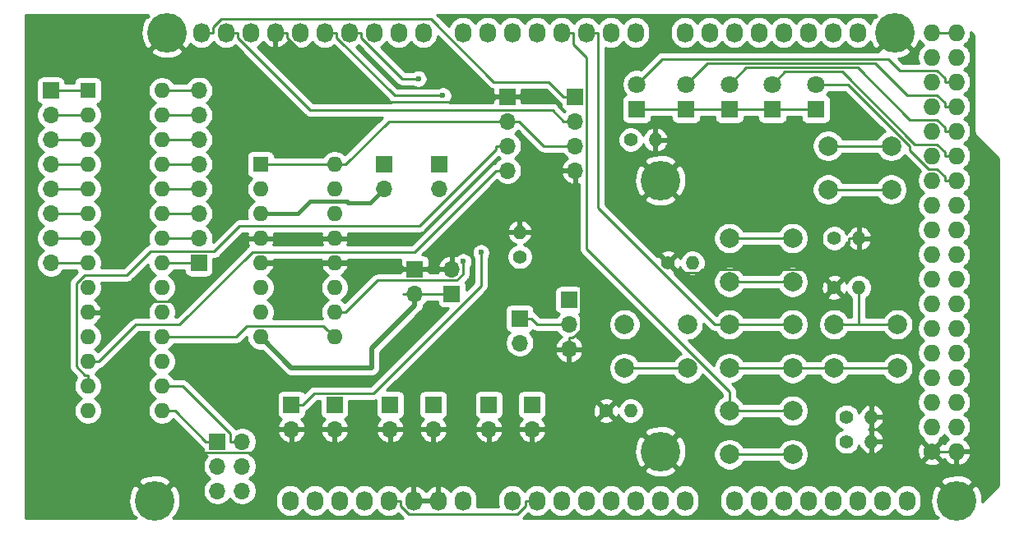
<source format=gbr>
G04 #@! TF.GenerationSoftware,KiCad,Pcbnew,5.1.5+dfsg1-2*
G04 #@! TF.CreationDate,2020-03-01T10:33:55+10:30*
G04 #@! TF.ProjectId,megasheild,6d656761-7368-4656-996c-642e6b696361,rev?*
G04 #@! TF.SameCoordinates,Original*
G04 #@! TF.FileFunction,Copper,L1,Top*
G04 #@! TF.FilePolarity,Positive*
%FSLAX46Y46*%
G04 Gerber Fmt 4.6, Leading zero omitted, Abs format (unit mm)*
G04 Created by KiCad (PCBNEW 5.1.5+dfsg1-2) date 2020-03-01 10:33:55*
%MOMM*%
%LPD*%
G04 APERTURE LIST*
%ADD10R,1.600000X1.600000*%
%ADD11O,1.600000X1.600000*%
%ADD12C,1.727200*%
%ADD13O,1.727200X1.727200*%
%ADD14O,1.727200X2.032000*%
%ADD15C,4.064000*%
%ADD16C,1.800000*%
%ADD17R,1.800000X1.800000*%
%ADD18O,1.700000X1.700000*%
%ADD19R,1.700000X1.700000*%
%ADD20C,1.400000*%
%ADD21O,1.400000X1.400000*%
%ADD22C,2.000000*%
%ADD23C,0.600000*%
%ADD24C,0.250000*%
%ADD25C,0.500000*%
%ADD26C,0.400000*%
%ADD27C,0.254000*%
G04 APERTURE END LIST*
D10*
X128270000Y-84455000D03*
D11*
X135890000Y-102235000D03*
X128270000Y-86995000D03*
X135890000Y-99695000D03*
X128270000Y-89535000D03*
X135890000Y-97155000D03*
X128270000Y-92075000D03*
X135890000Y-94615000D03*
X128270000Y-94615000D03*
X135890000Y-92075000D03*
X128270000Y-97155000D03*
X135890000Y-89535000D03*
X128270000Y-99695000D03*
X135890000Y-86995000D03*
X128270000Y-102235000D03*
X135890000Y-84455000D03*
D12*
X197358000Y-114046000D03*
D13*
X199898000Y-114046000D03*
X197358000Y-111506000D03*
X199898000Y-111506000D03*
X197358000Y-108966000D03*
X199898000Y-108966000D03*
X197358000Y-106426000D03*
X199898000Y-106426000D03*
X197358000Y-103886000D03*
X199898000Y-103886000D03*
X197358000Y-101346000D03*
X199898000Y-101346000D03*
X197358000Y-98806000D03*
X199898000Y-98806000D03*
X197358000Y-96266000D03*
X199898000Y-96266000D03*
X197358000Y-93726000D03*
X199898000Y-93726000D03*
X197358000Y-91186000D03*
X199898000Y-91186000D03*
X197358000Y-88646000D03*
X199898000Y-88646000D03*
X197358000Y-86106000D03*
X199898000Y-86106000D03*
X197358000Y-83566000D03*
X199898000Y-83566000D03*
X197358000Y-81026000D03*
X199898000Y-81026000D03*
X197358000Y-78486000D03*
X199898000Y-78486000D03*
X197358000Y-75946000D03*
X199898000Y-75946000D03*
X197358000Y-73406000D03*
X199898000Y-73406000D03*
X197358000Y-70866000D03*
X199898000Y-70866000D03*
D14*
X131318000Y-119126000D03*
X133858000Y-119126000D03*
X136398000Y-119126000D03*
X138938000Y-119126000D03*
X141478000Y-119126000D03*
X144018000Y-119126000D03*
X146558000Y-119126000D03*
X149098000Y-119126000D03*
X154178000Y-119126000D03*
X156718000Y-119126000D03*
X159258000Y-119126000D03*
X161798000Y-119126000D03*
X164338000Y-119126000D03*
X166878000Y-119126000D03*
X169418000Y-119126000D03*
X171958000Y-119126000D03*
X177038000Y-119126000D03*
X179578000Y-119126000D03*
X182118000Y-119126000D03*
X184658000Y-119126000D03*
X187198000Y-119126000D03*
X189738000Y-119126000D03*
X192278000Y-119126000D03*
X194818000Y-119126000D03*
X122174000Y-70866000D03*
X124714000Y-70866000D03*
X127254000Y-70866000D03*
X129794000Y-70866000D03*
X132334000Y-70866000D03*
X134874000Y-70866000D03*
X137414000Y-70866000D03*
X139954000Y-70866000D03*
X142494000Y-70866000D03*
X145034000Y-70866000D03*
X149098000Y-70866000D03*
X151638000Y-70866000D03*
X154178000Y-70866000D03*
X156718000Y-70866000D03*
X159258000Y-70866000D03*
X161798000Y-70866000D03*
X164338000Y-70866000D03*
X166878000Y-70866000D03*
X171958000Y-70866000D03*
X174498000Y-70866000D03*
X177038000Y-70866000D03*
X179578000Y-70866000D03*
X182118000Y-70866000D03*
X184658000Y-70866000D03*
X187198000Y-70866000D03*
X189738000Y-70866000D03*
D15*
X117348000Y-119126000D03*
X169418000Y-114046000D03*
X199898000Y-119126000D03*
X118618000Y-70866000D03*
X169418000Y-86106000D03*
X193548000Y-70866000D03*
D16*
X167005000Y-76200000D03*
D17*
X167005000Y-78740000D03*
X172085000Y-78740000D03*
D16*
X172085000Y-76200000D03*
X176530000Y-76200000D03*
D17*
X176530000Y-78740000D03*
X180975000Y-78740000D03*
D16*
X180975000Y-76200000D03*
D17*
X185420000Y-78740000D03*
D16*
X185420000Y-76200000D03*
D18*
X131445000Y-111760000D03*
D19*
X131445000Y-109220000D03*
X135890000Y-109220000D03*
D18*
X135890000Y-111760000D03*
X141605000Y-111760000D03*
D19*
X141605000Y-109220000D03*
X146050000Y-109220000D03*
D18*
X146050000Y-111760000D03*
D19*
X151765000Y-109220000D03*
D18*
X151765000Y-111760000D03*
X156210000Y-111760000D03*
D19*
X156210000Y-109220000D03*
X123825000Y-113030000D03*
D18*
X126365000Y-113030000D03*
X123825000Y-115570000D03*
X126365000Y-115570000D03*
X123825000Y-118110000D03*
X126365000Y-118110000D03*
X147955000Y-95250000D03*
D19*
X147955000Y-97790000D03*
X144145000Y-95250000D03*
D18*
X144145000Y-97790000D03*
X106680000Y-94615000D03*
X106680000Y-92075000D03*
X106680000Y-89535000D03*
X106680000Y-86995000D03*
X106680000Y-84455000D03*
X106680000Y-81915000D03*
X106680000Y-79375000D03*
D19*
X106680000Y-76835000D03*
X121920000Y-94615000D03*
D18*
X121920000Y-92075000D03*
X121920000Y-89535000D03*
X121920000Y-86995000D03*
X121920000Y-84455000D03*
X121920000Y-81915000D03*
X121920000Y-79375000D03*
X121920000Y-76835000D03*
D19*
X160020000Y-98425000D03*
D18*
X160020000Y-100965000D03*
X160020000Y-103505000D03*
D19*
X154940000Y-100330000D03*
D18*
X154940000Y-102870000D03*
D19*
X160655000Y-77470000D03*
D18*
X160655000Y-80010000D03*
X160655000Y-82550000D03*
X160655000Y-85090000D03*
X153670000Y-85090000D03*
X153670000Y-82550000D03*
X153670000Y-80010000D03*
D19*
X153670000Y-77470000D03*
X146685000Y-84455000D03*
D18*
X146685000Y-86995000D03*
X140970000Y-86995000D03*
D19*
X140970000Y-84455000D03*
D20*
X154940000Y-93980000D03*
D21*
X154940000Y-91440000D03*
D20*
X163830000Y-109855000D03*
D21*
X166370000Y-109855000D03*
D20*
X188595000Y-110490000D03*
D21*
X191135000Y-110490000D03*
X172720000Y-94615000D03*
D20*
X170180000Y-94615000D03*
D21*
X191135000Y-113030000D03*
D20*
X188595000Y-113030000D03*
X187325000Y-97155000D03*
D21*
X189865000Y-97155000D03*
X189865000Y-92075000D03*
D20*
X187325000Y-92075000D03*
D21*
X168910000Y-81915000D03*
D20*
X166370000Y-81915000D03*
D22*
X165735000Y-105465000D03*
X165735000Y-100965000D03*
X172235000Y-105465000D03*
X172235000Y-100965000D03*
X183030000Y-92075000D03*
X183030000Y-96575000D03*
X176530000Y-92075000D03*
X176530000Y-96575000D03*
X176530000Y-105465000D03*
X176530000Y-100965000D03*
X183030000Y-105465000D03*
X183030000Y-100965000D03*
X183030000Y-109855000D03*
X183030000Y-114355000D03*
X176530000Y-109855000D03*
X176530000Y-114355000D03*
X187325000Y-105465000D03*
X187325000Y-100965000D03*
X193825000Y-105465000D03*
X193825000Y-100965000D03*
X193190000Y-82550000D03*
X193190000Y-87050000D03*
X186690000Y-82550000D03*
X186690000Y-87050000D03*
D10*
X110490000Y-76835000D03*
D11*
X118110000Y-109855000D03*
X110490000Y-79375000D03*
X118110000Y-107315000D03*
X110490000Y-81915000D03*
X118110000Y-104775000D03*
X110490000Y-84455000D03*
X118110000Y-102235000D03*
X110490000Y-86995000D03*
X118110000Y-99695000D03*
X110490000Y-89535000D03*
X118110000Y-97155000D03*
X110490000Y-92075000D03*
X118110000Y-94615000D03*
X110490000Y-94615000D03*
X118110000Y-92075000D03*
X110490000Y-97155000D03*
X118110000Y-89535000D03*
X110490000Y-99695000D03*
X118110000Y-86995000D03*
X110490000Y-102235000D03*
X118110000Y-84455000D03*
X110490000Y-104775000D03*
X118110000Y-81915000D03*
X110490000Y-107315000D03*
X118110000Y-79375000D03*
X110490000Y-109855000D03*
X118110000Y-76835000D03*
D23*
X147041500Y-77373200D03*
X144508100Y-75635600D03*
X149130400Y-94479400D03*
X150956000Y-93541600D03*
D24*
X186237200Y-95247000D02*
X173748000Y-95247000D01*
X173748000Y-95247000D02*
X173351100Y-95643900D01*
X173351100Y-95643900D02*
X171208900Y-95643900D01*
X171208900Y-95643900D02*
X170180000Y-94615000D01*
X187325000Y-97155000D02*
X186237200Y-96067200D01*
X186237200Y-96067200D02*
X186237200Y-95247000D01*
X188839700Y-92075000D02*
X188839700Y-92644500D01*
X188839700Y-92644500D02*
X186237200Y-95247000D01*
X189865000Y-92075000D02*
X188839700Y-92075000D01*
X160020000Y-103505000D02*
X160020000Y-102329700D01*
X154940000Y-91440000D02*
X155965300Y-91440000D01*
X155965300Y-91440000D02*
X161195300Y-96670000D01*
X161195300Y-96670000D02*
X161195300Y-101521800D01*
X161195300Y-101521800D02*
X160387400Y-102329700D01*
X160387400Y-102329700D02*
X160020000Y-102329700D01*
X160935300Y-108210000D02*
X157385300Y-111760000D01*
X163830000Y-109855000D02*
X162185000Y-108210000D01*
X162185000Y-108210000D02*
X160935300Y-108210000D01*
X160020000Y-103505000D02*
X160020000Y-107294700D01*
X160020000Y-107294700D02*
X160935300Y-108210000D01*
X156210000Y-111760000D02*
X157385300Y-111760000D01*
X130982900Y-70866000D02*
X130982900Y-71386100D01*
X130982900Y-71386100D02*
X137595300Y-77998500D01*
X137595300Y-77998500D02*
X151966200Y-77998500D01*
X151966200Y-77998500D02*
X152494700Y-77470000D01*
X146050000Y-111760000D02*
X141605000Y-111760000D01*
X129794000Y-70866000D02*
X130982900Y-70866000D01*
X153670000Y-77470000D02*
X152494700Y-77470000D01*
X151765000Y-111760000D02*
X156210000Y-111760000D01*
X110490000Y-99695000D02*
X111615300Y-99695000D01*
X128270000Y-92075000D02*
X127144700Y-92075000D01*
X127144700Y-92075000D02*
X120650000Y-98569700D01*
X120650000Y-98569700D02*
X112740600Y-98569700D01*
X112740600Y-98569700D02*
X111615300Y-99695000D01*
X131445000Y-111760000D02*
X130269700Y-111760000D01*
X130269700Y-111760000D02*
X127824300Y-114205400D01*
X127824300Y-114205400D02*
X122268600Y-114205400D01*
X122268600Y-114205400D02*
X117348000Y-119126000D01*
X135890000Y-111760000D02*
X131445000Y-111760000D01*
X197358000Y-114046000D02*
X198709100Y-114046000D01*
X191135000Y-113030000D02*
X196342000Y-113030000D01*
X196342000Y-113030000D02*
X197358000Y-114046000D01*
X199898000Y-114046000D02*
X198709100Y-114046000D01*
D25*
X144145000Y-95250000D02*
X142969700Y-95250000D01*
X135890000Y-94615000D02*
X142334700Y-94615000D01*
X142334700Y-94615000D02*
X142969700Y-95250000D01*
X128270000Y-94615000D02*
X135890000Y-94615000D01*
D24*
X146558000Y-119126000D02*
X144018000Y-119126000D01*
X141605000Y-111760000D02*
X135890000Y-111760000D01*
D25*
X144145000Y-95250000D02*
X147955000Y-95250000D01*
D24*
X199898000Y-86106000D02*
X198709100Y-86106000D01*
X185420000Y-76200000D02*
X188734600Y-76200000D01*
X188734600Y-76200000D02*
X195101000Y-82566400D01*
X195101000Y-82566400D02*
X195101000Y-82992100D01*
X195101000Y-82992100D02*
X197026000Y-84917100D01*
X197026000Y-84917100D02*
X197891800Y-84917100D01*
X197891800Y-84917100D02*
X198709100Y-85734400D01*
X198709100Y-85734400D02*
X198709100Y-86106000D01*
X180975000Y-76200000D02*
X182251000Y-74924000D01*
X182251000Y-74924000D02*
X188106900Y-74924000D01*
X188106900Y-74924000D02*
X195560000Y-82377100D01*
X195560000Y-82377100D02*
X197891800Y-82377100D01*
X197891800Y-82377100D02*
X198709100Y-83194400D01*
X198709100Y-83194400D02*
X198709100Y-83566000D01*
X199898000Y-83566000D02*
X198709100Y-83566000D01*
X176530000Y-76200000D02*
X178256400Y-74473600D01*
X178256400Y-74473600D02*
X189715100Y-74473600D01*
X189715100Y-74473600D02*
X195078600Y-79837100D01*
X195078600Y-79837100D02*
X197891800Y-79837100D01*
X197891800Y-79837100D02*
X198709100Y-80654400D01*
X198709100Y-80654400D02*
X198709100Y-81026000D01*
X199898000Y-81026000D02*
X198709100Y-81026000D01*
X186690000Y-82550000D02*
X193190000Y-82550000D01*
X172085000Y-76200000D02*
X174261800Y-74023200D01*
X174261800Y-74023200D02*
X191564000Y-74023200D01*
X191564000Y-74023200D02*
X194837900Y-77297100D01*
X194837900Y-77297100D02*
X197891800Y-77297100D01*
X197891800Y-77297100D02*
X198709100Y-78114400D01*
X198709100Y-78114400D02*
X198709100Y-78486000D01*
X199898000Y-78486000D02*
X198709100Y-78486000D01*
X189865000Y-100965000D02*
X187325000Y-100965000D01*
X193825000Y-100965000D02*
X189865000Y-100965000D01*
X189865000Y-100965000D02*
X189865000Y-97155000D01*
X199898000Y-75946000D02*
X198709100Y-75946000D01*
X167005000Y-76200000D02*
X169632200Y-73572800D01*
X169632200Y-73572800D02*
X192909600Y-73572800D01*
X192909600Y-73572800D02*
X194093900Y-74757100D01*
X194093900Y-74757100D02*
X197891800Y-74757100D01*
X197891800Y-74757100D02*
X198709100Y-75574400D01*
X198709100Y-75574400D02*
X198709100Y-75946000D01*
X183030000Y-92075000D02*
X176530000Y-92075000D01*
X156718000Y-119126000D02*
X155529100Y-119126000D01*
X199898000Y-70866000D02*
X197358000Y-70866000D01*
X141478000Y-119126000D02*
X142666900Y-119126000D01*
X155529100Y-119126000D02*
X155529100Y-119646100D01*
X155529100Y-119646100D02*
X154676300Y-120498900D01*
X154676300Y-120498900D02*
X143519700Y-120498900D01*
X143519700Y-120498900D02*
X142666900Y-119646100D01*
X142666900Y-119646100D02*
X142666900Y-119126000D01*
X154940000Y-100330000D02*
X156115300Y-100330000D01*
X160020000Y-100965000D02*
X156750300Y-100965000D01*
X156750300Y-100965000D02*
X156115300Y-100330000D01*
X153670000Y-80010000D02*
X154845300Y-80010000D01*
X154845300Y-80010000D02*
X157385300Y-82550000D01*
X157385300Y-82550000D02*
X160655000Y-82550000D01*
X137015300Y-84455000D02*
X141460300Y-80010000D01*
X141460300Y-80010000D02*
X153670000Y-80010000D01*
X172235000Y-105465000D02*
X165735000Y-105465000D01*
X183030000Y-105465000D02*
X176530000Y-105465000D01*
X187325000Y-105465000D02*
X183030000Y-105465000D01*
X193825000Y-105465000D02*
X187325000Y-105465000D01*
X176530000Y-96575000D02*
X183030000Y-96575000D01*
X176530000Y-114355000D02*
X183030000Y-114355000D01*
X186690000Y-87050000D02*
X193190000Y-87050000D01*
X135890000Y-84455000D02*
X137015300Y-84455000D01*
X135890000Y-84455000D02*
X128270000Y-84455000D01*
X134764999Y-101109999D02*
X135090001Y-101435001D01*
X126855001Y-101109999D02*
X134764999Y-101109999D01*
X135090001Y-101435001D02*
X135890000Y-102235000D01*
X125730000Y-102235000D02*
X126855001Y-101109999D01*
X118110000Y-102235000D02*
X125730000Y-102235000D01*
X159479700Y-77470000D02*
X157961100Y-75951400D01*
X157961100Y-75951400D02*
X152281900Y-75951400D01*
X152281900Y-75951400D02*
X145823600Y-69493100D01*
X145823600Y-69493100D02*
X124215700Y-69493100D01*
X124215700Y-69493100D02*
X123362900Y-70345900D01*
X123362900Y-70345900D02*
X123362900Y-70866000D01*
X122174000Y-70866000D02*
X123362900Y-70866000D01*
X160655000Y-77470000D02*
X159479700Y-77470000D01*
X124714000Y-70866000D02*
X125902900Y-70866000D01*
X160655000Y-80010000D02*
X159479700Y-80010000D01*
X159479700Y-80010000D02*
X158304400Y-78834700D01*
X158304400Y-78834700D02*
X133351500Y-78834700D01*
X133351500Y-78834700D02*
X125902900Y-71386100D01*
X125902900Y-71386100D02*
X125902900Y-70866000D01*
X134874000Y-70866000D02*
X136062900Y-70866000D01*
X147041500Y-77373200D02*
X142050000Y-77373200D01*
X142050000Y-77373200D02*
X136062900Y-71386100D01*
X136062900Y-71386100D02*
X136062900Y-70866000D01*
X144508100Y-75635600D02*
X142852400Y-75635600D01*
X142852400Y-75635600D02*
X138602900Y-71386100D01*
X138602900Y-71386100D02*
X138602900Y-70866000D01*
X137414000Y-70866000D02*
X138602900Y-70866000D01*
X137015300Y-99695000D02*
X140284900Y-96425400D01*
X140284900Y-96425400D02*
X148466200Y-96425400D01*
X148466200Y-96425400D02*
X149130400Y-95761200D01*
X149130400Y-95761200D02*
X149130400Y-94479400D01*
X135890000Y-99695000D02*
X137015300Y-99695000D01*
X132620300Y-109220000D02*
X133795600Y-108044700D01*
X133795600Y-108044700D02*
X139863200Y-108044700D01*
X139863200Y-108044700D02*
X150956000Y-96951900D01*
X150956000Y-96951900D02*
X150956000Y-93541600D01*
X131445000Y-109220000D02*
X132620300Y-109220000D01*
X176530000Y-109855000D02*
X176530000Y-107867700D01*
X176530000Y-107867700D02*
X161830400Y-93168100D01*
X161830400Y-93168100D02*
X161830400Y-73438400D01*
X161830400Y-73438400D02*
X160446900Y-72054900D01*
X160446900Y-72054900D02*
X160446900Y-70866000D01*
X159258000Y-70866000D02*
X160446900Y-70866000D01*
X183030000Y-109855000D02*
X176530000Y-109855000D01*
X161798000Y-70866000D02*
X162986900Y-70866000D01*
X176530000Y-100965000D02*
X175045800Y-100965000D01*
X175045800Y-100965000D02*
X162986900Y-88906100D01*
X162986900Y-88906100D02*
X162986900Y-70866000D01*
X183030000Y-100965000D02*
X176530000Y-100965000D01*
X153670000Y-82550000D02*
X152494700Y-82550000D01*
X110490000Y-107315000D02*
X110490000Y-106189700D01*
X110490000Y-106189700D02*
X110208700Y-106189700D01*
X110208700Y-106189700D02*
X109335200Y-105316200D01*
X109335200Y-105316200D02*
X109335200Y-96705900D01*
X109335200Y-96705900D02*
X110156100Y-95885000D01*
X110156100Y-95885000D02*
X114457600Y-95885000D01*
X114457600Y-95885000D02*
X116903000Y-93439600D01*
X116903000Y-93439600D02*
X123487500Y-93439600D01*
X123487500Y-93439600D02*
X126122100Y-90805000D01*
X126122100Y-90805000D02*
X144607000Y-90805000D01*
X144607000Y-90805000D02*
X152494700Y-82917300D01*
X152494700Y-82917300D02*
X152494700Y-82550000D01*
X152494700Y-85090000D02*
X144095100Y-93489600D01*
X144095100Y-93489600D02*
X127419900Y-93489600D01*
X127419900Y-93489600D02*
X119944500Y-100965000D01*
X119944500Y-100965000D02*
X115425300Y-100965000D01*
X115425300Y-100965000D02*
X111615300Y-104775000D01*
X153670000Y-85090000D02*
X152494700Y-85090000D01*
X110490000Y-104775000D02*
X111615300Y-104775000D01*
X172085000Y-78740000D02*
X167005000Y-78740000D01*
X176530000Y-78740000D02*
X172085000Y-78740000D01*
X180975000Y-78740000D02*
X176530000Y-78740000D01*
X185420000Y-78740000D02*
X180975000Y-78740000D01*
X123825000Y-113030000D02*
X122649700Y-113030000D01*
X118110000Y-109855000D02*
X119474700Y-109855000D01*
X119474700Y-109855000D02*
X122649700Y-113030000D01*
X126365000Y-113030000D02*
X125189700Y-113030000D01*
X118110000Y-107315000D02*
X120282700Y-107315000D01*
X120282700Y-107315000D02*
X125189700Y-112222000D01*
X125189700Y-112222000D02*
X125189700Y-113030000D01*
X144145000Y-97790000D02*
X147955000Y-97790000D01*
X144145000Y-97790000D02*
X142942919Y-97790000D01*
D25*
X144145000Y-98992081D02*
X139700000Y-103437081D01*
X144145000Y-97790000D02*
X144145000Y-98992081D01*
X139700000Y-103437081D02*
X139700000Y-105410000D01*
X131445000Y-105410000D02*
X128270000Y-102235000D01*
X139700000Y-105410000D02*
X131445000Y-105410000D01*
D24*
X110490000Y-94615000D02*
X106680000Y-94615000D01*
X110490000Y-92075000D02*
X106680000Y-92075000D01*
X110490000Y-89535000D02*
X106680000Y-89535000D01*
X110490000Y-86995000D02*
X106680000Y-86995000D01*
X110490000Y-84455000D02*
X106680000Y-84455000D01*
X110490000Y-81915000D02*
X106680000Y-81915000D01*
X110490000Y-79375000D02*
X106680000Y-79375000D01*
X110490000Y-76835000D02*
X106680000Y-76835000D01*
X118110000Y-94615000D02*
X121920000Y-94615000D01*
X118110000Y-92075000D02*
X121920000Y-92075000D01*
X118110000Y-89535000D02*
X121920000Y-89535000D01*
X118110000Y-86995000D02*
X121920000Y-86995000D01*
X118110000Y-84455000D02*
X121920000Y-84455000D01*
X118110000Y-81915000D02*
X121920000Y-81915000D01*
X118110000Y-79375000D02*
X121920000Y-79375000D01*
X118110000Y-76835000D02*
X121920000Y-76835000D01*
D26*
X139555001Y-88409999D02*
X137304999Y-88409999D01*
X140970000Y-86995000D02*
X139555001Y-88409999D01*
X137304999Y-88409999D02*
X137160000Y-88265000D01*
X137160000Y-88265000D02*
X133350000Y-88265000D01*
X132080000Y-89535000D02*
X128270000Y-89535000D01*
X133350000Y-88265000D02*
X132080000Y-89535000D01*
D27*
G36*
X116633652Y-69061260D02*
G01*
X116747734Y-69175342D01*
X116377699Y-69395307D01*
X116133828Y-69860627D01*
X115985422Y-70364583D01*
X115938185Y-70887808D01*
X115993931Y-71410195D01*
X116150519Y-71911669D01*
X116377699Y-72336693D01*
X116747736Y-72556659D01*
X118438395Y-70866000D01*
X118424253Y-70851858D01*
X118603858Y-70672253D01*
X118618000Y-70686395D01*
X118632143Y-70672253D01*
X118811748Y-70851858D01*
X118797605Y-70866000D01*
X120488264Y-72556659D01*
X120858301Y-72336693D01*
X121037162Y-71995415D01*
X121109203Y-72083197D01*
X121337395Y-72270469D01*
X121597737Y-72409625D01*
X121880224Y-72495316D01*
X122174000Y-72524251D01*
X122467777Y-72495316D01*
X122750264Y-72409625D01*
X123010606Y-72270469D01*
X123238797Y-72083197D01*
X123426069Y-71855006D01*
X123444000Y-71821459D01*
X123461931Y-71855006D01*
X123649203Y-72083197D01*
X123877395Y-72270469D01*
X124137737Y-72409625D01*
X124420224Y-72495316D01*
X124714000Y-72524251D01*
X125007777Y-72495316D01*
X125290264Y-72409625D01*
X125550606Y-72270469D01*
X125639508Y-72197509D01*
X132787700Y-79345702D01*
X132811499Y-79374701D01*
X132840497Y-79398499D01*
X132927223Y-79469674D01*
X132983959Y-79500000D01*
X133059253Y-79540246D01*
X133202514Y-79583703D01*
X133314167Y-79594700D01*
X133314176Y-79594700D01*
X133351499Y-79598376D01*
X133388822Y-79594700D01*
X140800798Y-79594700D01*
X136929947Y-83465551D01*
X136804759Y-83340363D01*
X136569727Y-83183320D01*
X136308574Y-83075147D01*
X136031335Y-83020000D01*
X135748665Y-83020000D01*
X135471426Y-83075147D01*
X135210273Y-83183320D01*
X134975241Y-83340363D01*
X134775363Y-83540241D01*
X134671957Y-83695000D01*
X129708072Y-83695000D01*
X129708072Y-83655000D01*
X129695812Y-83530518D01*
X129659502Y-83410820D01*
X129600537Y-83300506D01*
X129521185Y-83203815D01*
X129424494Y-83124463D01*
X129314180Y-83065498D01*
X129194482Y-83029188D01*
X129070000Y-83016928D01*
X127470000Y-83016928D01*
X127345518Y-83029188D01*
X127225820Y-83065498D01*
X127115506Y-83124463D01*
X127018815Y-83203815D01*
X126939463Y-83300506D01*
X126880498Y-83410820D01*
X126844188Y-83530518D01*
X126831928Y-83655000D01*
X126831928Y-85255000D01*
X126844188Y-85379482D01*
X126880498Y-85499180D01*
X126939463Y-85609494D01*
X127018815Y-85706185D01*
X127115506Y-85785537D01*
X127225820Y-85844502D01*
X127345518Y-85880812D01*
X127353961Y-85881643D01*
X127155363Y-86080241D01*
X126998320Y-86315273D01*
X126890147Y-86576426D01*
X126835000Y-86853665D01*
X126835000Y-87136335D01*
X126890147Y-87413574D01*
X126998320Y-87674727D01*
X127155363Y-87909759D01*
X127355241Y-88109637D01*
X127587759Y-88265000D01*
X127355241Y-88420363D01*
X127155363Y-88620241D01*
X126998320Y-88855273D01*
X126890147Y-89116426D01*
X126835000Y-89393665D01*
X126835000Y-89676335D01*
X126890147Y-89953574D01*
X126928017Y-90045000D01*
X126159422Y-90045000D01*
X126122099Y-90041324D01*
X126084776Y-90045000D01*
X126084767Y-90045000D01*
X125973114Y-90055997D01*
X125829853Y-90099454D01*
X125697823Y-90170026D01*
X125623895Y-90230698D01*
X125582099Y-90264999D01*
X125558301Y-90293997D01*
X123348873Y-92503425D01*
X123405000Y-92221260D01*
X123405000Y-91928740D01*
X123347932Y-91641842D01*
X123235990Y-91371589D01*
X123073475Y-91128368D01*
X122866632Y-90921525D01*
X122692240Y-90805000D01*
X122866632Y-90688475D01*
X123073475Y-90481632D01*
X123235990Y-90238411D01*
X123347932Y-89968158D01*
X123405000Y-89681260D01*
X123405000Y-89388740D01*
X123347932Y-89101842D01*
X123235990Y-88831589D01*
X123073475Y-88588368D01*
X122866632Y-88381525D01*
X122692240Y-88265000D01*
X122866632Y-88148475D01*
X123073475Y-87941632D01*
X123235990Y-87698411D01*
X123347932Y-87428158D01*
X123405000Y-87141260D01*
X123405000Y-86848740D01*
X123347932Y-86561842D01*
X123235990Y-86291589D01*
X123073475Y-86048368D01*
X122866632Y-85841525D01*
X122692240Y-85725000D01*
X122866632Y-85608475D01*
X123073475Y-85401632D01*
X123235990Y-85158411D01*
X123347932Y-84888158D01*
X123405000Y-84601260D01*
X123405000Y-84308740D01*
X123347932Y-84021842D01*
X123235990Y-83751589D01*
X123073475Y-83508368D01*
X122866632Y-83301525D01*
X122692240Y-83185000D01*
X122866632Y-83068475D01*
X123073475Y-82861632D01*
X123235990Y-82618411D01*
X123347932Y-82348158D01*
X123405000Y-82061260D01*
X123405000Y-81768740D01*
X123347932Y-81481842D01*
X123235990Y-81211589D01*
X123073475Y-80968368D01*
X122866632Y-80761525D01*
X122692240Y-80645000D01*
X122866632Y-80528475D01*
X123073475Y-80321632D01*
X123235990Y-80078411D01*
X123347932Y-79808158D01*
X123405000Y-79521260D01*
X123405000Y-79228740D01*
X123347932Y-78941842D01*
X123235990Y-78671589D01*
X123073475Y-78428368D01*
X122866632Y-78221525D01*
X122692240Y-78105000D01*
X122866632Y-77988475D01*
X123073475Y-77781632D01*
X123235990Y-77538411D01*
X123347932Y-77268158D01*
X123405000Y-76981260D01*
X123405000Y-76688740D01*
X123347932Y-76401842D01*
X123235990Y-76131589D01*
X123073475Y-75888368D01*
X122866632Y-75681525D01*
X122623411Y-75519010D01*
X122353158Y-75407068D01*
X122066260Y-75350000D01*
X121773740Y-75350000D01*
X121486842Y-75407068D01*
X121216589Y-75519010D01*
X120973368Y-75681525D01*
X120766525Y-75888368D01*
X120641822Y-76075000D01*
X119328043Y-76075000D01*
X119224637Y-75920241D01*
X119024759Y-75720363D01*
X118789727Y-75563320D01*
X118528574Y-75455147D01*
X118251335Y-75400000D01*
X117968665Y-75400000D01*
X117691426Y-75455147D01*
X117430273Y-75563320D01*
X117195241Y-75720363D01*
X116995363Y-75920241D01*
X116838320Y-76155273D01*
X116730147Y-76416426D01*
X116675000Y-76693665D01*
X116675000Y-76976335D01*
X116730147Y-77253574D01*
X116838320Y-77514727D01*
X116995363Y-77749759D01*
X117195241Y-77949637D01*
X117427759Y-78105000D01*
X117195241Y-78260363D01*
X116995363Y-78460241D01*
X116838320Y-78695273D01*
X116730147Y-78956426D01*
X116675000Y-79233665D01*
X116675000Y-79516335D01*
X116730147Y-79793574D01*
X116838320Y-80054727D01*
X116995363Y-80289759D01*
X117195241Y-80489637D01*
X117427759Y-80645000D01*
X117195241Y-80800363D01*
X116995363Y-81000241D01*
X116838320Y-81235273D01*
X116730147Y-81496426D01*
X116675000Y-81773665D01*
X116675000Y-82056335D01*
X116730147Y-82333574D01*
X116838320Y-82594727D01*
X116995363Y-82829759D01*
X117195241Y-83029637D01*
X117427759Y-83185000D01*
X117195241Y-83340363D01*
X116995363Y-83540241D01*
X116838320Y-83775273D01*
X116730147Y-84036426D01*
X116675000Y-84313665D01*
X116675000Y-84596335D01*
X116730147Y-84873574D01*
X116838320Y-85134727D01*
X116995363Y-85369759D01*
X117195241Y-85569637D01*
X117427759Y-85725000D01*
X117195241Y-85880363D01*
X116995363Y-86080241D01*
X116838320Y-86315273D01*
X116730147Y-86576426D01*
X116675000Y-86853665D01*
X116675000Y-87136335D01*
X116730147Y-87413574D01*
X116838320Y-87674727D01*
X116995363Y-87909759D01*
X117195241Y-88109637D01*
X117427759Y-88265000D01*
X117195241Y-88420363D01*
X116995363Y-88620241D01*
X116838320Y-88855273D01*
X116730147Y-89116426D01*
X116675000Y-89393665D01*
X116675000Y-89676335D01*
X116730147Y-89953574D01*
X116838320Y-90214727D01*
X116995363Y-90449759D01*
X117195241Y-90649637D01*
X117427759Y-90805000D01*
X117195241Y-90960363D01*
X116995363Y-91160241D01*
X116838320Y-91395273D01*
X116730147Y-91656426D01*
X116675000Y-91933665D01*
X116675000Y-92216335D01*
X116730147Y-92493574D01*
X116809493Y-92685133D01*
X116754014Y-92690597D01*
X116610753Y-92734054D01*
X116478724Y-92804626D01*
X116362999Y-92899599D01*
X116339201Y-92928597D01*
X114142799Y-95125000D01*
X111831983Y-95125000D01*
X111869853Y-95033574D01*
X111925000Y-94756335D01*
X111925000Y-94473665D01*
X111869853Y-94196426D01*
X111761680Y-93935273D01*
X111604637Y-93700241D01*
X111404759Y-93500363D01*
X111172241Y-93345000D01*
X111404759Y-93189637D01*
X111604637Y-92989759D01*
X111761680Y-92754727D01*
X111869853Y-92493574D01*
X111925000Y-92216335D01*
X111925000Y-91933665D01*
X111869853Y-91656426D01*
X111761680Y-91395273D01*
X111604637Y-91160241D01*
X111404759Y-90960363D01*
X111172241Y-90805000D01*
X111404759Y-90649637D01*
X111604637Y-90449759D01*
X111761680Y-90214727D01*
X111869853Y-89953574D01*
X111925000Y-89676335D01*
X111925000Y-89393665D01*
X111869853Y-89116426D01*
X111761680Y-88855273D01*
X111604637Y-88620241D01*
X111404759Y-88420363D01*
X111172241Y-88265000D01*
X111404759Y-88109637D01*
X111604637Y-87909759D01*
X111761680Y-87674727D01*
X111869853Y-87413574D01*
X111925000Y-87136335D01*
X111925000Y-86853665D01*
X111869853Y-86576426D01*
X111761680Y-86315273D01*
X111604637Y-86080241D01*
X111404759Y-85880363D01*
X111172241Y-85725000D01*
X111404759Y-85569637D01*
X111604637Y-85369759D01*
X111761680Y-85134727D01*
X111869853Y-84873574D01*
X111925000Y-84596335D01*
X111925000Y-84313665D01*
X111869853Y-84036426D01*
X111761680Y-83775273D01*
X111604637Y-83540241D01*
X111404759Y-83340363D01*
X111172241Y-83185000D01*
X111404759Y-83029637D01*
X111604637Y-82829759D01*
X111761680Y-82594727D01*
X111869853Y-82333574D01*
X111925000Y-82056335D01*
X111925000Y-81773665D01*
X111869853Y-81496426D01*
X111761680Y-81235273D01*
X111604637Y-81000241D01*
X111404759Y-80800363D01*
X111172241Y-80645000D01*
X111404759Y-80489637D01*
X111604637Y-80289759D01*
X111761680Y-80054727D01*
X111869853Y-79793574D01*
X111925000Y-79516335D01*
X111925000Y-79233665D01*
X111869853Y-78956426D01*
X111761680Y-78695273D01*
X111604637Y-78460241D01*
X111406039Y-78261643D01*
X111414482Y-78260812D01*
X111534180Y-78224502D01*
X111644494Y-78165537D01*
X111741185Y-78086185D01*
X111820537Y-77989494D01*
X111879502Y-77879180D01*
X111915812Y-77759482D01*
X111928072Y-77635000D01*
X111928072Y-76035000D01*
X111915812Y-75910518D01*
X111879502Y-75790820D01*
X111820537Y-75680506D01*
X111741185Y-75583815D01*
X111644494Y-75504463D01*
X111534180Y-75445498D01*
X111414482Y-75409188D01*
X111290000Y-75396928D01*
X109690000Y-75396928D01*
X109565518Y-75409188D01*
X109445820Y-75445498D01*
X109335506Y-75504463D01*
X109238815Y-75583815D01*
X109159463Y-75680506D01*
X109100498Y-75790820D01*
X109064188Y-75910518D01*
X109051928Y-76035000D01*
X109051928Y-76075000D01*
X108168072Y-76075000D01*
X108168072Y-75985000D01*
X108155812Y-75860518D01*
X108119502Y-75740820D01*
X108060537Y-75630506D01*
X107981185Y-75533815D01*
X107884494Y-75454463D01*
X107774180Y-75395498D01*
X107654482Y-75359188D01*
X107530000Y-75346928D01*
X105830000Y-75346928D01*
X105705518Y-75359188D01*
X105585820Y-75395498D01*
X105475506Y-75454463D01*
X105378815Y-75533815D01*
X105299463Y-75630506D01*
X105240498Y-75740820D01*
X105204188Y-75860518D01*
X105191928Y-75985000D01*
X105191928Y-77685000D01*
X105204188Y-77809482D01*
X105240498Y-77929180D01*
X105299463Y-78039494D01*
X105378815Y-78136185D01*
X105475506Y-78215537D01*
X105585820Y-78274502D01*
X105658380Y-78296513D01*
X105526525Y-78428368D01*
X105364010Y-78671589D01*
X105252068Y-78941842D01*
X105195000Y-79228740D01*
X105195000Y-79521260D01*
X105252068Y-79808158D01*
X105364010Y-80078411D01*
X105526525Y-80321632D01*
X105733368Y-80528475D01*
X105907760Y-80645000D01*
X105733368Y-80761525D01*
X105526525Y-80968368D01*
X105364010Y-81211589D01*
X105252068Y-81481842D01*
X105195000Y-81768740D01*
X105195000Y-82061260D01*
X105252068Y-82348158D01*
X105364010Y-82618411D01*
X105526525Y-82861632D01*
X105733368Y-83068475D01*
X105907760Y-83185000D01*
X105733368Y-83301525D01*
X105526525Y-83508368D01*
X105364010Y-83751589D01*
X105252068Y-84021842D01*
X105195000Y-84308740D01*
X105195000Y-84601260D01*
X105252068Y-84888158D01*
X105364010Y-85158411D01*
X105526525Y-85401632D01*
X105733368Y-85608475D01*
X105907760Y-85725000D01*
X105733368Y-85841525D01*
X105526525Y-86048368D01*
X105364010Y-86291589D01*
X105252068Y-86561842D01*
X105195000Y-86848740D01*
X105195000Y-87141260D01*
X105252068Y-87428158D01*
X105364010Y-87698411D01*
X105526525Y-87941632D01*
X105733368Y-88148475D01*
X105907760Y-88265000D01*
X105733368Y-88381525D01*
X105526525Y-88588368D01*
X105364010Y-88831589D01*
X105252068Y-89101842D01*
X105195000Y-89388740D01*
X105195000Y-89681260D01*
X105252068Y-89968158D01*
X105364010Y-90238411D01*
X105526525Y-90481632D01*
X105733368Y-90688475D01*
X105907760Y-90805000D01*
X105733368Y-90921525D01*
X105526525Y-91128368D01*
X105364010Y-91371589D01*
X105252068Y-91641842D01*
X105195000Y-91928740D01*
X105195000Y-92221260D01*
X105252068Y-92508158D01*
X105364010Y-92778411D01*
X105526525Y-93021632D01*
X105733368Y-93228475D01*
X105907760Y-93345000D01*
X105733368Y-93461525D01*
X105526525Y-93668368D01*
X105364010Y-93911589D01*
X105252068Y-94181842D01*
X105195000Y-94468740D01*
X105195000Y-94761260D01*
X105252068Y-95048158D01*
X105364010Y-95318411D01*
X105526525Y-95561632D01*
X105733368Y-95768475D01*
X105976589Y-95930990D01*
X106246842Y-96042932D01*
X106533740Y-96100000D01*
X106826260Y-96100000D01*
X107113158Y-96042932D01*
X107383411Y-95930990D01*
X107626632Y-95768475D01*
X107833475Y-95561632D01*
X107958178Y-95375000D01*
X109271957Y-95375000D01*
X109375363Y-95529759D01*
X109405951Y-95560347D01*
X108824198Y-96142101D01*
X108795200Y-96165899D01*
X108771402Y-96194897D01*
X108771401Y-96194898D01*
X108700226Y-96281624D01*
X108629654Y-96413654D01*
X108611714Y-96472797D01*
X108586198Y-96556914D01*
X108582530Y-96594157D01*
X108571524Y-96705900D01*
X108575201Y-96743232D01*
X108575200Y-105278878D01*
X108571524Y-105316200D01*
X108575200Y-105353522D01*
X108575200Y-105353532D01*
X108586197Y-105465185D01*
X108622084Y-105583490D01*
X108629654Y-105608446D01*
X108700226Y-105740476D01*
X108713990Y-105757247D01*
X108795199Y-105856201D01*
X108824202Y-105880003D01*
X109362977Y-106418778D01*
X109218320Y-106635273D01*
X109110147Y-106896426D01*
X109055000Y-107173665D01*
X109055000Y-107456335D01*
X109110147Y-107733574D01*
X109218320Y-107994727D01*
X109375363Y-108229759D01*
X109575241Y-108429637D01*
X109807759Y-108585000D01*
X109575241Y-108740363D01*
X109375363Y-108940241D01*
X109218320Y-109175273D01*
X109110147Y-109436426D01*
X109055000Y-109713665D01*
X109055000Y-109996335D01*
X109110147Y-110273574D01*
X109218320Y-110534727D01*
X109375363Y-110769759D01*
X109575241Y-110969637D01*
X109810273Y-111126680D01*
X110071426Y-111234853D01*
X110348665Y-111290000D01*
X110631335Y-111290000D01*
X110908574Y-111234853D01*
X111169727Y-111126680D01*
X111404759Y-110969637D01*
X111604637Y-110769759D01*
X111761680Y-110534727D01*
X111869853Y-110273574D01*
X111925000Y-109996335D01*
X111925000Y-109713665D01*
X111869853Y-109436426D01*
X111761680Y-109175273D01*
X111604637Y-108940241D01*
X111404759Y-108740363D01*
X111172241Y-108585000D01*
X111404759Y-108429637D01*
X111604637Y-108229759D01*
X111761680Y-107994727D01*
X111869853Y-107733574D01*
X111925000Y-107456335D01*
X111925000Y-107173665D01*
X111869853Y-106896426D01*
X111761680Y-106635273D01*
X111604637Y-106400241D01*
X111404759Y-106200363D01*
X111244158Y-106093053D01*
X111239003Y-106040714D01*
X111228833Y-106007187D01*
X111404759Y-105889637D01*
X111604637Y-105689759D01*
X111711947Y-105529158D01*
X111764286Y-105524003D01*
X111907547Y-105480546D01*
X112039576Y-105409974D01*
X112155301Y-105315001D01*
X112179104Y-105285997D01*
X115740102Y-101725000D01*
X116768017Y-101725000D01*
X116730147Y-101816426D01*
X116675000Y-102093665D01*
X116675000Y-102376335D01*
X116730147Y-102653574D01*
X116838320Y-102914727D01*
X116995363Y-103149759D01*
X117195241Y-103349637D01*
X117427759Y-103505000D01*
X117195241Y-103660363D01*
X116995363Y-103860241D01*
X116838320Y-104095273D01*
X116730147Y-104356426D01*
X116675000Y-104633665D01*
X116675000Y-104916335D01*
X116730147Y-105193574D01*
X116838320Y-105454727D01*
X116995363Y-105689759D01*
X117195241Y-105889637D01*
X117427759Y-106045000D01*
X117195241Y-106200363D01*
X116995363Y-106400241D01*
X116838320Y-106635273D01*
X116730147Y-106896426D01*
X116675000Y-107173665D01*
X116675000Y-107456335D01*
X116730147Y-107733574D01*
X116838320Y-107994727D01*
X116995363Y-108229759D01*
X117195241Y-108429637D01*
X117427759Y-108585000D01*
X117195241Y-108740363D01*
X116995363Y-108940241D01*
X116838320Y-109175273D01*
X116730147Y-109436426D01*
X116675000Y-109713665D01*
X116675000Y-109996335D01*
X116730147Y-110273574D01*
X116838320Y-110534727D01*
X116995363Y-110769759D01*
X117195241Y-110969637D01*
X117430273Y-111126680D01*
X117691426Y-111234853D01*
X117968665Y-111290000D01*
X118251335Y-111290000D01*
X118528574Y-111234853D01*
X118789727Y-111126680D01*
X119024759Y-110969637D01*
X119224637Y-110769759D01*
X119260694Y-110715795D01*
X122085901Y-113541003D01*
X122109699Y-113570001D01*
X122138697Y-113593799D01*
X122225423Y-113664974D01*
X122336928Y-113724575D01*
X122336928Y-113880000D01*
X122349188Y-114004482D01*
X122385498Y-114124180D01*
X122444463Y-114234494D01*
X122523815Y-114331185D01*
X122620506Y-114410537D01*
X122730820Y-114469502D01*
X122803380Y-114491513D01*
X122671525Y-114623368D01*
X122509010Y-114866589D01*
X122397068Y-115136842D01*
X122340000Y-115423740D01*
X122340000Y-115716260D01*
X122397068Y-116003158D01*
X122509010Y-116273411D01*
X122671525Y-116516632D01*
X122878368Y-116723475D01*
X123052760Y-116840000D01*
X122878368Y-116956525D01*
X122671525Y-117163368D01*
X122509010Y-117406589D01*
X122397068Y-117676842D01*
X122340000Y-117963740D01*
X122340000Y-118256260D01*
X122397068Y-118543158D01*
X122509010Y-118813411D01*
X122671525Y-119056632D01*
X122878368Y-119263475D01*
X123121589Y-119425990D01*
X123391842Y-119537932D01*
X123678740Y-119595000D01*
X123971260Y-119595000D01*
X124258158Y-119537932D01*
X124528411Y-119425990D01*
X124771632Y-119263475D01*
X124978475Y-119056632D01*
X125095000Y-118882240D01*
X125211525Y-119056632D01*
X125418368Y-119263475D01*
X125661589Y-119425990D01*
X125931842Y-119537932D01*
X126218740Y-119595000D01*
X126511260Y-119595000D01*
X126798158Y-119537932D01*
X127068411Y-119425990D01*
X127311632Y-119263475D01*
X127518475Y-119056632D01*
X127680990Y-118813411D01*
X127792932Y-118543158D01*
X127850000Y-118256260D01*
X127850000Y-117963740D01*
X127792932Y-117676842D01*
X127680990Y-117406589D01*
X127580194Y-117255736D01*
X198207341Y-117255736D01*
X199898000Y-118946395D01*
X201588659Y-117255736D01*
X201368693Y-116885699D01*
X200903373Y-116641828D01*
X200399417Y-116493422D01*
X199876192Y-116446185D01*
X199353805Y-116501931D01*
X198852331Y-116658519D01*
X198427307Y-116885699D01*
X198207341Y-117255736D01*
X127580194Y-117255736D01*
X127518475Y-117163368D01*
X127311632Y-116956525D01*
X127137240Y-116840000D01*
X127311632Y-116723475D01*
X127518475Y-116516632D01*
X127680990Y-116273411D01*
X127792932Y-116003158D01*
X127810216Y-115916264D01*
X167727341Y-115916264D01*
X167947307Y-116286301D01*
X168412627Y-116530172D01*
X168916583Y-116678578D01*
X169439808Y-116725815D01*
X169962195Y-116670069D01*
X170463669Y-116513481D01*
X170888693Y-116286301D01*
X171108659Y-115916264D01*
X169418000Y-114225605D01*
X167727341Y-115916264D01*
X127810216Y-115916264D01*
X127850000Y-115716260D01*
X127850000Y-115423740D01*
X127792932Y-115136842D01*
X127680990Y-114866589D01*
X127518475Y-114623368D01*
X127311632Y-114416525D01*
X127137240Y-114300000D01*
X127311632Y-114183475D01*
X127427299Y-114067808D01*
X166738185Y-114067808D01*
X166793931Y-114590195D01*
X166950519Y-115091669D01*
X167177699Y-115516693D01*
X167547736Y-115736659D01*
X169238395Y-114046000D01*
X169597605Y-114046000D01*
X171288264Y-115736659D01*
X171658301Y-115516693D01*
X171902172Y-115051373D01*
X172050578Y-114547417D01*
X172082487Y-114193967D01*
X174895000Y-114193967D01*
X174895000Y-114516033D01*
X174957832Y-114831912D01*
X175081082Y-115129463D01*
X175260013Y-115397252D01*
X175487748Y-115624987D01*
X175755537Y-115803918D01*
X176053088Y-115927168D01*
X176368967Y-115990000D01*
X176691033Y-115990000D01*
X177006912Y-115927168D01*
X177304463Y-115803918D01*
X177572252Y-115624987D01*
X177799987Y-115397252D01*
X177978918Y-115129463D01*
X177984909Y-115115000D01*
X181575091Y-115115000D01*
X181581082Y-115129463D01*
X181760013Y-115397252D01*
X181987748Y-115624987D01*
X182255537Y-115803918D01*
X182553088Y-115927168D01*
X182868967Y-115990000D01*
X183191033Y-115990000D01*
X183506912Y-115927168D01*
X183804463Y-115803918D01*
X184072252Y-115624987D01*
X184299987Y-115397252D01*
X184478918Y-115129463D01*
X184497706Y-115084104D01*
X196499501Y-115084104D01*
X196578782Y-115334567D01*
X196845141Y-115461826D01*
X197131210Y-115534675D01*
X197425993Y-115550315D01*
X197718164Y-115508145D01*
X197996493Y-115409786D01*
X198137218Y-115334567D01*
X198216499Y-115084104D01*
X197358000Y-114225605D01*
X196499501Y-115084104D01*
X184497706Y-115084104D01*
X184602168Y-114831912D01*
X184665000Y-114516033D01*
X184665000Y-114193967D01*
X184602168Y-113878088D01*
X184478918Y-113580537D01*
X184299987Y-113312748D01*
X184072252Y-113085013D01*
X183804463Y-112906082D01*
X183506912Y-112782832D01*
X183191033Y-112720000D01*
X182868967Y-112720000D01*
X182553088Y-112782832D01*
X182255537Y-112906082D01*
X181987748Y-113085013D01*
X181760013Y-113312748D01*
X181581082Y-113580537D01*
X181575091Y-113595000D01*
X177984909Y-113595000D01*
X177978918Y-113580537D01*
X177799987Y-113312748D01*
X177572252Y-113085013D01*
X177304463Y-112906082D01*
X177006912Y-112782832D01*
X176691033Y-112720000D01*
X176368967Y-112720000D01*
X176053088Y-112782832D01*
X175755537Y-112906082D01*
X175487748Y-113085013D01*
X175260013Y-113312748D01*
X175081082Y-113580537D01*
X174957832Y-113878088D01*
X174895000Y-114193967D01*
X172082487Y-114193967D01*
X172097815Y-114024192D01*
X172042069Y-113501805D01*
X171885481Y-113000331D01*
X171658301Y-112575307D01*
X171288264Y-112355341D01*
X169597605Y-114046000D01*
X169238395Y-114046000D01*
X167547736Y-112355341D01*
X167177699Y-112575307D01*
X166933828Y-113040627D01*
X166785422Y-113544583D01*
X166738185Y-114067808D01*
X127427299Y-114067808D01*
X127518475Y-113976632D01*
X127680990Y-113733411D01*
X127792932Y-113463158D01*
X127850000Y-113176260D01*
X127850000Y-112883740D01*
X127792932Y-112596842D01*
X127680990Y-112326589D01*
X127540874Y-112116890D01*
X130003524Y-112116890D01*
X130048175Y-112264099D01*
X130173359Y-112526920D01*
X130347412Y-112760269D01*
X130563645Y-112955178D01*
X130813748Y-113104157D01*
X131088109Y-113201481D01*
X131318000Y-113080814D01*
X131318000Y-111887000D01*
X131572000Y-111887000D01*
X131572000Y-113080814D01*
X131801891Y-113201481D01*
X132076252Y-113104157D01*
X132326355Y-112955178D01*
X132542588Y-112760269D01*
X132716641Y-112526920D01*
X132841825Y-112264099D01*
X132886476Y-112116890D01*
X134448524Y-112116890D01*
X134493175Y-112264099D01*
X134618359Y-112526920D01*
X134792412Y-112760269D01*
X135008645Y-112955178D01*
X135258748Y-113104157D01*
X135533109Y-113201481D01*
X135763000Y-113080814D01*
X135763000Y-111887000D01*
X136017000Y-111887000D01*
X136017000Y-113080814D01*
X136246891Y-113201481D01*
X136521252Y-113104157D01*
X136771355Y-112955178D01*
X136987588Y-112760269D01*
X137161641Y-112526920D01*
X137286825Y-112264099D01*
X137331476Y-112116890D01*
X140163524Y-112116890D01*
X140208175Y-112264099D01*
X140333359Y-112526920D01*
X140507412Y-112760269D01*
X140723645Y-112955178D01*
X140973748Y-113104157D01*
X141248109Y-113201481D01*
X141478000Y-113080814D01*
X141478000Y-111887000D01*
X141732000Y-111887000D01*
X141732000Y-113080814D01*
X141961891Y-113201481D01*
X142236252Y-113104157D01*
X142486355Y-112955178D01*
X142702588Y-112760269D01*
X142876641Y-112526920D01*
X143001825Y-112264099D01*
X143046476Y-112116890D01*
X144608524Y-112116890D01*
X144653175Y-112264099D01*
X144778359Y-112526920D01*
X144952412Y-112760269D01*
X145168645Y-112955178D01*
X145418748Y-113104157D01*
X145693109Y-113201481D01*
X145923000Y-113080814D01*
X145923000Y-111887000D01*
X146177000Y-111887000D01*
X146177000Y-113080814D01*
X146406891Y-113201481D01*
X146681252Y-113104157D01*
X146931355Y-112955178D01*
X147147588Y-112760269D01*
X147321641Y-112526920D01*
X147446825Y-112264099D01*
X147491476Y-112116890D01*
X150323524Y-112116890D01*
X150368175Y-112264099D01*
X150493359Y-112526920D01*
X150667412Y-112760269D01*
X150883645Y-112955178D01*
X151133748Y-113104157D01*
X151408109Y-113201481D01*
X151638000Y-113080814D01*
X151638000Y-111887000D01*
X151892000Y-111887000D01*
X151892000Y-113080814D01*
X152121891Y-113201481D01*
X152396252Y-113104157D01*
X152646355Y-112955178D01*
X152862588Y-112760269D01*
X153036641Y-112526920D01*
X153161825Y-112264099D01*
X153206476Y-112116890D01*
X154768524Y-112116890D01*
X154813175Y-112264099D01*
X154938359Y-112526920D01*
X155112412Y-112760269D01*
X155328645Y-112955178D01*
X155578748Y-113104157D01*
X155853109Y-113201481D01*
X156083000Y-113080814D01*
X156083000Y-111887000D01*
X156337000Y-111887000D01*
X156337000Y-113080814D01*
X156566891Y-113201481D01*
X156841252Y-113104157D01*
X157091355Y-112955178D01*
X157307588Y-112760269D01*
X157481641Y-112526920D01*
X157606825Y-112264099D01*
X157633627Y-112175736D01*
X167727341Y-112175736D01*
X169418000Y-113866395D01*
X171108659Y-112175736D01*
X170888693Y-111805699D01*
X170423373Y-111561828D01*
X169919417Y-111413422D01*
X169396192Y-111366185D01*
X168873805Y-111421931D01*
X168372331Y-111578519D01*
X167947307Y-111805699D01*
X167727341Y-112175736D01*
X157633627Y-112175736D01*
X157651476Y-112116890D01*
X157530155Y-111887000D01*
X156337000Y-111887000D01*
X156083000Y-111887000D01*
X154889845Y-111887000D01*
X154768524Y-112116890D01*
X153206476Y-112116890D01*
X153085155Y-111887000D01*
X151892000Y-111887000D01*
X151638000Y-111887000D01*
X150444845Y-111887000D01*
X150323524Y-112116890D01*
X147491476Y-112116890D01*
X147370155Y-111887000D01*
X146177000Y-111887000D01*
X145923000Y-111887000D01*
X144729845Y-111887000D01*
X144608524Y-112116890D01*
X143046476Y-112116890D01*
X142925155Y-111887000D01*
X141732000Y-111887000D01*
X141478000Y-111887000D01*
X140284845Y-111887000D01*
X140163524Y-112116890D01*
X137331476Y-112116890D01*
X137210155Y-111887000D01*
X136017000Y-111887000D01*
X135763000Y-111887000D01*
X134569845Y-111887000D01*
X134448524Y-112116890D01*
X132886476Y-112116890D01*
X132765155Y-111887000D01*
X131572000Y-111887000D01*
X131318000Y-111887000D01*
X130124845Y-111887000D01*
X130003524Y-112116890D01*
X127540874Y-112116890D01*
X127518475Y-112083368D01*
X127311632Y-111876525D01*
X127068411Y-111714010D01*
X126798158Y-111602068D01*
X126511260Y-111545000D01*
X126218740Y-111545000D01*
X125931842Y-111602068D01*
X125732027Y-111684834D01*
X125729701Y-111681999D01*
X125700704Y-111658202D01*
X120846504Y-106804003D01*
X120822701Y-106774999D01*
X120706976Y-106680026D01*
X120574947Y-106609454D01*
X120431686Y-106565997D01*
X120320033Y-106555000D01*
X120320022Y-106555000D01*
X120282700Y-106551324D01*
X120245378Y-106555000D01*
X119328043Y-106555000D01*
X119224637Y-106400241D01*
X119024759Y-106200363D01*
X118792241Y-106045000D01*
X119024759Y-105889637D01*
X119224637Y-105689759D01*
X119381680Y-105454727D01*
X119489853Y-105193574D01*
X119545000Y-104916335D01*
X119545000Y-104633665D01*
X119489853Y-104356426D01*
X119381680Y-104095273D01*
X119224637Y-103860241D01*
X119024759Y-103660363D01*
X118792241Y-103505000D01*
X119024759Y-103349637D01*
X119224637Y-103149759D01*
X119328043Y-102995000D01*
X125692678Y-102995000D01*
X125730000Y-102998676D01*
X125767322Y-102995000D01*
X125767333Y-102995000D01*
X125878986Y-102984003D01*
X126022247Y-102940546D01*
X126154276Y-102869974D01*
X126270001Y-102775001D01*
X126293804Y-102745998D01*
X126835000Y-102204802D01*
X126835000Y-102376335D01*
X126890147Y-102653574D01*
X126998320Y-102914727D01*
X127155363Y-103149759D01*
X127355241Y-103349637D01*
X127590273Y-103506680D01*
X127851426Y-103614853D01*
X128128665Y-103670000D01*
X128411335Y-103670000D01*
X128446439Y-103663017D01*
X130788470Y-106005049D01*
X130816183Y-106038817D01*
X130849951Y-106066530D01*
X130849953Y-106066532D01*
X130866214Y-106079877D01*
X130950941Y-106149411D01*
X131104687Y-106231589D01*
X131271510Y-106282195D01*
X131401523Y-106295000D01*
X131401533Y-106295000D01*
X131444999Y-106299281D01*
X131488466Y-106295000D01*
X139656524Y-106295000D01*
X139700000Y-106299282D01*
X139873490Y-106282195D01*
X140040313Y-106231589D01*
X140194059Y-106149411D01*
X140328817Y-106038817D01*
X140439411Y-105904059D01*
X140521589Y-105750313D01*
X140572195Y-105583490D01*
X140585000Y-105453477D01*
X140589282Y-105410000D01*
X140585000Y-105366523D01*
X140585000Y-103803659D01*
X144740049Y-99648611D01*
X144773817Y-99620898D01*
X144806563Y-99580998D01*
X144884410Y-99486141D01*
X144884411Y-99486140D01*
X144966589Y-99332394D01*
X145017195Y-99165571D01*
X145030000Y-99035558D01*
X145030000Y-99035548D01*
X145034281Y-98992082D01*
X145033330Y-98982431D01*
X145091632Y-98943475D01*
X145298475Y-98736632D01*
X145423178Y-98550000D01*
X146466928Y-98550000D01*
X146466928Y-98640000D01*
X146479188Y-98764482D01*
X146515498Y-98884180D01*
X146574463Y-98994494D01*
X146653815Y-99091185D01*
X146750506Y-99170537D01*
X146860820Y-99229502D01*
X146980518Y-99265812D01*
X147105000Y-99278072D01*
X147555026Y-99278072D01*
X139548399Y-107284700D01*
X133832922Y-107284700D01*
X133795599Y-107281024D01*
X133758276Y-107284700D01*
X133758267Y-107284700D01*
X133646614Y-107295697D01*
X133503353Y-107339154D01*
X133371324Y-107409726D01*
X133255599Y-107504699D01*
X133231801Y-107533697D01*
X132791485Y-107974013D01*
X132746185Y-107918815D01*
X132649494Y-107839463D01*
X132539180Y-107780498D01*
X132419482Y-107744188D01*
X132295000Y-107731928D01*
X130595000Y-107731928D01*
X130470518Y-107744188D01*
X130350820Y-107780498D01*
X130240506Y-107839463D01*
X130143815Y-107918815D01*
X130064463Y-108015506D01*
X130005498Y-108125820D01*
X129969188Y-108245518D01*
X129956928Y-108370000D01*
X129956928Y-110070000D01*
X129969188Y-110194482D01*
X130005498Y-110314180D01*
X130064463Y-110424494D01*
X130143815Y-110521185D01*
X130240506Y-110600537D01*
X130350820Y-110659502D01*
X130431466Y-110683966D01*
X130347412Y-110759731D01*
X130173359Y-110993080D01*
X130048175Y-111255901D01*
X130003524Y-111403110D01*
X130124845Y-111633000D01*
X131318000Y-111633000D01*
X131318000Y-111613000D01*
X131572000Y-111613000D01*
X131572000Y-111633000D01*
X132765155Y-111633000D01*
X132886476Y-111403110D01*
X132841825Y-111255901D01*
X132716641Y-110993080D01*
X132542588Y-110759731D01*
X132458534Y-110683966D01*
X132539180Y-110659502D01*
X132649494Y-110600537D01*
X132746185Y-110521185D01*
X132825537Y-110424494D01*
X132884502Y-110314180D01*
X132920812Y-110194482D01*
X132933072Y-110070000D01*
X132933072Y-109914575D01*
X133044576Y-109854974D01*
X133160301Y-109760001D01*
X133184104Y-109730997D01*
X134110402Y-108804700D01*
X134401928Y-108804700D01*
X134401928Y-110070000D01*
X134414188Y-110194482D01*
X134450498Y-110314180D01*
X134509463Y-110424494D01*
X134588815Y-110521185D01*
X134685506Y-110600537D01*
X134795820Y-110659502D01*
X134876466Y-110683966D01*
X134792412Y-110759731D01*
X134618359Y-110993080D01*
X134493175Y-111255901D01*
X134448524Y-111403110D01*
X134569845Y-111633000D01*
X135763000Y-111633000D01*
X135763000Y-111613000D01*
X136017000Y-111613000D01*
X136017000Y-111633000D01*
X137210155Y-111633000D01*
X137331476Y-111403110D01*
X137286825Y-111255901D01*
X137161641Y-110993080D01*
X136987588Y-110759731D01*
X136903534Y-110683966D01*
X136984180Y-110659502D01*
X137094494Y-110600537D01*
X137191185Y-110521185D01*
X137270537Y-110424494D01*
X137329502Y-110314180D01*
X137365812Y-110194482D01*
X137378072Y-110070000D01*
X137378072Y-108804700D01*
X139825878Y-108804700D01*
X139863200Y-108808376D01*
X139900522Y-108804700D01*
X139900533Y-108804700D01*
X140012186Y-108793703D01*
X140116928Y-108761930D01*
X140116928Y-110070000D01*
X140129188Y-110194482D01*
X140165498Y-110314180D01*
X140224463Y-110424494D01*
X140303815Y-110521185D01*
X140400506Y-110600537D01*
X140510820Y-110659502D01*
X140591466Y-110683966D01*
X140507412Y-110759731D01*
X140333359Y-110993080D01*
X140208175Y-111255901D01*
X140163524Y-111403110D01*
X140284845Y-111633000D01*
X141478000Y-111633000D01*
X141478000Y-111613000D01*
X141732000Y-111613000D01*
X141732000Y-111633000D01*
X142925155Y-111633000D01*
X143046476Y-111403110D01*
X143001825Y-111255901D01*
X142876641Y-110993080D01*
X142702588Y-110759731D01*
X142618534Y-110683966D01*
X142699180Y-110659502D01*
X142809494Y-110600537D01*
X142906185Y-110521185D01*
X142985537Y-110424494D01*
X143044502Y-110314180D01*
X143080812Y-110194482D01*
X143093072Y-110070000D01*
X143093072Y-108370000D01*
X144561928Y-108370000D01*
X144561928Y-110070000D01*
X144574188Y-110194482D01*
X144610498Y-110314180D01*
X144669463Y-110424494D01*
X144748815Y-110521185D01*
X144845506Y-110600537D01*
X144955820Y-110659502D01*
X145036466Y-110683966D01*
X144952412Y-110759731D01*
X144778359Y-110993080D01*
X144653175Y-111255901D01*
X144608524Y-111403110D01*
X144729845Y-111633000D01*
X145923000Y-111633000D01*
X145923000Y-111613000D01*
X146177000Y-111613000D01*
X146177000Y-111633000D01*
X147370155Y-111633000D01*
X147491476Y-111403110D01*
X147446825Y-111255901D01*
X147321641Y-110993080D01*
X147147588Y-110759731D01*
X147063534Y-110683966D01*
X147144180Y-110659502D01*
X147254494Y-110600537D01*
X147351185Y-110521185D01*
X147430537Y-110424494D01*
X147489502Y-110314180D01*
X147525812Y-110194482D01*
X147538072Y-110070000D01*
X147538072Y-108370000D01*
X150276928Y-108370000D01*
X150276928Y-110070000D01*
X150289188Y-110194482D01*
X150325498Y-110314180D01*
X150384463Y-110424494D01*
X150463815Y-110521185D01*
X150560506Y-110600537D01*
X150670820Y-110659502D01*
X150751466Y-110683966D01*
X150667412Y-110759731D01*
X150493359Y-110993080D01*
X150368175Y-111255901D01*
X150323524Y-111403110D01*
X150444845Y-111633000D01*
X151638000Y-111633000D01*
X151638000Y-111613000D01*
X151892000Y-111613000D01*
X151892000Y-111633000D01*
X153085155Y-111633000D01*
X153206476Y-111403110D01*
X153161825Y-111255901D01*
X153036641Y-110993080D01*
X152862588Y-110759731D01*
X152778534Y-110683966D01*
X152859180Y-110659502D01*
X152969494Y-110600537D01*
X153066185Y-110521185D01*
X153145537Y-110424494D01*
X153204502Y-110314180D01*
X153240812Y-110194482D01*
X153253072Y-110070000D01*
X153253072Y-108370000D01*
X154721928Y-108370000D01*
X154721928Y-110070000D01*
X154734188Y-110194482D01*
X154770498Y-110314180D01*
X154829463Y-110424494D01*
X154908815Y-110521185D01*
X155005506Y-110600537D01*
X155115820Y-110659502D01*
X155196466Y-110683966D01*
X155112412Y-110759731D01*
X154938359Y-110993080D01*
X154813175Y-111255901D01*
X154768524Y-111403110D01*
X154889845Y-111633000D01*
X156083000Y-111633000D01*
X156083000Y-111613000D01*
X156337000Y-111613000D01*
X156337000Y-111633000D01*
X157530155Y-111633000D01*
X157651476Y-111403110D01*
X157606825Y-111255901D01*
X157481641Y-110993080D01*
X157319924Y-110776269D01*
X163088336Y-110776269D01*
X163147797Y-111010037D01*
X163386242Y-111120934D01*
X163641740Y-111183183D01*
X163904473Y-111194390D01*
X164164344Y-111154125D01*
X164411366Y-111063935D01*
X164512203Y-111010037D01*
X164571664Y-110776269D01*
X163830000Y-110034605D01*
X163088336Y-110776269D01*
X157319924Y-110776269D01*
X157307588Y-110759731D01*
X157223534Y-110683966D01*
X157304180Y-110659502D01*
X157414494Y-110600537D01*
X157511185Y-110521185D01*
X157590537Y-110424494D01*
X157649502Y-110314180D01*
X157685812Y-110194482D01*
X157698072Y-110070000D01*
X157698072Y-109929473D01*
X162490610Y-109929473D01*
X162530875Y-110189344D01*
X162621065Y-110436366D01*
X162674963Y-110537203D01*
X162908731Y-110596664D01*
X163650395Y-109855000D01*
X164009605Y-109855000D01*
X164751269Y-110596664D01*
X164985037Y-110537203D01*
X165095934Y-110298758D01*
X165100706Y-110279173D01*
X165186939Y-110487359D01*
X165333038Y-110706013D01*
X165518987Y-110891962D01*
X165737641Y-111038061D01*
X165980595Y-111138696D01*
X166238514Y-111190000D01*
X166501486Y-111190000D01*
X166759405Y-111138696D01*
X167002359Y-111038061D01*
X167221013Y-110891962D01*
X167406962Y-110706013D01*
X167553061Y-110487359D01*
X167653696Y-110244405D01*
X167705000Y-109986486D01*
X167705000Y-109723514D01*
X167653696Y-109465595D01*
X167553061Y-109222641D01*
X167406962Y-109003987D01*
X167221013Y-108818038D01*
X167002359Y-108671939D01*
X166759405Y-108571304D01*
X166501486Y-108520000D01*
X166238514Y-108520000D01*
X165980595Y-108571304D01*
X165737641Y-108671939D01*
X165518987Y-108818038D01*
X165333038Y-109003987D01*
X165186939Y-109222641D01*
X165098379Y-109436444D01*
X165038935Y-109273634D01*
X164985037Y-109172797D01*
X164751269Y-109113336D01*
X164009605Y-109855000D01*
X163650395Y-109855000D01*
X162908731Y-109113336D01*
X162674963Y-109172797D01*
X162564066Y-109411242D01*
X162501817Y-109666740D01*
X162490610Y-109929473D01*
X157698072Y-109929473D01*
X157698072Y-108933731D01*
X163088336Y-108933731D01*
X163830000Y-109675395D01*
X164571664Y-108933731D01*
X164512203Y-108699963D01*
X164273758Y-108589066D01*
X164018260Y-108526817D01*
X163755527Y-108515610D01*
X163495656Y-108555875D01*
X163248634Y-108646065D01*
X163147797Y-108699963D01*
X163088336Y-108933731D01*
X157698072Y-108933731D01*
X157698072Y-108370000D01*
X157685812Y-108245518D01*
X157649502Y-108125820D01*
X157590537Y-108015506D01*
X157511185Y-107918815D01*
X157414494Y-107839463D01*
X157304180Y-107780498D01*
X157184482Y-107744188D01*
X157060000Y-107731928D01*
X155360000Y-107731928D01*
X155235518Y-107744188D01*
X155115820Y-107780498D01*
X155005506Y-107839463D01*
X154908815Y-107918815D01*
X154829463Y-108015506D01*
X154770498Y-108125820D01*
X154734188Y-108245518D01*
X154721928Y-108370000D01*
X153253072Y-108370000D01*
X153240812Y-108245518D01*
X153204502Y-108125820D01*
X153145537Y-108015506D01*
X153066185Y-107918815D01*
X152969494Y-107839463D01*
X152859180Y-107780498D01*
X152739482Y-107744188D01*
X152615000Y-107731928D01*
X150915000Y-107731928D01*
X150790518Y-107744188D01*
X150670820Y-107780498D01*
X150560506Y-107839463D01*
X150463815Y-107918815D01*
X150384463Y-108015506D01*
X150325498Y-108125820D01*
X150289188Y-108245518D01*
X150276928Y-108370000D01*
X147538072Y-108370000D01*
X147525812Y-108245518D01*
X147489502Y-108125820D01*
X147430537Y-108015506D01*
X147351185Y-107918815D01*
X147254494Y-107839463D01*
X147144180Y-107780498D01*
X147024482Y-107744188D01*
X146900000Y-107731928D01*
X145200000Y-107731928D01*
X145075518Y-107744188D01*
X144955820Y-107780498D01*
X144845506Y-107839463D01*
X144748815Y-107918815D01*
X144669463Y-108015506D01*
X144610498Y-108125820D01*
X144574188Y-108245518D01*
X144561928Y-108370000D01*
X143093072Y-108370000D01*
X143080812Y-108245518D01*
X143044502Y-108125820D01*
X142985537Y-108015506D01*
X142906185Y-107918815D01*
X142809494Y-107839463D01*
X142699180Y-107780498D01*
X142579482Y-107744188D01*
X142455000Y-107731928D01*
X141250773Y-107731928D01*
X149502701Y-99480000D01*
X153451928Y-99480000D01*
X153451928Y-101180000D01*
X153464188Y-101304482D01*
X153500498Y-101424180D01*
X153559463Y-101534494D01*
X153638815Y-101631185D01*
X153735506Y-101710537D01*
X153845820Y-101769502D01*
X153918380Y-101791513D01*
X153786525Y-101923368D01*
X153624010Y-102166589D01*
X153512068Y-102436842D01*
X153455000Y-102723740D01*
X153455000Y-103016260D01*
X153512068Y-103303158D01*
X153624010Y-103573411D01*
X153786525Y-103816632D01*
X153993368Y-104023475D01*
X154236589Y-104185990D01*
X154506842Y-104297932D01*
X154793740Y-104355000D01*
X155086260Y-104355000D01*
X155373158Y-104297932D01*
X155643411Y-104185990D01*
X155886632Y-104023475D01*
X156048217Y-103861890D01*
X158578524Y-103861890D01*
X158623175Y-104009099D01*
X158748359Y-104271920D01*
X158922412Y-104505269D01*
X159138645Y-104700178D01*
X159388748Y-104849157D01*
X159663109Y-104946481D01*
X159893000Y-104825814D01*
X159893000Y-103632000D01*
X160147000Y-103632000D01*
X160147000Y-104825814D01*
X160376891Y-104946481D01*
X160651252Y-104849157D01*
X160901355Y-104700178D01*
X161117588Y-104505269D01*
X161291641Y-104271920D01*
X161416825Y-104009099D01*
X161461476Y-103861890D01*
X161340155Y-103632000D01*
X160147000Y-103632000D01*
X159893000Y-103632000D01*
X158699845Y-103632000D01*
X158578524Y-103861890D01*
X156048217Y-103861890D01*
X156093475Y-103816632D01*
X156255990Y-103573411D01*
X156367932Y-103303158D01*
X156425000Y-103016260D01*
X156425000Y-102723740D01*
X156367932Y-102436842D01*
X156255990Y-102166589D01*
X156093475Y-101923368D01*
X155961620Y-101791513D01*
X156034180Y-101769502D01*
X156144494Y-101710537D01*
X156241185Y-101631185D01*
X156290634Y-101570931D01*
X156326024Y-101599974D01*
X156458053Y-101670546D01*
X156601314Y-101714003D01*
X156702774Y-101723996D01*
X156750300Y-101728677D01*
X156787633Y-101725000D01*
X158741822Y-101725000D01*
X158866525Y-101911632D01*
X159073368Y-102118475D01*
X159255534Y-102240195D01*
X159138645Y-102309822D01*
X158922412Y-102504731D01*
X158748359Y-102738080D01*
X158623175Y-103000901D01*
X158578524Y-103148110D01*
X158699845Y-103378000D01*
X159893000Y-103378000D01*
X159893000Y-103358000D01*
X160147000Y-103358000D01*
X160147000Y-103378000D01*
X161340155Y-103378000D01*
X161461476Y-103148110D01*
X161416825Y-103000901D01*
X161291641Y-102738080D01*
X161117588Y-102504731D01*
X160901355Y-102309822D01*
X160784466Y-102240195D01*
X160966632Y-102118475D01*
X161173475Y-101911632D01*
X161335990Y-101668411D01*
X161447932Y-101398158D01*
X161505000Y-101111260D01*
X161505000Y-100818740D01*
X161502062Y-100803967D01*
X164100000Y-100803967D01*
X164100000Y-101126033D01*
X164162832Y-101441912D01*
X164286082Y-101739463D01*
X164465013Y-102007252D01*
X164692748Y-102234987D01*
X164960537Y-102413918D01*
X165258088Y-102537168D01*
X165573967Y-102600000D01*
X165896033Y-102600000D01*
X166211912Y-102537168D01*
X166509463Y-102413918D01*
X166777252Y-102234987D01*
X167004987Y-102007252D01*
X167183918Y-101739463D01*
X167307168Y-101441912D01*
X167370000Y-101126033D01*
X167370000Y-100803967D01*
X167307168Y-100488088D01*
X167183918Y-100190537D01*
X167004987Y-99922748D01*
X166777252Y-99695013D01*
X166509463Y-99516082D01*
X166211912Y-99392832D01*
X165896033Y-99330000D01*
X165573967Y-99330000D01*
X165258088Y-99392832D01*
X164960537Y-99516082D01*
X164692748Y-99695013D01*
X164465013Y-99922748D01*
X164286082Y-100190537D01*
X164162832Y-100488088D01*
X164100000Y-100803967D01*
X161502062Y-100803967D01*
X161447932Y-100531842D01*
X161335990Y-100261589D01*
X161173475Y-100018368D01*
X161041620Y-99886513D01*
X161114180Y-99864502D01*
X161224494Y-99805537D01*
X161321185Y-99726185D01*
X161400537Y-99629494D01*
X161459502Y-99519180D01*
X161495812Y-99399482D01*
X161508072Y-99275000D01*
X161508072Y-97575000D01*
X161495812Y-97450518D01*
X161459502Y-97330820D01*
X161400537Y-97220506D01*
X161321185Y-97123815D01*
X161224494Y-97044463D01*
X161114180Y-96985498D01*
X160994482Y-96949188D01*
X160870000Y-96936928D01*
X159170000Y-96936928D01*
X159045518Y-96949188D01*
X158925820Y-96985498D01*
X158815506Y-97044463D01*
X158718815Y-97123815D01*
X158639463Y-97220506D01*
X158580498Y-97330820D01*
X158544188Y-97450518D01*
X158531928Y-97575000D01*
X158531928Y-99275000D01*
X158544188Y-99399482D01*
X158580498Y-99519180D01*
X158639463Y-99629494D01*
X158718815Y-99726185D01*
X158815506Y-99805537D01*
X158925820Y-99864502D01*
X158998380Y-99886513D01*
X158866525Y-100018368D01*
X158741822Y-100205000D01*
X157065102Y-100205000D01*
X156679103Y-99819002D01*
X156655301Y-99789999D01*
X156539576Y-99695026D01*
X156428072Y-99635425D01*
X156428072Y-99480000D01*
X156415812Y-99355518D01*
X156379502Y-99235820D01*
X156320537Y-99125506D01*
X156241185Y-99028815D01*
X156144494Y-98949463D01*
X156034180Y-98890498D01*
X155914482Y-98854188D01*
X155790000Y-98841928D01*
X154090000Y-98841928D01*
X153965518Y-98854188D01*
X153845820Y-98890498D01*
X153735506Y-98949463D01*
X153638815Y-99028815D01*
X153559463Y-99125506D01*
X153500498Y-99235820D01*
X153464188Y-99355518D01*
X153451928Y-99480000D01*
X149502701Y-99480000D01*
X151467004Y-97515698D01*
X151496001Y-97491901D01*
X151590974Y-97376176D01*
X151661546Y-97244147D01*
X151705003Y-97100886D01*
X151716000Y-96989233D01*
X151716000Y-96989224D01*
X151719676Y-96951901D01*
X151716000Y-96914578D01*
X151716000Y-94087135D01*
X151784586Y-93984489D01*
X151840908Y-93848514D01*
X153605000Y-93848514D01*
X153605000Y-94111486D01*
X153656304Y-94369405D01*
X153756939Y-94612359D01*
X153903038Y-94831013D01*
X154088987Y-95016962D01*
X154307641Y-95163061D01*
X154550595Y-95263696D01*
X154808514Y-95315000D01*
X155071486Y-95315000D01*
X155329405Y-95263696D01*
X155572359Y-95163061D01*
X155791013Y-95016962D01*
X155976962Y-94831013D01*
X156123061Y-94612359D01*
X156223696Y-94369405D01*
X156275000Y-94111486D01*
X156275000Y-93848514D01*
X156223696Y-93590595D01*
X156123061Y-93347641D01*
X155976962Y-93128987D01*
X155791013Y-92943038D01*
X155572359Y-92796939D01*
X155356450Y-92707506D01*
X155381044Y-92700047D01*
X155618392Y-92589792D01*
X155829670Y-92435351D01*
X156006759Y-92242660D01*
X156142853Y-92019123D01*
X156232722Y-91773330D01*
X156110201Y-91567000D01*
X155067000Y-91567000D01*
X155067000Y-91587000D01*
X154813000Y-91587000D01*
X154813000Y-91567000D01*
X153769799Y-91567000D01*
X153647278Y-91773330D01*
X153737147Y-92019123D01*
X153873241Y-92242660D01*
X154050330Y-92435351D01*
X154261608Y-92589792D01*
X154498956Y-92700047D01*
X154523550Y-92707506D01*
X154307641Y-92796939D01*
X154088987Y-92943038D01*
X153903038Y-93128987D01*
X153756939Y-93347641D01*
X153656304Y-93590595D01*
X153605000Y-93848514D01*
X151840908Y-93848514D01*
X151855068Y-93814329D01*
X151891000Y-93633689D01*
X151891000Y-93449511D01*
X151855068Y-93268871D01*
X151784586Y-93098711D01*
X151682262Y-92945572D01*
X151552028Y-92815338D01*
X151398889Y-92713014D01*
X151228729Y-92642532D01*
X151048089Y-92606600D01*
X150863911Y-92606600D01*
X150683271Y-92642532D01*
X150513111Y-92713014D01*
X150359972Y-92815338D01*
X150229738Y-92945572D01*
X150127414Y-93098711D01*
X150056932Y-93268871D01*
X150021000Y-93449511D01*
X150021000Y-93633689D01*
X150056932Y-93814329D01*
X150127414Y-93984489D01*
X150196001Y-94087137D01*
X150196000Y-96637098D01*
X149443072Y-97390026D01*
X149443072Y-96940000D01*
X149430812Y-96815518D01*
X149394502Y-96695820D01*
X149351337Y-96615065D01*
X149641404Y-96324998D01*
X149670401Y-96301201D01*
X149765374Y-96185476D01*
X149835946Y-96053447D01*
X149879403Y-95910186D01*
X149890400Y-95798533D01*
X149890400Y-95798525D01*
X149894076Y-95761200D01*
X149890400Y-95723875D01*
X149890400Y-95024935D01*
X149958986Y-94922289D01*
X150029468Y-94752129D01*
X150065400Y-94571489D01*
X150065400Y-94387311D01*
X150029468Y-94206671D01*
X149958986Y-94036511D01*
X149856662Y-93883372D01*
X149726428Y-93753138D01*
X149573289Y-93650814D01*
X149403129Y-93580332D01*
X149222489Y-93544400D01*
X149038311Y-93544400D01*
X148857671Y-93580332D01*
X148687511Y-93650814D01*
X148534372Y-93753138D01*
X148435237Y-93852273D01*
X148311891Y-93808519D01*
X148082000Y-93929186D01*
X148082000Y-95123000D01*
X148102000Y-95123000D01*
X148102000Y-95377000D01*
X148082000Y-95377000D01*
X148082000Y-95397000D01*
X147828000Y-95397000D01*
X147828000Y-95377000D01*
X146634845Y-95377000D01*
X146513524Y-95606890D01*
X146531271Y-95665400D01*
X145630706Y-95665400D01*
X145630000Y-95535750D01*
X145471250Y-95377000D01*
X144272000Y-95377000D01*
X144272000Y-95397000D01*
X144018000Y-95397000D01*
X144018000Y-95377000D01*
X142818750Y-95377000D01*
X142660000Y-95535750D01*
X142659294Y-95665400D01*
X140322225Y-95665400D01*
X140284900Y-95661724D01*
X140247575Y-95665400D01*
X140247567Y-95665400D01*
X140135914Y-95676397D01*
X139992653Y-95719854D01*
X139860624Y-95790426D01*
X139744899Y-95885399D01*
X139721101Y-95914397D01*
X136929947Y-98705551D01*
X136804759Y-98580363D01*
X136572241Y-98425000D01*
X136804759Y-98269637D01*
X137004637Y-98069759D01*
X137161680Y-97834727D01*
X137269853Y-97573574D01*
X137325000Y-97296335D01*
X137325000Y-97013665D01*
X137269853Y-96736426D01*
X137161680Y-96475273D01*
X137004637Y-96240241D01*
X136804759Y-96040363D01*
X136569727Y-95883320D01*
X136559135Y-95878933D01*
X136745131Y-95767385D01*
X136953519Y-95578414D01*
X137121037Y-95352420D01*
X137241246Y-95098087D01*
X137281904Y-94964039D01*
X137159915Y-94742000D01*
X136017000Y-94742000D01*
X136017000Y-94762000D01*
X135763000Y-94762000D01*
X135763000Y-94742000D01*
X134620085Y-94742000D01*
X134498096Y-94964039D01*
X134538754Y-95098087D01*
X134658963Y-95352420D01*
X134826481Y-95578414D01*
X135034869Y-95767385D01*
X135220865Y-95878933D01*
X135210273Y-95883320D01*
X134975241Y-96040363D01*
X134775363Y-96240241D01*
X134618320Y-96475273D01*
X134510147Y-96736426D01*
X134455000Y-97013665D01*
X134455000Y-97296335D01*
X134510147Y-97573574D01*
X134618320Y-97834727D01*
X134775363Y-98069759D01*
X134975241Y-98269637D01*
X135207759Y-98425000D01*
X134975241Y-98580363D01*
X134775363Y-98780241D01*
X134618320Y-99015273D01*
X134510147Y-99276426D01*
X134455000Y-99553665D01*
X134455000Y-99836335D01*
X134510147Y-100113574D01*
X134608077Y-100349999D01*
X129551923Y-100349999D01*
X129649853Y-100113574D01*
X129705000Y-99836335D01*
X129705000Y-99553665D01*
X129649853Y-99276426D01*
X129541680Y-99015273D01*
X129384637Y-98780241D01*
X129184759Y-98580363D01*
X128952241Y-98425000D01*
X129184759Y-98269637D01*
X129384637Y-98069759D01*
X129541680Y-97834727D01*
X129649853Y-97573574D01*
X129705000Y-97296335D01*
X129705000Y-97013665D01*
X129649853Y-96736426D01*
X129541680Y-96475273D01*
X129384637Y-96240241D01*
X129184759Y-96040363D01*
X128949727Y-95883320D01*
X128939135Y-95878933D01*
X129125131Y-95767385D01*
X129333519Y-95578414D01*
X129501037Y-95352420D01*
X129621246Y-95098087D01*
X129661904Y-94964039D01*
X129539915Y-94742000D01*
X128397000Y-94742000D01*
X128397000Y-94762000D01*
X128143000Y-94762000D01*
X128143000Y-94742000D01*
X128123000Y-94742000D01*
X128123000Y-94488000D01*
X128143000Y-94488000D01*
X128143000Y-94468000D01*
X128397000Y-94468000D01*
X128397000Y-94488000D01*
X129539915Y-94488000D01*
X129661904Y-94265961D01*
X129656942Y-94249600D01*
X134503058Y-94249600D01*
X134498096Y-94265961D01*
X134620085Y-94488000D01*
X135763000Y-94488000D01*
X135763000Y-94468000D01*
X136017000Y-94468000D01*
X136017000Y-94488000D01*
X137159915Y-94488000D01*
X137281904Y-94265961D01*
X137276942Y-94249600D01*
X142677050Y-94249600D01*
X142669188Y-94275518D01*
X142656928Y-94400000D01*
X142660000Y-94964250D01*
X142818750Y-95123000D01*
X144018000Y-95123000D01*
X144018000Y-95103000D01*
X144272000Y-95103000D01*
X144272000Y-95123000D01*
X145471250Y-95123000D01*
X145630000Y-94964250D01*
X145630387Y-94893110D01*
X146513524Y-94893110D01*
X146634845Y-95123000D01*
X147828000Y-95123000D01*
X147828000Y-93929186D01*
X147598109Y-93808519D01*
X147323748Y-93905843D01*
X147073645Y-94054822D01*
X146857412Y-94249731D01*
X146683359Y-94483080D01*
X146558175Y-94745901D01*
X146513524Y-94893110D01*
X145630387Y-94893110D01*
X145633072Y-94400000D01*
X145620812Y-94275518D01*
X145584502Y-94155820D01*
X145525537Y-94045506D01*
X145446185Y-93948815D01*
X145349494Y-93869463D01*
X145239180Y-93810498D01*
X145119482Y-93774188D01*
X144995000Y-93761928D01*
X144897040Y-93762461D01*
X147552831Y-91106670D01*
X153647278Y-91106670D01*
X153769799Y-91313000D01*
X154813000Y-91313000D01*
X154813000Y-90270626D01*
X155067000Y-90270626D01*
X155067000Y-91313000D01*
X156110201Y-91313000D01*
X156232722Y-91106670D01*
X156142853Y-90860877D01*
X156006759Y-90637340D01*
X155829670Y-90444649D01*
X155618392Y-90290208D01*
X155381044Y-90179953D01*
X155273329Y-90147284D01*
X155067000Y-90270626D01*
X154813000Y-90270626D01*
X154606671Y-90147284D01*
X154498956Y-90179953D01*
X154261608Y-90290208D01*
X154050330Y-90444649D01*
X153873241Y-90637340D01*
X153737147Y-90860877D01*
X153647278Y-91106670D01*
X147552831Y-91106670D01*
X152569697Y-86089804D01*
X152723368Y-86243475D01*
X152966589Y-86405990D01*
X153236842Y-86517932D01*
X153523740Y-86575000D01*
X153816260Y-86575000D01*
X154103158Y-86517932D01*
X154373411Y-86405990D01*
X154616632Y-86243475D01*
X154823475Y-86036632D01*
X154985990Y-85793411D01*
X155097932Y-85523158D01*
X155113102Y-85446890D01*
X159213524Y-85446890D01*
X159258175Y-85594099D01*
X159383359Y-85856920D01*
X159557412Y-86090269D01*
X159773645Y-86285178D01*
X160023748Y-86434157D01*
X160298109Y-86531481D01*
X160528000Y-86410814D01*
X160528000Y-85217000D01*
X159334845Y-85217000D01*
X159213524Y-85446890D01*
X155113102Y-85446890D01*
X155155000Y-85236260D01*
X155155000Y-84943740D01*
X155097932Y-84656842D01*
X154985990Y-84386589D01*
X154823475Y-84143368D01*
X154616632Y-83936525D01*
X154442240Y-83820000D01*
X154616632Y-83703475D01*
X154823475Y-83496632D01*
X154985990Y-83253411D01*
X155097932Y-82983158D01*
X155155000Y-82696260D01*
X155155000Y-82403740D01*
X155097932Y-82116842D01*
X154985990Y-81846589D01*
X154823475Y-81603368D01*
X154616632Y-81396525D01*
X154442240Y-81280000D01*
X154616632Y-81163475D01*
X154770303Y-81009804D01*
X156821505Y-83061008D01*
X156845299Y-83090001D01*
X156874292Y-83113795D01*
X156874296Y-83113799D01*
X156927019Y-83157067D01*
X156961024Y-83184974D01*
X157093053Y-83255546D01*
X157236314Y-83299003D01*
X157347967Y-83310000D01*
X157347976Y-83310000D01*
X157385299Y-83313676D01*
X157422622Y-83310000D01*
X159376822Y-83310000D01*
X159501525Y-83496632D01*
X159708368Y-83703475D01*
X159890534Y-83825195D01*
X159773645Y-83894822D01*
X159557412Y-84089731D01*
X159383359Y-84323080D01*
X159258175Y-84585901D01*
X159213524Y-84733110D01*
X159334845Y-84963000D01*
X160528000Y-84963000D01*
X160528000Y-84943000D01*
X160782000Y-84943000D01*
X160782000Y-84963000D01*
X160802000Y-84963000D01*
X160802000Y-85217000D01*
X160782000Y-85217000D01*
X160782000Y-86410814D01*
X161011891Y-86531481D01*
X161070400Y-86510726D01*
X161070400Y-93130778D01*
X161066724Y-93168100D01*
X161070400Y-93205422D01*
X161070400Y-93205432D01*
X161081397Y-93317085D01*
X161116237Y-93431939D01*
X161124854Y-93460346D01*
X161195426Y-93592376D01*
X161229331Y-93633689D01*
X161290399Y-93708101D01*
X161319403Y-93731904D01*
X171561684Y-103974186D01*
X171460537Y-104016082D01*
X171192748Y-104195013D01*
X170965013Y-104422748D01*
X170786082Y-104690537D01*
X170780091Y-104705000D01*
X167189909Y-104705000D01*
X167183918Y-104690537D01*
X167004987Y-104422748D01*
X166777252Y-104195013D01*
X166509463Y-104016082D01*
X166211912Y-103892832D01*
X165896033Y-103830000D01*
X165573967Y-103830000D01*
X165258088Y-103892832D01*
X164960537Y-104016082D01*
X164692748Y-104195013D01*
X164465013Y-104422748D01*
X164286082Y-104690537D01*
X164162832Y-104988088D01*
X164100000Y-105303967D01*
X164100000Y-105626033D01*
X164162832Y-105941912D01*
X164286082Y-106239463D01*
X164465013Y-106507252D01*
X164692748Y-106734987D01*
X164960537Y-106913918D01*
X165258088Y-107037168D01*
X165573967Y-107100000D01*
X165896033Y-107100000D01*
X166211912Y-107037168D01*
X166509463Y-106913918D01*
X166777252Y-106734987D01*
X167004987Y-106507252D01*
X167183918Y-106239463D01*
X167189909Y-106225000D01*
X170780091Y-106225000D01*
X170786082Y-106239463D01*
X170965013Y-106507252D01*
X171192748Y-106734987D01*
X171460537Y-106913918D01*
X171758088Y-107037168D01*
X172073967Y-107100000D01*
X172396033Y-107100000D01*
X172711912Y-107037168D01*
X173009463Y-106913918D01*
X173277252Y-106734987D01*
X173504987Y-106507252D01*
X173683918Y-106239463D01*
X173725814Y-106138316D01*
X175770001Y-108182503D01*
X175770001Y-108400091D01*
X175755537Y-108406082D01*
X175487748Y-108585013D01*
X175260013Y-108812748D01*
X175081082Y-109080537D01*
X174957832Y-109378088D01*
X174895000Y-109693967D01*
X174895000Y-110016033D01*
X174957832Y-110331912D01*
X175081082Y-110629463D01*
X175260013Y-110897252D01*
X175487748Y-111124987D01*
X175755537Y-111303918D01*
X176053088Y-111427168D01*
X176368967Y-111490000D01*
X176691033Y-111490000D01*
X177006912Y-111427168D01*
X177304463Y-111303918D01*
X177572252Y-111124987D01*
X177799987Y-110897252D01*
X177978918Y-110629463D01*
X177984909Y-110615000D01*
X181575091Y-110615000D01*
X181581082Y-110629463D01*
X181760013Y-110897252D01*
X181987748Y-111124987D01*
X182255537Y-111303918D01*
X182553088Y-111427168D01*
X182868967Y-111490000D01*
X183191033Y-111490000D01*
X183506912Y-111427168D01*
X183804463Y-111303918D01*
X184072252Y-111124987D01*
X184299987Y-110897252D01*
X184478918Y-110629463D01*
X184591149Y-110358514D01*
X187260000Y-110358514D01*
X187260000Y-110621486D01*
X187311304Y-110879405D01*
X187411939Y-111122359D01*
X187558038Y-111341013D01*
X187743987Y-111526962D01*
X187962641Y-111673061D01*
X188172530Y-111760000D01*
X187962641Y-111846939D01*
X187743987Y-111993038D01*
X187558038Y-112178987D01*
X187411939Y-112397641D01*
X187311304Y-112640595D01*
X187260000Y-112898514D01*
X187260000Y-113161486D01*
X187311304Y-113419405D01*
X187411939Y-113662359D01*
X187558038Y-113881013D01*
X187743987Y-114066962D01*
X187962641Y-114213061D01*
X188205595Y-114313696D01*
X188463514Y-114365000D01*
X188726486Y-114365000D01*
X188984405Y-114313696D01*
X189227359Y-114213061D01*
X189446013Y-114066962D01*
X189631962Y-113881013D01*
X189778061Y-113662359D01*
X189867494Y-113446450D01*
X189874953Y-113471044D01*
X189985208Y-113708392D01*
X190139649Y-113919670D01*
X190332340Y-114096759D01*
X190555877Y-114232853D01*
X190801670Y-114322722D01*
X191008000Y-114200201D01*
X191008000Y-113157000D01*
X191262000Y-113157000D01*
X191262000Y-114200201D01*
X191468330Y-114322722D01*
X191714123Y-114232853D01*
X191909352Y-114113993D01*
X195853685Y-114113993D01*
X195895855Y-114406164D01*
X195994214Y-114684493D01*
X196069433Y-114825218D01*
X196319896Y-114904499D01*
X197178395Y-114046000D01*
X196319896Y-113187501D01*
X196069433Y-113266782D01*
X195942174Y-113533141D01*
X195869325Y-113819210D01*
X195853685Y-114113993D01*
X191909352Y-114113993D01*
X191937660Y-114096759D01*
X192130351Y-113919670D01*
X192284792Y-113708392D01*
X192395047Y-113471044D01*
X192427716Y-113363329D01*
X192304374Y-113157000D01*
X191262000Y-113157000D01*
X191008000Y-113157000D01*
X190988000Y-113157000D01*
X190988000Y-112903000D01*
X191008000Y-112903000D01*
X191008000Y-111859799D01*
X190839935Y-111760000D01*
X191008000Y-111660201D01*
X191008000Y-110617000D01*
X191262000Y-110617000D01*
X191262000Y-111660201D01*
X191430065Y-111760000D01*
X191262000Y-111859799D01*
X191262000Y-112903000D01*
X192304374Y-112903000D01*
X192427716Y-112696671D01*
X192395047Y-112588956D01*
X192284792Y-112351608D01*
X192130351Y-112140330D01*
X191937660Y-111963241D01*
X191714123Y-111827147D01*
X191530475Y-111760000D01*
X191714123Y-111692853D01*
X191937660Y-111556759D01*
X192130351Y-111379670D01*
X192284792Y-111168392D01*
X192395047Y-110931044D01*
X192427716Y-110823329D01*
X192304374Y-110617000D01*
X191262000Y-110617000D01*
X191008000Y-110617000D01*
X190988000Y-110617000D01*
X190988000Y-110363000D01*
X191008000Y-110363000D01*
X191008000Y-109319799D01*
X191262000Y-109319799D01*
X191262000Y-110363000D01*
X192304374Y-110363000D01*
X192427716Y-110156671D01*
X192395047Y-110048956D01*
X192284792Y-109811608D01*
X192130351Y-109600330D01*
X191937660Y-109423241D01*
X191714123Y-109287147D01*
X191468330Y-109197278D01*
X191262000Y-109319799D01*
X191008000Y-109319799D01*
X190801670Y-109197278D01*
X190555877Y-109287147D01*
X190332340Y-109423241D01*
X190139649Y-109600330D01*
X189985208Y-109811608D01*
X189874953Y-110048956D01*
X189867494Y-110073550D01*
X189778061Y-109857641D01*
X189631962Y-109638987D01*
X189446013Y-109453038D01*
X189227359Y-109306939D01*
X188984405Y-109206304D01*
X188726486Y-109155000D01*
X188463514Y-109155000D01*
X188205595Y-109206304D01*
X187962641Y-109306939D01*
X187743987Y-109453038D01*
X187558038Y-109638987D01*
X187411939Y-109857641D01*
X187311304Y-110100595D01*
X187260000Y-110358514D01*
X184591149Y-110358514D01*
X184602168Y-110331912D01*
X184665000Y-110016033D01*
X184665000Y-109693967D01*
X184602168Y-109378088D01*
X184478918Y-109080537D01*
X184299987Y-108812748D01*
X184072252Y-108585013D01*
X183804463Y-108406082D01*
X183506912Y-108282832D01*
X183191033Y-108220000D01*
X182868967Y-108220000D01*
X182553088Y-108282832D01*
X182255537Y-108406082D01*
X181987748Y-108585013D01*
X181760013Y-108812748D01*
X181581082Y-109080537D01*
X181575091Y-109095000D01*
X177984909Y-109095000D01*
X177978918Y-109080537D01*
X177799987Y-108812748D01*
X177572252Y-108585013D01*
X177304463Y-108406082D01*
X177290000Y-108400091D01*
X177290000Y-107905025D01*
X177293676Y-107867700D01*
X177290000Y-107830375D01*
X177290000Y-107830367D01*
X177279003Y-107718714D01*
X177235546Y-107575453D01*
X177164974Y-107443424D01*
X177070001Y-107327699D01*
X177041003Y-107303901D01*
X176812868Y-107075766D01*
X177006912Y-107037168D01*
X177304463Y-106913918D01*
X177572252Y-106734987D01*
X177799987Y-106507252D01*
X177978918Y-106239463D01*
X177984909Y-106225000D01*
X181575091Y-106225000D01*
X181581082Y-106239463D01*
X181760013Y-106507252D01*
X181987748Y-106734987D01*
X182255537Y-106913918D01*
X182553088Y-107037168D01*
X182868967Y-107100000D01*
X183191033Y-107100000D01*
X183506912Y-107037168D01*
X183804463Y-106913918D01*
X184072252Y-106734987D01*
X184299987Y-106507252D01*
X184478918Y-106239463D01*
X184484909Y-106225000D01*
X185870091Y-106225000D01*
X185876082Y-106239463D01*
X186055013Y-106507252D01*
X186282748Y-106734987D01*
X186550537Y-106913918D01*
X186848088Y-107037168D01*
X187163967Y-107100000D01*
X187486033Y-107100000D01*
X187801912Y-107037168D01*
X188099463Y-106913918D01*
X188367252Y-106734987D01*
X188594987Y-106507252D01*
X188773918Y-106239463D01*
X188779909Y-106225000D01*
X192370091Y-106225000D01*
X192376082Y-106239463D01*
X192555013Y-106507252D01*
X192782748Y-106734987D01*
X193050537Y-106913918D01*
X193348088Y-107037168D01*
X193663967Y-107100000D01*
X193986033Y-107100000D01*
X194301912Y-107037168D01*
X194599463Y-106913918D01*
X194867252Y-106734987D01*
X195094987Y-106507252D01*
X195273918Y-106239463D01*
X195397168Y-105941912D01*
X195460000Y-105626033D01*
X195460000Y-105303967D01*
X195397168Y-104988088D01*
X195273918Y-104690537D01*
X195094987Y-104422748D01*
X194867252Y-104195013D01*
X194599463Y-104016082D01*
X194301912Y-103892832D01*
X193986033Y-103830000D01*
X193663967Y-103830000D01*
X193348088Y-103892832D01*
X193050537Y-104016082D01*
X192782748Y-104195013D01*
X192555013Y-104422748D01*
X192376082Y-104690537D01*
X192370091Y-104705000D01*
X188779909Y-104705000D01*
X188773918Y-104690537D01*
X188594987Y-104422748D01*
X188367252Y-104195013D01*
X188099463Y-104016082D01*
X187801912Y-103892832D01*
X187486033Y-103830000D01*
X187163967Y-103830000D01*
X186848088Y-103892832D01*
X186550537Y-104016082D01*
X186282748Y-104195013D01*
X186055013Y-104422748D01*
X185876082Y-104690537D01*
X185870091Y-104705000D01*
X184484909Y-104705000D01*
X184478918Y-104690537D01*
X184299987Y-104422748D01*
X184072252Y-104195013D01*
X183804463Y-104016082D01*
X183506912Y-103892832D01*
X183191033Y-103830000D01*
X182868967Y-103830000D01*
X182553088Y-103892832D01*
X182255537Y-104016082D01*
X181987748Y-104195013D01*
X181760013Y-104422748D01*
X181581082Y-104690537D01*
X181575091Y-104705000D01*
X177984909Y-104705000D01*
X177978918Y-104690537D01*
X177799987Y-104422748D01*
X177572252Y-104195013D01*
X177304463Y-104016082D01*
X177006912Y-103892832D01*
X176691033Y-103830000D01*
X176368967Y-103830000D01*
X176053088Y-103892832D01*
X175755537Y-104016082D01*
X175487748Y-104195013D01*
X175260013Y-104422748D01*
X175081082Y-104690537D01*
X174957832Y-104988088D01*
X174919234Y-105182132D01*
X172337102Y-102600000D01*
X172396033Y-102600000D01*
X172711912Y-102537168D01*
X173009463Y-102413918D01*
X173277252Y-102234987D01*
X173504987Y-102007252D01*
X173683918Y-101739463D01*
X173807168Y-101441912D01*
X173870000Y-101126033D01*
X173870000Y-100864002D01*
X174482001Y-101476003D01*
X174505799Y-101505001D01*
X174534797Y-101528799D01*
X174621523Y-101599974D01*
X174749559Y-101668411D01*
X174753553Y-101670546D01*
X174896814Y-101714003D01*
X175008467Y-101725000D01*
X175008477Y-101725000D01*
X175045800Y-101728676D01*
X175075406Y-101725760D01*
X175081082Y-101739463D01*
X175260013Y-102007252D01*
X175487748Y-102234987D01*
X175755537Y-102413918D01*
X176053088Y-102537168D01*
X176368967Y-102600000D01*
X176691033Y-102600000D01*
X177006912Y-102537168D01*
X177304463Y-102413918D01*
X177572252Y-102234987D01*
X177799987Y-102007252D01*
X177978918Y-101739463D01*
X177984909Y-101725000D01*
X181575091Y-101725000D01*
X181581082Y-101739463D01*
X181760013Y-102007252D01*
X181987748Y-102234987D01*
X182255537Y-102413918D01*
X182553088Y-102537168D01*
X182868967Y-102600000D01*
X183191033Y-102600000D01*
X183506912Y-102537168D01*
X183804463Y-102413918D01*
X184072252Y-102234987D01*
X184299987Y-102007252D01*
X184478918Y-101739463D01*
X184602168Y-101441912D01*
X184665000Y-101126033D01*
X184665000Y-100803967D01*
X185690000Y-100803967D01*
X185690000Y-101126033D01*
X185752832Y-101441912D01*
X185876082Y-101739463D01*
X186055013Y-102007252D01*
X186282748Y-102234987D01*
X186550537Y-102413918D01*
X186848088Y-102537168D01*
X187163967Y-102600000D01*
X187486033Y-102600000D01*
X187801912Y-102537168D01*
X188099463Y-102413918D01*
X188367252Y-102234987D01*
X188594987Y-102007252D01*
X188773918Y-101739463D01*
X188779909Y-101725000D01*
X189827667Y-101725000D01*
X189865000Y-101728677D01*
X189902333Y-101725000D01*
X192370091Y-101725000D01*
X192376082Y-101739463D01*
X192555013Y-102007252D01*
X192782748Y-102234987D01*
X193050537Y-102413918D01*
X193348088Y-102537168D01*
X193663967Y-102600000D01*
X193986033Y-102600000D01*
X194301912Y-102537168D01*
X194599463Y-102413918D01*
X194867252Y-102234987D01*
X195094987Y-102007252D01*
X195273918Y-101739463D01*
X195397168Y-101441912D01*
X195460000Y-101126033D01*
X195460000Y-100803967D01*
X195397168Y-100488088D01*
X195273918Y-100190537D01*
X195094987Y-99922748D01*
X194867252Y-99695013D01*
X194599463Y-99516082D01*
X194301912Y-99392832D01*
X193986033Y-99330000D01*
X193663967Y-99330000D01*
X193348088Y-99392832D01*
X193050537Y-99516082D01*
X192782748Y-99695013D01*
X192555013Y-99922748D01*
X192376082Y-100190537D01*
X192370091Y-100205000D01*
X190625000Y-100205000D01*
X190625000Y-98252775D01*
X190716013Y-98191962D01*
X190901962Y-98006013D01*
X191048061Y-97787359D01*
X191148696Y-97544405D01*
X191200000Y-97286486D01*
X191200000Y-97023514D01*
X191148696Y-96765595D01*
X191048061Y-96522641D01*
X190901962Y-96303987D01*
X190716013Y-96118038D01*
X190497359Y-95971939D01*
X190254405Y-95871304D01*
X189996486Y-95820000D01*
X189733514Y-95820000D01*
X189475595Y-95871304D01*
X189232641Y-95971939D01*
X189013987Y-96118038D01*
X188828038Y-96303987D01*
X188681939Y-96522641D01*
X188593379Y-96736444D01*
X188533935Y-96573634D01*
X188480037Y-96472797D01*
X188246269Y-96413336D01*
X187504605Y-97155000D01*
X188246269Y-97896664D01*
X188480037Y-97837203D01*
X188590934Y-97598758D01*
X188595706Y-97579173D01*
X188681939Y-97787359D01*
X188828038Y-98006013D01*
X189013987Y-98191962D01*
X189105001Y-98252775D01*
X189105000Y-100205000D01*
X188779909Y-100205000D01*
X188773918Y-100190537D01*
X188594987Y-99922748D01*
X188367252Y-99695013D01*
X188099463Y-99516082D01*
X187801912Y-99392832D01*
X187486033Y-99330000D01*
X187163967Y-99330000D01*
X186848088Y-99392832D01*
X186550537Y-99516082D01*
X186282748Y-99695013D01*
X186055013Y-99922748D01*
X185876082Y-100190537D01*
X185752832Y-100488088D01*
X185690000Y-100803967D01*
X184665000Y-100803967D01*
X184602168Y-100488088D01*
X184478918Y-100190537D01*
X184299987Y-99922748D01*
X184072252Y-99695013D01*
X183804463Y-99516082D01*
X183506912Y-99392832D01*
X183191033Y-99330000D01*
X182868967Y-99330000D01*
X182553088Y-99392832D01*
X182255537Y-99516082D01*
X181987748Y-99695013D01*
X181760013Y-99922748D01*
X181581082Y-100190537D01*
X181575091Y-100205000D01*
X177984909Y-100205000D01*
X177978918Y-100190537D01*
X177799987Y-99922748D01*
X177572252Y-99695013D01*
X177304463Y-99516082D01*
X177006912Y-99392832D01*
X176691033Y-99330000D01*
X176368967Y-99330000D01*
X176053088Y-99392832D01*
X175755537Y-99516082D01*
X175487748Y-99695013D01*
X175260013Y-99922748D01*
X175187249Y-100031647D01*
X171569569Y-96413967D01*
X174895000Y-96413967D01*
X174895000Y-96736033D01*
X174957832Y-97051912D01*
X175081082Y-97349463D01*
X175260013Y-97617252D01*
X175487748Y-97844987D01*
X175755537Y-98023918D01*
X176053088Y-98147168D01*
X176368967Y-98210000D01*
X176691033Y-98210000D01*
X177006912Y-98147168D01*
X177304463Y-98023918D01*
X177572252Y-97844987D01*
X177799987Y-97617252D01*
X177978918Y-97349463D01*
X177984909Y-97335000D01*
X181575091Y-97335000D01*
X181581082Y-97349463D01*
X181760013Y-97617252D01*
X181987748Y-97844987D01*
X182255537Y-98023918D01*
X182553088Y-98147168D01*
X182868967Y-98210000D01*
X183191033Y-98210000D01*
X183506912Y-98147168D01*
X183678076Y-98076269D01*
X186583336Y-98076269D01*
X186642797Y-98310037D01*
X186881242Y-98420934D01*
X187136740Y-98483183D01*
X187399473Y-98494390D01*
X187659344Y-98454125D01*
X187906366Y-98363935D01*
X188007203Y-98310037D01*
X188066664Y-98076269D01*
X187325000Y-97334605D01*
X186583336Y-98076269D01*
X183678076Y-98076269D01*
X183804463Y-98023918D01*
X184072252Y-97844987D01*
X184299987Y-97617252D01*
X184478918Y-97349463D01*
X184528619Y-97229473D01*
X185985610Y-97229473D01*
X186025875Y-97489344D01*
X186116065Y-97736366D01*
X186169963Y-97837203D01*
X186403731Y-97896664D01*
X187145395Y-97155000D01*
X186403731Y-96413336D01*
X186169963Y-96472797D01*
X186059066Y-96711242D01*
X185996817Y-96966740D01*
X185985610Y-97229473D01*
X184528619Y-97229473D01*
X184602168Y-97051912D01*
X184665000Y-96736033D01*
X184665000Y-96413967D01*
X184629149Y-96233731D01*
X186583336Y-96233731D01*
X187325000Y-96975395D01*
X188066664Y-96233731D01*
X188007203Y-95999963D01*
X187768758Y-95889066D01*
X187513260Y-95826817D01*
X187250527Y-95815610D01*
X186990656Y-95855875D01*
X186743634Y-95946065D01*
X186642797Y-95999963D01*
X186583336Y-96233731D01*
X184629149Y-96233731D01*
X184602168Y-96098088D01*
X184478918Y-95800537D01*
X184299987Y-95532748D01*
X184072252Y-95305013D01*
X183804463Y-95126082D01*
X183506912Y-95002832D01*
X183191033Y-94940000D01*
X182868967Y-94940000D01*
X182553088Y-95002832D01*
X182255537Y-95126082D01*
X181987748Y-95305013D01*
X181760013Y-95532748D01*
X181581082Y-95800537D01*
X181575091Y-95815000D01*
X177984909Y-95815000D01*
X177978918Y-95800537D01*
X177799987Y-95532748D01*
X177572252Y-95305013D01*
X177304463Y-95126082D01*
X177006912Y-95002832D01*
X176691033Y-94940000D01*
X176368967Y-94940000D01*
X176053088Y-95002832D01*
X175755537Y-95126082D01*
X175487748Y-95305013D01*
X175260013Y-95532748D01*
X175081082Y-95800537D01*
X174957832Y-96098088D01*
X174895000Y-96413967D01*
X171569569Y-96413967D01*
X170875066Y-95719465D01*
X170921664Y-95536269D01*
X170180000Y-94794605D01*
X170165858Y-94808748D01*
X169986253Y-94629143D01*
X170000395Y-94615000D01*
X170359605Y-94615000D01*
X171101269Y-95356664D01*
X171335037Y-95297203D01*
X171445934Y-95058758D01*
X171450706Y-95039173D01*
X171536939Y-95247359D01*
X171683038Y-95466013D01*
X171868987Y-95651962D01*
X172087641Y-95798061D01*
X172330595Y-95898696D01*
X172588514Y-95950000D01*
X172851486Y-95950000D01*
X173109405Y-95898696D01*
X173352359Y-95798061D01*
X173571013Y-95651962D01*
X173756962Y-95466013D01*
X173903061Y-95247359D01*
X174003696Y-95004405D01*
X174055000Y-94746486D01*
X174055000Y-94483514D01*
X174003696Y-94225595D01*
X173903061Y-93982641D01*
X173756962Y-93763987D01*
X173571013Y-93578038D01*
X173352359Y-93431939D01*
X173109405Y-93331304D01*
X172851486Y-93280000D01*
X172588514Y-93280000D01*
X172330595Y-93331304D01*
X172087641Y-93431939D01*
X171868987Y-93578038D01*
X171683038Y-93763987D01*
X171536939Y-93982641D01*
X171448379Y-94196444D01*
X171388935Y-94033634D01*
X171335037Y-93932797D01*
X171101269Y-93873336D01*
X170359605Y-94615000D01*
X170000395Y-94615000D01*
X169258731Y-93873336D01*
X169075535Y-93919934D01*
X168849332Y-93693731D01*
X169438336Y-93693731D01*
X170180000Y-94435395D01*
X170921664Y-93693731D01*
X170862203Y-93459963D01*
X170623758Y-93349066D01*
X170368260Y-93286817D01*
X170105527Y-93275610D01*
X169845656Y-93315875D01*
X169598634Y-93406065D01*
X169497797Y-93459963D01*
X169438336Y-93693731D01*
X168849332Y-93693731D01*
X167069568Y-91913967D01*
X174895000Y-91913967D01*
X174895000Y-92236033D01*
X174957832Y-92551912D01*
X175081082Y-92849463D01*
X175260013Y-93117252D01*
X175487748Y-93344987D01*
X175755537Y-93523918D01*
X176053088Y-93647168D01*
X176368967Y-93710000D01*
X176691033Y-93710000D01*
X177006912Y-93647168D01*
X177304463Y-93523918D01*
X177572252Y-93344987D01*
X177799987Y-93117252D01*
X177978918Y-92849463D01*
X177984909Y-92835000D01*
X181575091Y-92835000D01*
X181581082Y-92849463D01*
X181760013Y-93117252D01*
X181987748Y-93344987D01*
X182255537Y-93523918D01*
X182553088Y-93647168D01*
X182868967Y-93710000D01*
X183191033Y-93710000D01*
X183506912Y-93647168D01*
X183804463Y-93523918D01*
X184072252Y-93344987D01*
X184299987Y-93117252D01*
X184478918Y-92849463D01*
X184602168Y-92551912D01*
X184665000Y-92236033D01*
X184665000Y-91943514D01*
X185990000Y-91943514D01*
X185990000Y-92206486D01*
X186041304Y-92464405D01*
X186141939Y-92707359D01*
X186288038Y-92926013D01*
X186473987Y-93111962D01*
X186692641Y-93258061D01*
X186935595Y-93358696D01*
X187193514Y-93410000D01*
X187456486Y-93410000D01*
X187714405Y-93358696D01*
X187957359Y-93258061D01*
X188176013Y-93111962D01*
X188361962Y-92926013D01*
X188508061Y-92707359D01*
X188597494Y-92491450D01*
X188604953Y-92516044D01*
X188715208Y-92753392D01*
X188869649Y-92964670D01*
X189062340Y-93141759D01*
X189285877Y-93277853D01*
X189531670Y-93367722D01*
X189738000Y-93245201D01*
X189738000Y-92202000D01*
X189992000Y-92202000D01*
X189992000Y-93245201D01*
X190198330Y-93367722D01*
X190444123Y-93277853D01*
X190667660Y-93141759D01*
X190860351Y-92964670D01*
X191014792Y-92753392D01*
X191125047Y-92516044D01*
X191157716Y-92408329D01*
X191034374Y-92202000D01*
X189992000Y-92202000D01*
X189738000Y-92202000D01*
X189718000Y-92202000D01*
X189718000Y-91948000D01*
X189738000Y-91948000D01*
X189738000Y-90904799D01*
X189992000Y-90904799D01*
X189992000Y-91948000D01*
X191034374Y-91948000D01*
X191157716Y-91741671D01*
X191125047Y-91633956D01*
X191014792Y-91396608D01*
X190860351Y-91185330D01*
X190667660Y-91008241D01*
X190444123Y-90872147D01*
X190198330Y-90782278D01*
X189992000Y-90904799D01*
X189738000Y-90904799D01*
X189531670Y-90782278D01*
X189285877Y-90872147D01*
X189062340Y-91008241D01*
X188869649Y-91185330D01*
X188715208Y-91396608D01*
X188604953Y-91633956D01*
X188597494Y-91658550D01*
X188508061Y-91442641D01*
X188361962Y-91223987D01*
X188176013Y-91038038D01*
X187957359Y-90891939D01*
X187714405Y-90791304D01*
X187456486Y-90740000D01*
X187193514Y-90740000D01*
X186935595Y-90791304D01*
X186692641Y-90891939D01*
X186473987Y-91038038D01*
X186288038Y-91223987D01*
X186141939Y-91442641D01*
X186041304Y-91685595D01*
X185990000Y-91943514D01*
X184665000Y-91943514D01*
X184665000Y-91913967D01*
X184602168Y-91598088D01*
X184478918Y-91300537D01*
X184299987Y-91032748D01*
X184072252Y-90805013D01*
X183804463Y-90626082D01*
X183506912Y-90502832D01*
X183191033Y-90440000D01*
X182868967Y-90440000D01*
X182553088Y-90502832D01*
X182255537Y-90626082D01*
X181987748Y-90805013D01*
X181760013Y-91032748D01*
X181581082Y-91300537D01*
X181575091Y-91315000D01*
X177984909Y-91315000D01*
X177978918Y-91300537D01*
X177799987Y-91032748D01*
X177572252Y-90805013D01*
X177304463Y-90626082D01*
X177006912Y-90502832D01*
X176691033Y-90440000D01*
X176368967Y-90440000D01*
X176053088Y-90502832D01*
X175755537Y-90626082D01*
X175487748Y-90805013D01*
X175260013Y-91032748D01*
X175081082Y-91300537D01*
X174957832Y-91598088D01*
X174895000Y-91913967D01*
X167069568Y-91913967D01*
X163746900Y-88591299D01*
X163746900Y-87976264D01*
X167727341Y-87976264D01*
X167947307Y-88346301D01*
X168412627Y-88590172D01*
X168916583Y-88738578D01*
X169439808Y-88785815D01*
X169962195Y-88730069D01*
X170463669Y-88573481D01*
X170888693Y-88346301D01*
X171108659Y-87976264D01*
X169418000Y-86285605D01*
X167727341Y-87976264D01*
X163746900Y-87976264D01*
X163746900Y-86127808D01*
X166738185Y-86127808D01*
X166793931Y-86650195D01*
X166950519Y-87151669D01*
X167177699Y-87576693D01*
X167547736Y-87796659D01*
X169238395Y-86106000D01*
X169597605Y-86106000D01*
X171288264Y-87796659D01*
X171658301Y-87576693D01*
X171902172Y-87111373D01*
X171967666Y-86888967D01*
X185055000Y-86888967D01*
X185055000Y-87211033D01*
X185117832Y-87526912D01*
X185241082Y-87824463D01*
X185420013Y-88092252D01*
X185647748Y-88319987D01*
X185915537Y-88498918D01*
X186213088Y-88622168D01*
X186528967Y-88685000D01*
X186851033Y-88685000D01*
X187166912Y-88622168D01*
X187464463Y-88498918D01*
X187732252Y-88319987D01*
X187959987Y-88092252D01*
X188138918Y-87824463D01*
X188144909Y-87810000D01*
X191735091Y-87810000D01*
X191741082Y-87824463D01*
X191920013Y-88092252D01*
X192147748Y-88319987D01*
X192415537Y-88498918D01*
X192713088Y-88622168D01*
X193028967Y-88685000D01*
X193351033Y-88685000D01*
X193666912Y-88622168D01*
X193964463Y-88498918D01*
X194232252Y-88319987D01*
X194459987Y-88092252D01*
X194638918Y-87824463D01*
X194762168Y-87526912D01*
X194825000Y-87211033D01*
X194825000Y-86888967D01*
X194762168Y-86573088D01*
X194638918Y-86275537D01*
X194459987Y-86007748D01*
X194232252Y-85780013D01*
X193964463Y-85601082D01*
X193666912Y-85477832D01*
X193351033Y-85415000D01*
X193028967Y-85415000D01*
X192713088Y-85477832D01*
X192415537Y-85601082D01*
X192147748Y-85780013D01*
X191920013Y-86007748D01*
X191741082Y-86275537D01*
X191735091Y-86290000D01*
X188144909Y-86290000D01*
X188138918Y-86275537D01*
X187959987Y-86007748D01*
X187732252Y-85780013D01*
X187464463Y-85601082D01*
X187166912Y-85477832D01*
X186851033Y-85415000D01*
X186528967Y-85415000D01*
X186213088Y-85477832D01*
X185915537Y-85601082D01*
X185647748Y-85780013D01*
X185420013Y-86007748D01*
X185241082Y-86275537D01*
X185117832Y-86573088D01*
X185055000Y-86888967D01*
X171967666Y-86888967D01*
X172050578Y-86607417D01*
X172097815Y-86084192D01*
X172042069Y-85561805D01*
X171885481Y-85060331D01*
X171658301Y-84635307D01*
X171288264Y-84415341D01*
X169597605Y-86106000D01*
X169238395Y-86106000D01*
X167547736Y-84415341D01*
X167177699Y-84635307D01*
X166933828Y-85100627D01*
X166785422Y-85604583D01*
X166738185Y-86127808D01*
X163746900Y-86127808D01*
X163746900Y-84235736D01*
X167727341Y-84235736D01*
X169418000Y-85926395D01*
X171108659Y-84235736D01*
X170888693Y-83865699D01*
X170423373Y-83621828D01*
X169919417Y-83473422D01*
X169396192Y-83426185D01*
X168873805Y-83481931D01*
X168372331Y-83638519D01*
X167947307Y-83865699D01*
X167727341Y-84235736D01*
X163746900Y-84235736D01*
X163746900Y-81783514D01*
X165035000Y-81783514D01*
X165035000Y-82046486D01*
X165086304Y-82304405D01*
X165186939Y-82547359D01*
X165333038Y-82766013D01*
X165518987Y-82951962D01*
X165737641Y-83098061D01*
X165980595Y-83198696D01*
X166238514Y-83250000D01*
X166501486Y-83250000D01*
X166759405Y-83198696D01*
X167002359Y-83098061D01*
X167221013Y-82951962D01*
X167406962Y-82766013D01*
X167553061Y-82547359D01*
X167642494Y-82331450D01*
X167649953Y-82356044D01*
X167760208Y-82593392D01*
X167914649Y-82804670D01*
X168107340Y-82981759D01*
X168330877Y-83117853D01*
X168576670Y-83207722D01*
X168783000Y-83085201D01*
X168783000Y-82042000D01*
X169037000Y-82042000D01*
X169037000Y-83085201D01*
X169243330Y-83207722D01*
X169489123Y-83117853D01*
X169712660Y-82981759D01*
X169905351Y-82804670D01*
X170059792Y-82593392D01*
X170170047Y-82356044D01*
X170202716Y-82248329D01*
X170079374Y-82042000D01*
X169037000Y-82042000D01*
X168783000Y-82042000D01*
X168763000Y-82042000D01*
X168763000Y-81788000D01*
X168783000Y-81788000D01*
X168783000Y-80744799D01*
X169037000Y-80744799D01*
X169037000Y-81788000D01*
X170079374Y-81788000D01*
X170202716Y-81581671D01*
X170170047Y-81473956D01*
X170059792Y-81236608D01*
X169905351Y-81025330D01*
X169712660Y-80848241D01*
X169489123Y-80712147D01*
X169243330Y-80622278D01*
X169037000Y-80744799D01*
X168783000Y-80744799D01*
X168576670Y-80622278D01*
X168330877Y-80712147D01*
X168107340Y-80848241D01*
X167914649Y-81025330D01*
X167760208Y-81236608D01*
X167649953Y-81473956D01*
X167642494Y-81498550D01*
X167553061Y-81282641D01*
X167406962Y-81063987D01*
X167221013Y-80878038D01*
X167002359Y-80731939D01*
X166759405Y-80631304D01*
X166501486Y-80580000D01*
X166238514Y-80580000D01*
X165980595Y-80631304D01*
X165737641Y-80731939D01*
X165518987Y-80878038D01*
X165333038Y-81063987D01*
X165186939Y-81282641D01*
X165086304Y-81525595D01*
X165035000Y-81783514D01*
X163746900Y-81783514D01*
X163746900Y-72401694D01*
X163761737Y-72409625D01*
X164044224Y-72495316D01*
X164338000Y-72524251D01*
X164631777Y-72495316D01*
X164914264Y-72409625D01*
X165174606Y-72270469D01*
X165402797Y-72083197D01*
X165590069Y-71855006D01*
X165608000Y-71821459D01*
X165625931Y-71855006D01*
X165813203Y-72083197D01*
X166041395Y-72270469D01*
X166301737Y-72409625D01*
X166584224Y-72495316D01*
X166878000Y-72524251D01*
X167171777Y-72495316D01*
X167454264Y-72409625D01*
X167714606Y-72270469D01*
X167942797Y-72083197D01*
X168130069Y-71855006D01*
X168269225Y-71594663D01*
X168354916Y-71312176D01*
X168376600Y-71092018D01*
X168376600Y-70639981D01*
X168354916Y-70419823D01*
X168269225Y-70137336D01*
X168130069Y-69876994D01*
X167942797Y-69648803D01*
X167714605Y-69461531D01*
X167454263Y-69322375D01*
X167171776Y-69236684D01*
X166878000Y-69207749D01*
X166584223Y-69236684D01*
X166301736Y-69322375D01*
X166041394Y-69461531D01*
X165813203Y-69648803D01*
X165625931Y-69876995D01*
X165608000Y-69910541D01*
X165590069Y-69876994D01*
X165402797Y-69648803D01*
X165174605Y-69461531D01*
X164914263Y-69322375D01*
X164631776Y-69236684D01*
X164338000Y-69207749D01*
X164044223Y-69236684D01*
X163761736Y-69322375D01*
X163501394Y-69461531D01*
X163273203Y-69648803D01*
X163085931Y-69876995D01*
X163068000Y-69910541D01*
X163050069Y-69876994D01*
X162862797Y-69648803D01*
X162634605Y-69461531D01*
X162374263Y-69322375D01*
X162091776Y-69236684D01*
X161798000Y-69207749D01*
X161504223Y-69236684D01*
X161221736Y-69322375D01*
X160961394Y-69461531D01*
X160733203Y-69648803D01*
X160545931Y-69876995D01*
X160528000Y-69910541D01*
X160510069Y-69876994D01*
X160322797Y-69648803D01*
X160094605Y-69461531D01*
X159834263Y-69322375D01*
X159551776Y-69236684D01*
X159258000Y-69207749D01*
X158964223Y-69236684D01*
X158681736Y-69322375D01*
X158421394Y-69461531D01*
X158193203Y-69648803D01*
X158005931Y-69876995D01*
X157988000Y-69910541D01*
X157970069Y-69876994D01*
X157782797Y-69648803D01*
X157554605Y-69461531D01*
X157294263Y-69322375D01*
X157011776Y-69236684D01*
X156718000Y-69207749D01*
X156424223Y-69236684D01*
X156141736Y-69322375D01*
X155881394Y-69461531D01*
X155653203Y-69648803D01*
X155465931Y-69876995D01*
X155448000Y-69910541D01*
X155430069Y-69876994D01*
X155242797Y-69648803D01*
X155014605Y-69461531D01*
X154754263Y-69322375D01*
X154471776Y-69236684D01*
X154178000Y-69207749D01*
X153884223Y-69236684D01*
X153601736Y-69322375D01*
X153341394Y-69461531D01*
X153113203Y-69648803D01*
X152925931Y-69876995D01*
X152908000Y-69910541D01*
X152890069Y-69876994D01*
X152702797Y-69648803D01*
X152474605Y-69461531D01*
X152214263Y-69322375D01*
X151931776Y-69236684D01*
X151638000Y-69207749D01*
X151344223Y-69236684D01*
X151061736Y-69322375D01*
X150801394Y-69461531D01*
X150573203Y-69648803D01*
X150385931Y-69876995D01*
X150368000Y-69910541D01*
X150350069Y-69876994D01*
X150162797Y-69648803D01*
X149934605Y-69461531D01*
X149674263Y-69322375D01*
X149391776Y-69236684D01*
X149098000Y-69207749D01*
X148804223Y-69236684D01*
X148521736Y-69322375D01*
X148261394Y-69461531D01*
X148033203Y-69648803D01*
X147845931Y-69876995D01*
X147706775Y-70137337D01*
X147668573Y-70263272D01*
X146441301Y-69036000D01*
X191588912Y-69036000D01*
X191563652Y-69061260D01*
X191677734Y-69175342D01*
X191307699Y-69395307D01*
X191063828Y-69860627D01*
X191034519Y-69960154D01*
X190990069Y-69876994D01*
X190802797Y-69648803D01*
X190574605Y-69461531D01*
X190314263Y-69322375D01*
X190031776Y-69236684D01*
X189738000Y-69207749D01*
X189444223Y-69236684D01*
X189161736Y-69322375D01*
X188901394Y-69461531D01*
X188673203Y-69648803D01*
X188485931Y-69876995D01*
X188468000Y-69910541D01*
X188450069Y-69876994D01*
X188262797Y-69648803D01*
X188034605Y-69461531D01*
X187774263Y-69322375D01*
X187491776Y-69236684D01*
X187198000Y-69207749D01*
X186904223Y-69236684D01*
X186621736Y-69322375D01*
X186361394Y-69461531D01*
X186133203Y-69648803D01*
X185945931Y-69876995D01*
X185928000Y-69910541D01*
X185910069Y-69876994D01*
X185722797Y-69648803D01*
X185494605Y-69461531D01*
X185234263Y-69322375D01*
X184951776Y-69236684D01*
X184658000Y-69207749D01*
X184364223Y-69236684D01*
X184081736Y-69322375D01*
X183821394Y-69461531D01*
X183593203Y-69648803D01*
X183405931Y-69876995D01*
X183388000Y-69910541D01*
X183370069Y-69876994D01*
X183182797Y-69648803D01*
X182954605Y-69461531D01*
X182694263Y-69322375D01*
X182411776Y-69236684D01*
X182118000Y-69207749D01*
X181824223Y-69236684D01*
X181541736Y-69322375D01*
X181281394Y-69461531D01*
X181053203Y-69648803D01*
X180865931Y-69876995D01*
X180848000Y-69910541D01*
X180830069Y-69876994D01*
X180642797Y-69648803D01*
X180414605Y-69461531D01*
X180154263Y-69322375D01*
X179871776Y-69236684D01*
X179578000Y-69207749D01*
X179284223Y-69236684D01*
X179001736Y-69322375D01*
X178741394Y-69461531D01*
X178513203Y-69648803D01*
X178325931Y-69876995D01*
X178308000Y-69910541D01*
X178290069Y-69876994D01*
X178102797Y-69648803D01*
X177874605Y-69461531D01*
X177614263Y-69322375D01*
X177331776Y-69236684D01*
X177038000Y-69207749D01*
X176744223Y-69236684D01*
X176461736Y-69322375D01*
X176201394Y-69461531D01*
X175973203Y-69648803D01*
X175785931Y-69876995D01*
X175768000Y-69910541D01*
X175750069Y-69876994D01*
X175562797Y-69648803D01*
X175334605Y-69461531D01*
X175074263Y-69322375D01*
X174791776Y-69236684D01*
X174498000Y-69207749D01*
X174204223Y-69236684D01*
X173921736Y-69322375D01*
X173661394Y-69461531D01*
X173433203Y-69648803D01*
X173245931Y-69876995D01*
X173228000Y-69910541D01*
X173210069Y-69876994D01*
X173022797Y-69648803D01*
X172794605Y-69461531D01*
X172534263Y-69322375D01*
X172251776Y-69236684D01*
X171958000Y-69207749D01*
X171664223Y-69236684D01*
X171381736Y-69322375D01*
X171121394Y-69461531D01*
X170893203Y-69648803D01*
X170705931Y-69876995D01*
X170566775Y-70137337D01*
X170481084Y-70419824D01*
X170459400Y-70639982D01*
X170459400Y-71092019D01*
X170481084Y-71312177D01*
X170566775Y-71594664D01*
X170705931Y-71855006D01*
X170893203Y-72083197D01*
X171121395Y-72270469D01*
X171381737Y-72409625D01*
X171664224Y-72495316D01*
X171958000Y-72524251D01*
X172251777Y-72495316D01*
X172534264Y-72409625D01*
X172794606Y-72270469D01*
X173022797Y-72083197D01*
X173210069Y-71855006D01*
X173228000Y-71821459D01*
X173245931Y-71855006D01*
X173433203Y-72083197D01*
X173661395Y-72270469D01*
X173921737Y-72409625D01*
X174204224Y-72495316D01*
X174498000Y-72524251D01*
X174791777Y-72495316D01*
X175074264Y-72409625D01*
X175334606Y-72270469D01*
X175562797Y-72083197D01*
X175750069Y-71855006D01*
X175768000Y-71821459D01*
X175785931Y-71855006D01*
X175973203Y-72083197D01*
X176201395Y-72270469D01*
X176461737Y-72409625D01*
X176744224Y-72495316D01*
X177038000Y-72524251D01*
X177331777Y-72495316D01*
X177614264Y-72409625D01*
X177874606Y-72270469D01*
X178102797Y-72083197D01*
X178290069Y-71855006D01*
X178308000Y-71821459D01*
X178325931Y-71855006D01*
X178513203Y-72083197D01*
X178741395Y-72270469D01*
X179001737Y-72409625D01*
X179284224Y-72495316D01*
X179578000Y-72524251D01*
X179871777Y-72495316D01*
X180154264Y-72409625D01*
X180414606Y-72270469D01*
X180642797Y-72083197D01*
X180830069Y-71855006D01*
X180848000Y-71821459D01*
X180865931Y-71855006D01*
X181053203Y-72083197D01*
X181281395Y-72270469D01*
X181541737Y-72409625D01*
X181824224Y-72495316D01*
X182118000Y-72524251D01*
X182411777Y-72495316D01*
X182694264Y-72409625D01*
X182954606Y-72270469D01*
X183182797Y-72083197D01*
X183370069Y-71855006D01*
X183388000Y-71821459D01*
X183405931Y-71855006D01*
X183593203Y-72083197D01*
X183821395Y-72270469D01*
X184081737Y-72409625D01*
X184364224Y-72495316D01*
X184658000Y-72524251D01*
X184951777Y-72495316D01*
X185234264Y-72409625D01*
X185494606Y-72270469D01*
X185722797Y-72083197D01*
X185910069Y-71855006D01*
X185928000Y-71821459D01*
X185945931Y-71855006D01*
X186133203Y-72083197D01*
X186361395Y-72270469D01*
X186621737Y-72409625D01*
X186904224Y-72495316D01*
X187198000Y-72524251D01*
X187491777Y-72495316D01*
X187774264Y-72409625D01*
X188034606Y-72270469D01*
X188262797Y-72083197D01*
X188450069Y-71855006D01*
X188468000Y-71821459D01*
X188485931Y-71855006D01*
X188673203Y-72083197D01*
X188901395Y-72270469D01*
X189161737Y-72409625D01*
X189444224Y-72495316D01*
X189738000Y-72524251D01*
X190031777Y-72495316D01*
X190314264Y-72409625D01*
X190574606Y-72270469D01*
X190802797Y-72083197D01*
X190990069Y-71855006D01*
X191035996Y-71769083D01*
X191080519Y-71911669D01*
X191307699Y-72336693D01*
X191677736Y-72556659D01*
X193368395Y-70866000D01*
X193354253Y-70851858D01*
X193533858Y-70672253D01*
X193548000Y-70686395D01*
X193562143Y-70672253D01*
X193741748Y-70851858D01*
X193727605Y-70866000D01*
X195418264Y-72556659D01*
X195788301Y-72336693D01*
X196032172Y-71871373D01*
X196091899Y-71668554D01*
X196193961Y-71821302D01*
X196402698Y-72030039D01*
X196561281Y-72136000D01*
X196402698Y-72241961D01*
X196193961Y-72450698D01*
X196029958Y-72696147D01*
X195916990Y-72968875D01*
X195859400Y-73258401D01*
X195859400Y-73553599D01*
X195916990Y-73843125D01*
X195980769Y-73997100D01*
X194408702Y-73997100D01*
X193920042Y-73508440D01*
X194092195Y-73490069D01*
X194593669Y-73333481D01*
X195018693Y-73106301D01*
X195238659Y-72736264D01*
X193548000Y-71045605D01*
X191857341Y-72736264D01*
X191902837Y-72812800D01*
X169669523Y-72812800D01*
X169632200Y-72809124D01*
X169594877Y-72812800D01*
X169594867Y-72812800D01*
X169483214Y-72823797D01*
X169339953Y-72867254D01*
X169207924Y-72937826D01*
X169092199Y-73032799D01*
X169068401Y-73061797D01*
X167413930Y-74716269D01*
X167156184Y-74665000D01*
X166853816Y-74665000D01*
X166557257Y-74723989D01*
X166277905Y-74839701D01*
X166026495Y-75007688D01*
X165812688Y-75221495D01*
X165644701Y-75472905D01*
X165528989Y-75752257D01*
X165470000Y-76048816D01*
X165470000Y-76351184D01*
X165528989Y-76647743D01*
X165644701Y-76927095D01*
X165812688Y-77178505D01*
X165879127Y-77244944D01*
X165860820Y-77250498D01*
X165750506Y-77309463D01*
X165653815Y-77388815D01*
X165574463Y-77485506D01*
X165515498Y-77595820D01*
X165479188Y-77715518D01*
X165466928Y-77840000D01*
X165466928Y-79640000D01*
X165479188Y-79764482D01*
X165515498Y-79884180D01*
X165574463Y-79994494D01*
X165653815Y-80091185D01*
X165750506Y-80170537D01*
X165860820Y-80229502D01*
X165980518Y-80265812D01*
X166105000Y-80278072D01*
X167905000Y-80278072D01*
X168029482Y-80265812D01*
X168149180Y-80229502D01*
X168259494Y-80170537D01*
X168356185Y-80091185D01*
X168435537Y-79994494D01*
X168494502Y-79884180D01*
X168530812Y-79764482D01*
X168543072Y-79640000D01*
X168543072Y-79500000D01*
X170546928Y-79500000D01*
X170546928Y-79640000D01*
X170559188Y-79764482D01*
X170595498Y-79884180D01*
X170654463Y-79994494D01*
X170733815Y-80091185D01*
X170830506Y-80170537D01*
X170940820Y-80229502D01*
X171060518Y-80265812D01*
X171185000Y-80278072D01*
X172985000Y-80278072D01*
X173109482Y-80265812D01*
X173229180Y-80229502D01*
X173339494Y-80170537D01*
X173436185Y-80091185D01*
X173515537Y-79994494D01*
X173574502Y-79884180D01*
X173610812Y-79764482D01*
X173623072Y-79640000D01*
X173623072Y-79500000D01*
X174991928Y-79500000D01*
X174991928Y-79640000D01*
X175004188Y-79764482D01*
X175040498Y-79884180D01*
X175099463Y-79994494D01*
X175178815Y-80091185D01*
X175275506Y-80170537D01*
X175385820Y-80229502D01*
X175505518Y-80265812D01*
X175630000Y-80278072D01*
X177430000Y-80278072D01*
X177554482Y-80265812D01*
X177674180Y-80229502D01*
X177784494Y-80170537D01*
X177881185Y-80091185D01*
X177960537Y-79994494D01*
X178019502Y-79884180D01*
X178055812Y-79764482D01*
X178068072Y-79640000D01*
X178068072Y-79500000D01*
X179436928Y-79500000D01*
X179436928Y-79640000D01*
X179449188Y-79764482D01*
X179485498Y-79884180D01*
X179544463Y-79994494D01*
X179623815Y-80091185D01*
X179720506Y-80170537D01*
X179830820Y-80229502D01*
X179950518Y-80265812D01*
X180075000Y-80278072D01*
X181875000Y-80278072D01*
X181999482Y-80265812D01*
X182119180Y-80229502D01*
X182229494Y-80170537D01*
X182326185Y-80091185D01*
X182405537Y-79994494D01*
X182464502Y-79884180D01*
X182500812Y-79764482D01*
X182513072Y-79640000D01*
X182513072Y-79500000D01*
X183881928Y-79500000D01*
X183881928Y-79640000D01*
X183894188Y-79764482D01*
X183930498Y-79884180D01*
X183989463Y-79994494D01*
X184068815Y-80091185D01*
X184165506Y-80170537D01*
X184275820Y-80229502D01*
X184395518Y-80265812D01*
X184520000Y-80278072D01*
X186320000Y-80278072D01*
X186444482Y-80265812D01*
X186564180Y-80229502D01*
X186674494Y-80170537D01*
X186771185Y-80091185D01*
X186850537Y-79994494D01*
X186909502Y-79884180D01*
X186945812Y-79764482D01*
X186958072Y-79640000D01*
X186958072Y-77840000D01*
X186945812Y-77715518D01*
X186909502Y-77595820D01*
X186850537Y-77485506D01*
X186771185Y-77388815D01*
X186674494Y-77309463D01*
X186564180Y-77250498D01*
X186545873Y-77244944D01*
X186612312Y-77178505D01*
X186758313Y-76960000D01*
X188419799Y-76960000D01*
X192518310Y-81058512D01*
X192415537Y-81101082D01*
X192147748Y-81280013D01*
X191920013Y-81507748D01*
X191741082Y-81775537D01*
X191735091Y-81790000D01*
X188144909Y-81790000D01*
X188138918Y-81775537D01*
X187959987Y-81507748D01*
X187732252Y-81280013D01*
X187464463Y-81101082D01*
X187166912Y-80977832D01*
X186851033Y-80915000D01*
X186528967Y-80915000D01*
X186213088Y-80977832D01*
X185915537Y-81101082D01*
X185647748Y-81280013D01*
X185420013Y-81507748D01*
X185241082Y-81775537D01*
X185117832Y-82073088D01*
X185055000Y-82388967D01*
X185055000Y-82711033D01*
X185117832Y-83026912D01*
X185241082Y-83324463D01*
X185420013Y-83592252D01*
X185647748Y-83819987D01*
X185915537Y-83998918D01*
X186213088Y-84122168D01*
X186528967Y-84185000D01*
X186851033Y-84185000D01*
X187166912Y-84122168D01*
X187464463Y-83998918D01*
X187732252Y-83819987D01*
X187959987Y-83592252D01*
X188138918Y-83324463D01*
X188144909Y-83310000D01*
X191735091Y-83310000D01*
X191741082Y-83324463D01*
X191920013Y-83592252D01*
X192147748Y-83819987D01*
X192415537Y-83998918D01*
X192713088Y-84122168D01*
X193028967Y-84185000D01*
X193351033Y-84185000D01*
X193666912Y-84122168D01*
X193964463Y-83998918D01*
X194232252Y-83819987D01*
X194459987Y-83592252D01*
X194527474Y-83491250D01*
X194561000Y-83532101D01*
X194589998Y-83555899D01*
X196190290Y-85156192D01*
X196029958Y-85396147D01*
X195916990Y-85668875D01*
X195859400Y-85958401D01*
X195859400Y-86253599D01*
X195916990Y-86543125D01*
X196029958Y-86815853D01*
X196193961Y-87061302D01*
X196402698Y-87270039D01*
X196561281Y-87376000D01*
X196402698Y-87481961D01*
X196193961Y-87690698D01*
X196029958Y-87936147D01*
X195916990Y-88208875D01*
X195859400Y-88498401D01*
X195859400Y-88793599D01*
X195916990Y-89083125D01*
X196029958Y-89355853D01*
X196193961Y-89601302D01*
X196402698Y-89810039D01*
X196561281Y-89916000D01*
X196402698Y-90021961D01*
X196193961Y-90230698D01*
X196029958Y-90476147D01*
X195916990Y-90748875D01*
X195859400Y-91038401D01*
X195859400Y-91333599D01*
X195916990Y-91623125D01*
X196029958Y-91895853D01*
X196193961Y-92141302D01*
X196402698Y-92350039D01*
X196561281Y-92456000D01*
X196402698Y-92561961D01*
X196193961Y-92770698D01*
X196029958Y-93016147D01*
X195916990Y-93288875D01*
X195859400Y-93578401D01*
X195859400Y-93873599D01*
X195916990Y-94163125D01*
X196029958Y-94435853D01*
X196193961Y-94681302D01*
X196402698Y-94890039D01*
X196561281Y-94996000D01*
X196402698Y-95101961D01*
X196193961Y-95310698D01*
X196029958Y-95556147D01*
X195916990Y-95828875D01*
X195859400Y-96118401D01*
X195859400Y-96413599D01*
X195916990Y-96703125D01*
X196029958Y-96975853D01*
X196193961Y-97221302D01*
X196402698Y-97430039D01*
X196561281Y-97536000D01*
X196402698Y-97641961D01*
X196193961Y-97850698D01*
X196029958Y-98096147D01*
X195916990Y-98368875D01*
X195859400Y-98658401D01*
X195859400Y-98953599D01*
X195916990Y-99243125D01*
X196029958Y-99515853D01*
X196193961Y-99761302D01*
X196402698Y-99970039D01*
X196561281Y-100076000D01*
X196402698Y-100181961D01*
X196193961Y-100390698D01*
X196029958Y-100636147D01*
X195916990Y-100908875D01*
X195859400Y-101198401D01*
X195859400Y-101493599D01*
X195916990Y-101783125D01*
X196029958Y-102055853D01*
X196193961Y-102301302D01*
X196402698Y-102510039D01*
X196561281Y-102616000D01*
X196402698Y-102721961D01*
X196193961Y-102930698D01*
X196029958Y-103176147D01*
X195916990Y-103448875D01*
X195859400Y-103738401D01*
X195859400Y-104033599D01*
X195916990Y-104323125D01*
X196029958Y-104595853D01*
X196193961Y-104841302D01*
X196402698Y-105050039D01*
X196561281Y-105156000D01*
X196402698Y-105261961D01*
X196193961Y-105470698D01*
X196029958Y-105716147D01*
X195916990Y-105988875D01*
X195859400Y-106278401D01*
X195859400Y-106573599D01*
X195916990Y-106863125D01*
X196029958Y-107135853D01*
X196193961Y-107381302D01*
X196402698Y-107590039D01*
X196561281Y-107696000D01*
X196402698Y-107801961D01*
X196193961Y-108010698D01*
X196029958Y-108256147D01*
X195916990Y-108528875D01*
X195859400Y-108818401D01*
X195859400Y-109113599D01*
X195916990Y-109403125D01*
X196029958Y-109675853D01*
X196193961Y-109921302D01*
X196402698Y-110130039D01*
X196561281Y-110236000D01*
X196402698Y-110341961D01*
X196193961Y-110550698D01*
X196029958Y-110796147D01*
X195916990Y-111068875D01*
X195859400Y-111358401D01*
X195859400Y-111653599D01*
X195916990Y-111943125D01*
X196029958Y-112215853D01*
X196193961Y-112461302D01*
X196402698Y-112670039D01*
X196570875Y-112782411D01*
X196499501Y-113007896D01*
X197358000Y-113866395D01*
X198216499Y-113007896D01*
X198145125Y-112782411D01*
X198313302Y-112670039D01*
X198522039Y-112461302D01*
X198628000Y-112302719D01*
X198733961Y-112461302D01*
X198942698Y-112670039D01*
X199103813Y-112777692D01*
X198887707Y-112939146D01*
X198691183Y-113157512D01*
X198629434Y-113261359D01*
X198396104Y-113187501D01*
X197537605Y-114046000D01*
X198396104Y-114904499D01*
X198629434Y-114830641D01*
X198691183Y-114934488D01*
X198887707Y-115152854D01*
X199123056Y-115328684D01*
X199388186Y-115455222D01*
X199538974Y-115500958D01*
X199771000Y-115379817D01*
X199771000Y-114173000D01*
X200025000Y-114173000D01*
X200025000Y-115379817D01*
X200257026Y-115500958D01*
X200407814Y-115455222D01*
X200672944Y-115328684D01*
X200908293Y-115152854D01*
X201104817Y-114934488D01*
X201254964Y-114681978D01*
X201352963Y-114405027D01*
X201232464Y-114173000D01*
X200025000Y-114173000D01*
X199771000Y-114173000D01*
X199751000Y-114173000D01*
X199751000Y-113919000D01*
X199771000Y-113919000D01*
X199771000Y-113899000D01*
X200025000Y-113899000D01*
X200025000Y-113919000D01*
X201232464Y-113919000D01*
X201352963Y-113686973D01*
X201254964Y-113410022D01*
X201104817Y-113157512D01*
X200908293Y-112939146D01*
X200692187Y-112777692D01*
X200853302Y-112670039D01*
X201062039Y-112461302D01*
X201226042Y-112215853D01*
X201339010Y-111943125D01*
X201396600Y-111653599D01*
X201396600Y-111358401D01*
X201339010Y-111068875D01*
X201226042Y-110796147D01*
X201062039Y-110550698D01*
X200853302Y-110341961D01*
X200694719Y-110236000D01*
X200853302Y-110130039D01*
X201062039Y-109921302D01*
X201226042Y-109675853D01*
X201339010Y-109403125D01*
X201396600Y-109113599D01*
X201396600Y-108818401D01*
X201339010Y-108528875D01*
X201226042Y-108256147D01*
X201062039Y-108010698D01*
X200853302Y-107801961D01*
X200694719Y-107696000D01*
X200853302Y-107590039D01*
X201062039Y-107381302D01*
X201226042Y-107135853D01*
X201339010Y-106863125D01*
X201396600Y-106573599D01*
X201396600Y-106278401D01*
X201339010Y-105988875D01*
X201226042Y-105716147D01*
X201062039Y-105470698D01*
X200853302Y-105261961D01*
X200694719Y-105156000D01*
X200853302Y-105050039D01*
X201062039Y-104841302D01*
X201226042Y-104595853D01*
X201339010Y-104323125D01*
X201396600Y-104033599D01*
X201396600Y-103738401D01*
X201339010Y-103448875D01*
X201226042Y-103176147D01*
X201062039Y-102930698D01*
X200853302Y-102721961D01*
X200694719Y-102616000D01*
X200853302Y-102510039D01*
X201062039Y-102301302D01*
X201226042Y-102055853D01*
X201339010Y-101783125D01*
X201396600Y-101493599D01*
X201396600Y-101198401D01*
X201339010Y-100908875D01*
X201226042Y-100636147D01*
X201062039Y-100390698D01*
X200853302Y-100181961D01*
X200694719Y-100076000D01*
X200853302Y-99970039D01*
X201062039Y-99761302D01*
X201226042Y-99515853D01*
X201339010Y-99243125D01*
X201396600Y-98953599D01*
X201396600Y-98658401D01*
X201339010Y-98368875D01*
X201226042Y-98096147D01*
X201062039Y-97850698D01*
X200853302Y-97641961D01*
X200694719Y-97536000D01*
X200853302Y-97430039D01*
X201062039Y-97221302D01*
X201226042Y-96975853D01*
X201339010Y-96703125D01*
X201396600Y-96413599D01*
X201396600Y-96118401D01*
X201339010Y-95828875D01*
X201226042Y-95556147D01*
X201062039Y-95310698D01*
X200853302Y-95101961D01*
X200694719Y-94996000D01*
X200853302Y-94890039D01*
X201062039Y-94681302D01*
X201226042Y-94435853D01*
X201339010Y-94163125D01*
X201396600Y-93873599D01*
X201396600Y-93578401D01*
X201339010Y-93288875D01*
X201226042Y-93016147D01*
X201062039Y-92770698D01*
X200853302Y-92561961D01*
X200694719Y-92456000D01*
X200853302Y-92350039D01*
X201062039Y-92141302D01*
X201226042Y-91895853D01*
X201339010Y-91623125D01*
X201396600Y-91333599D01*
X201396600Y-91038401D01*
X201339010Y-90748875D01*
X201226042Y-90476147D01*
X201062039Y-90230698D01*
X200853302Y-90021961D01*
X200694719Y-89916000D01*
X200853302Y-89810039D01*
X201062039Y-89601302D01*
X201226042Y-89355853D01*
X201339010Y-89083125D01*
X201396600Y-88793599D01*
X201396600Y-88498401D01*
X201339010Y-88208875D01*
X201226042Y-87936147D01*
X201062039Y-87690698D01*
X200853302Y-87481961D01*
X200694719Y-87376000D01*
X200853302Y-87270039D01*
X201062039Y-87061302D01*
X201226042Y-86815853D01*
X201339010Y-86543125D01*
X201396600Y-86253599D01*
X201396600Y-85958401D01*
X201339010Y-85668875D01*
X201226042Y-85396147D01*
X201062039Y-85150698D01*
X200853302Y-84941961D01*
X200694719Y-84836000D01*
X200853302Y-84730039D01*
X201062039Y-84521302D01*
X201226042Y-84275853D01*
X201339010Y-84003125D01*
X201396600Y-83713599D01*
X201396600Y-83418401D01*
X201339010Y-83128875D01*
X201226042Y-82856147D01*
X201062039Y-82610698D01*
X200853302Y-82401961D01*
X200694719Y-82296000D01*
X200853302Y-82190039D01*
X201062039Y-81981302D01*
X201226042Y-81735853D01*
X201339010Y-81463125D01*
X201396600Y-81173599D01*
X201396600Y-80878401D01*
X201339010Y-80588875D01*
X201226042Y-80316147D01*
X201062039Y-80070698D01*
X200853302Y-79861961D01*
X200694719Y-79756000D01*
X200853302Y-79650039D01*
X201062039Y-79441302D01*
X201226042Y-79195853D01*
X201339010Y-78923125D01*
X201396600Y-78633599D01*
X201396600Y-78338401D01*
X201339010Y-78048875D01*
X201226042Y-77776147D01*
X201062039Y-77530698D01*
X200853302Y-77321961D01*
X200694719Y-77216000D01*
X200853302Y-77110039D01*
X201062039Y-76901302D01*
X201226042Y-76655853D01*
X201339010Y-76383125D01*
X201396600Y-76093599D01*
X201396600Y-75798401D01*
X201339010Y-75508875D01*
X201226042Y-75236147D01*
X201062039Y-74990698D01*
X200853302Y-74781961D01*
X200694719Y-74676000D01*
X200853302Y-74570039D01*
X201062039Y-74361302D01*
X201226042Y-74115853D01*
X201339010Y-73843125D01*
X201396600Y-73553599D01*
X201396600Y-73258401D01*
X201339010Y-72968875D01*
X201226042Y-72696147D01*
X201062039Y-72450698D01*
X200853302Y-72241961D01*
X200694719Y-72136000D01*
X200853302Y-72030039D01*
X201062039Y-71821302D01*
X201226042Y-71575853D01*
X201339010Y-71303125D01*
X201396600Y-71013599D01*
X201396600Y-70828692D01*
X201728000Y-71160092D01*
X201728001Y-80991115D01*
X201724565Y-81026000D01*
X201738274Y-81165184D01*
X201778872Y-81299019D01*
X201819484Y-81374999D01*
X201844801Y-81422363D01*
X201933526Y-81530475D01*
X201960617Y-81552708D01*
X204268000Y-83860092D01*
X204268001Y-117561907D01*
X202563137Y-119266772D01*
X202577815Y-119104192D01*
X202522069Y-118581805D01*
X202365481Y-118080331D01*
X202138301Y-117655307D01*
X201768264Y-117435341D01*
X200077605Y-119126000D01*
X200091748Y-119140143D01*
X199912143Y-119319748D01*
X199898000Y-119305605D01*
X199883858Y-119319748D01*
X199704253Y-119140143D01*
X199718395Y-119126000D01*
X198027736Y-117435341D01*
X197657699Y-117655307D01*
X197413828Y-118120627D01*
X197265422Y-118624583D01*
X197218185Y-119147808D01*
X197273931Y-119670195D01*
X197430519Y-120171669D01*
X197657699Y-120596693D01*
X198027734Y-120816658D01*
X197913652Y-120930740D01*
X197938912Y-120956000D01*
X155294001Y-120956000D01*
X155792493Y-120457509D01*
X155881395Y-120530469D01*
X156141737Y-120669625D01*
X156424224Y-120755316D01*
X156718000Y-120784251D01*
X157011777Y-120755316D01*
X157294264Y-120669625D01*
X157554606Y-120530469D01*
X157782797Y-120343197D01*
X157970069Y-120115006D01*
X157988000Y-120081459D01*
X158005931Y-120115006D01*
X158193203Y-120343197D01*
X158421395Y-120530469D01*
X158681737Y-120669625D01*
X158964224Y-120755316D01*
X159258000Y-120784251D01*
X159551777Y-120755316D01*
X159834264Y-120669625D01*
X160094606Y-120530469D01*
X160322797Y-120343197D01*
X160510069Y-120115006D01*
X160528000Y-120081459D01*
X160545931Y-120115006D01*
X160733203Y-120343197D01*
X160961395Y-120530469D01*
X161221737Y-120669625D01*
X161504224Y-120755316D01*
X161798000Y-120784251D01*
X162091777Y-120755316D01*
X162374264Y-120669625D01*
X162634606Y-120530469D01*
X162862797Y-120343197D01*
X163050069Y-120115006D01*
X163068000Y-120081459D01*
X163085931Y-120115006D01*
X163273203Y-120343197D01*
X163501395Y-120530469D01*
X163761737Y-120669625D01*
X164044224Y-120755316D01*
X164338000Y-120784251D01*
X164631777Y-120755316D01*
X164914264Y-120669625D01*
X165174606Y-120530469D01*
X165402797Y-120343197D01*
X165590069Y-120115006D01*
X165608000Y-120081459D01*
X165625931Y-120115006D01*
X165813203Y-120343197D01*
X166041395Y-120530469D01*
X166301737Y-120669625D01*
X166584224Y-120755316D01*
X166878000Y-120784251D01*
X167171777Y-120755316D01*
X167454264Y-120669625D01*
X167714606Y-120530469D01*
X167942797Y-120343197D01*
X168130069Y-120115006D01*
X168148000Y-120081459D01*
X168165931Y-120115006D01*
X168353203Y-120343197D01*
X168581395Y-120530469D01*
X168841737Y-120669625D01*
X169124224Y-120755316D01*
X169418000Y-120784251D01*
X169711777Y-120755316D01*
X169994264Y-120669625D01*
X170254606Y-120530469D01*
X170482797Y-120343197D01*
X170670069Y-120115006D01*
X170688000Y-120081459D01*
X170705931Y-120115006D01*
X170893203Y-120343197D01*
X171121395Y-120530469D01*
X171381737Y-120669625D01*
X171664224Y-120755316D01*
X171958000Y-120784251D01*
X172251777Y-120755316D01*
X172534264Y-120669625D01*
X172794606Y-120530469D01*
X173022797Y-120343197D01*
X173210069Y-120115006D01*
X173349225Y-119854663D01*
X173434916Y-119572176D01*
X173456600Y-119352018D01*
X173456600Y-118899982D01*
X175539400Y-118899982D01*
X175539400Y-119352019D01*
X175561084Y-119572177D01*
X175646775Y-119854664D01*
X175785931Y-120115006D01*
X175973203Y-120343197D01*
X176201395Y-120530469D01*
X176461737Y-120669625D01*
X176744224Y-120755316D01*
X177038000Y-120784251D01*
X177331777Y-120755316D01*
X177614264Y-120669625D01*
X177874606Y-120530469D01*
X178102797Y-120343197D01*
X178290069Y-120115006D01*
X178308000Y-120081459D01*
X178325931Y-120115006D01*
X178513203Y-120343197D01*
X178741395Y-120530469D01*
X179001737Y-120669625D01*
X179284224Y-120755316D01*
X179578000Y-120784251D01*
X179871777Y-120755316D01*
X180154264Y-120669625D01*
X180414606Y-120530469D01*
X180642797Y-120343197D01*
X180830069Y-120115006D01*
X180848000Y-120081459D01*
X180865931Y-120115006D01*
X181053203Y-120343197D01*
X181281395Y-120530469D01*
X181541737Y-120669625D01*
X181824224Y-120755316D01*
X182118000Y-120784251D01*
X182411777Y-120755316D01*
X182694264Y-120669625D01*
X182954606Y-120530469D01*
X183182797Y-120343197D01*
X183370069Y-120115006D01*
X183388000Y-120081459D01*
X183405931Y-120115006D01*
X183593203Y-120343197D01*
X183821395Y-120530469D01*
X184081737Y-120669625D01*
X184364224Y-120755316D01*
X184658000Y-120784251D01*
X184951777Y-120755316D01*
X185234264Y-120669625D01*
X185494606Y-120530469D01*
X185722797Y-120343197D01*
X185910069Y-120115006D01*
X185928000Y-120081459D01*
X185945931Y-120115006D01*
X186133203Y-120343197D01*
X186361395Y-120530469D01*
X186621737Y-120669625D01*
X186904224Y-120755316D01*
X187198000Y-120784251D01*
X187491777Y-120755316D01*
X187774264Y-120669625D01*
X188034606Y-120530469D01*
X188262797Y-120343197D01*
X188450069Y-120115006D01*
X188468000Y-120081459D01*
X188485931Y-120115006D01*
X188673203Y-120343197D01*
X188901395Y-120530469D01*
X189161737Y-120669625D01*
X189444224Y-120755316D01*
X189738000Y-120784251D01*
X190031777Y-120755316D01*
X190314264Y-120669625D01*
X190574606Y-120530469D01*
X190802797Y-120343197D01*
X190990069Y-120115006D01*
X191008000Y-120081459D01*
X191025931Y-120115006D01*
X191213203Y-120343197D01*
X191441395Y-120530469D01*
X191701737Y-120669625D01*
X191984224Y-120755316D01*
X192278000Y-120784251D01*
X192571777Y-120755316D01*
X192854264Y-120669625D01*
X193114606Y-120530469D01*
X193342797Y-120343197D01*
X193530069Y-120115006D01*
X193548000Y-120081459D01*
X193565931Y-120115006D01*
X193753203Y-120343197D01*
X193981395Y-120530469D01*
X194241737Y-120669625D01*
X194524224Y-120755316D01*
X194818000Y-120784251D01*
X195111777Y-120755316D01*
X195394264Y-120669625D01*
X195654606Y-120530469D01*
X195882797Y-120343197D01*
X196070069Y-120115006D01*
X196209225Y-119854663D01*
X196294916Y-119572176D01*
X196316600Y-119352018D01*
X196316600Y-118899981D01*
X196294916Y-118679823D01*
X196209225Y-118397336D01*
X196070069Y-118136994D01*
X195882797Y-117908803D01*
X195654605Y-117721531D01*
X195394263Y-117582375D01*
X195111776Y-117496684D01*
X194818000Y-117467749D01*
X194524223Y-117496684D01*
X194241736Y-117582375D01*
X193981394Y-117721531D01*
X193753203Y-117908803D01*
X193565931Y-118136995D01*
X193548000Y-118170541D01*
X193530069Y-118136994D01*
X193342797Y-117908803D01*
X193114605Y-117721531D01*
X192854263Y-117582375D01*
X192571776Y-117496684D01*
X192278000Y-117467749D01*
X191984223Y-117496684D01*
X191701736Y-117582375D01*
X191441394Y-117721531D01*
X191213203Y-117908803D01*
X191025931Y-118136995D01*
X191008000Y-118170541D01*
X190990069Y-118136994D01*
X190802797Y-117908803D01*
X190574605Y-117721531D01*
X190314263Y-117582375D01*
X190031776Y-117496684D01*
X189738000Y-117467749D01*
X189444223Y-117496684D01*
X189161736Y-117582375D01*
X188901394Y-117721531D01*
X188673203Y-117908803D01*
X188485931Y-118136995D01*
X188468000Y-118170541D01*
X188450069Y-118136994D01*
X188262797Y-117908803D01*
X188034605Y-117721531D01*
X187774263Y-117582375D01*
X187491776Y-117496684D01*
X187198000Y-117467749D01*
X186904223Y-117496684D01*
X186621736Y-117582375D01*
X186361394Y-117721531D01*
X186133203Y-117908803D01*
X185945931Y-118136995D01*
X185928000Y-118170541D01*
X185910069Y-118136994D01*
X185722797Y-117908803D01*
X185494605Y-117721531D01*
X185234263Y-117582375D01*
X184951776Y-117496684D01*
X184658000Y-117467749D01*
X184364223Y-117496684D01*
X184081736Y-117582375D01*
X183821394Y-117721531D01*
X183593203Y-117908803D01*
X183405931Y-118136995D01*
X183388000Y-118170541D01*
X183370069Y-118136994D01*
X183182797Y-117908803D01*
X182954605Y-117721531D01*
X182694263Y-117582375D01*
X182411776Y-117496684D01*
X182118000Y-117467749D01*
X181824223Y-117496684D01*
X181541736Y-117582375D01*
X181281394Y-117721531D01*
X181053203Y-117908803D01*
X180865931Y-118136995D01*
X180848000Y-118170541D01*
X180830069Y-118136994D01*
X180642797Y-117908803D01*
X180414605Y-117721531D01*
X180154263Y-117582375D01*
X179871776Y-117496684D01*
X179578000Y-117467749D01*
X179284223Y-117496684D01*
X179001736Y-117582375D01*
X178741394Y-117721531D01*
X178513203Y-117908803D01*
X178325931Y-118136995D01*
X178308000Y-118170541D01*
X178290069Y-118136994D01*
X178102797Y-117908803D01*
X177874605Y-117721531D01*
X177614263Y-117582375D01*
X177331776Y-117496684D01*
X177038000Y-117467749D01*
X176744223Y-117496684D01*
X176461736Y-117582375D01*
X176201394Y-117721531D01*
X175973203Y-117908803D01*
X175785931Y-118136995D01*
X175646775Y-118397337D01*
X175561084Y-118679824D01*
X175539400Y-118899982D01*
X173456600Y-118899982D01*
X173456600Y-118899981D01*
X173434916Y-118679823D01*
X173349225Y-118397336D01*
X173210069Y-118136994D01*
X173022797Y-117908803D01*
X172794605Y-117721531D01*
X172534263Y-117582375D01*
X172251776Y-117496684D01*
X171958000Y-117467749D01*
X171664223Y-117496684D01*
X171381736Y-117582375D01*
X171121394Y-117721531D01*
X170893203Y-117908803D01*
X170705931Y-118136995D01*
X170688000Y-118170541D01*
X170670069Y-118136994D01*
X170482797Y-117908803D01*
X170254605Y-117721531D01*
X169994263Y-117582375D01*
X169711776Y-117496684D01*
X169418000Y-117467749D01*
X169124223Y-117496684D01*
X168841736Y-117582375D01*
X168581394Y-117721531D01*
X168353203Y-117908803D01*
X168165931Y-118136995D01*
X168148000Y-118170541D01*
X168130069Y-118136994D01*
X167942797Y-117908803D01*
X167714605Y-117721531D01*
X167454263Y-117582375D01*
X167171776Y-117496684D01*
X166878000Y-117467749D01*
X166584223Y-117496684D01*
X166301736Y-117582375D01*
X166041394Y-117721531D01*
X165813203Y-117908803D01*
X165625931Y-118136995D01*
X165608000Y-118170541D01*
X165590069Y-118136994D01*
X165402797Y-117908803D01*
X165174605Y-117721531D01*
X164914263Y-117582375D01*
X164631776Y-117496684D01*
X164338000Y-117467749D01*
X164044223Y-117496684D01*
X163761736Y-117582375D01*
X163501394Y-117721531D01*
X163273203Y-117908803D01*
X163085931Y-118136995D01*
X163068000Y-118170541D01*
X163050069Y-118136994D01*
X162862797Y-117908803D01*
X162634605Y-117721531D01*
X162374263Y-117582375D01*
X162091776Y-117496684D01*
X161798000Y-117467749D01*
X161504223Y-117496684D01*
X161221736Y-117582375D01*
X160961394Y-117721531D01*
X160733203Y-117908803D01*
X160545931Y-118136995D01*
X160528000Y-118170541D01*
X160510069Y-118136994D01*
X160322797Y-117908803D01*
X160094605Y-117721531D01*
X159834263Y-117582375D01*
X159551776Y-117496684D01*
X159258000Y-117467749D01*
X158964223Y-117496684D01*
X158681736Y-117582375D01*
X158421394Y-117721531D01*
X158193203Y-117908803D01*
X158005931Y-118136995D01*
X157988000Y-118170541D01*
X157970069Y-118136994D01*
X157782797Y-117908803D01*
X157554605Y-117721531D01*
X157294263Y-117582375D01*
X157011776Y-117496684D01*
X156718000Y-117467749D01*
X156424223Y-117496684D01*
X156141736Y-117582375D01*
X155881394Y-117721531D01*
X155653203Y-117908803D01*
X155465931Y-118136995D01*
X155448000Y-118170541D01*
X155430069Y-118136994D01*
X155242797Y-117908803D01*
X155014605Y-117721531D01*
X154754263Y-117582375D01*
X154471776Y-117496684D01*
X154178000Y-117467749D01*
X153884223Y-117496684D01*
X153601736Y-117582375D01*
X153341394Y-117721531D01*
X153113203Y-117908803D01*
X152925931Y-118136995D01*
X152786775Y-118397337D01*
X152701084Y-118679824D01*
X152679400Y-118899982D01*
X152679400Y-119352019D01*
X152701084Y-119572177D01*
X152751659Y-119738900D01*
X150524341Y-119738900D01*
X150574916Y-119572176D01*
X150596600Y-119352018D01*
X150596600Y-118899981D01*
X150574916Y-118679823D01*
X150489225Y-118397336D01*
X150350069Y-118136994D01*
X150162797Y-117908803D01*
X149934605Y-117721531D01*
X149674263Y-117582375D01*
X149391776Y-117496684D01*
X149098000Y-117467749D01*
X148804223Y-117496684D01*
X148521736Y-117582375D01*
X148261394Y-117721531D01*
X148033203Y-117908803D01*
X147845931Y-118136995D01*
X147824576Y-118176947D01*
X147676486Y-117974271D01*
X147460035Y-117775267D01*
X147208919Y-117622314D01*
X146932789Y-117521291D01*
X146917026Y-117518642D01*
X146685000Y-117639783D01*
X146685000Y-118999000D01*
X146705000Y-118999000D01*
X146705000Y-119253000D01*
X146685000Y-119253000D01*
X146685000Y-119273000D01*
X146431000Y-119273000D01*
X146431000Y-119253000D01*
X144145000Y-119253000D01*
X144145000Y-119273000D01*
X143891000Y-119273000D01*
X143891000Y-119253000D01*
X143871000Y-119253000D01*
X143871000Y-118999000D01*
X143891000Y-118999000D01*
X143891000Y-117639783D01*
X144145000Y-117639783D01*
X144145000Y-118999000D01*
X146431000Y-118999000D01*
X146431000Y-117639783D01*
X146198974Y-117518642D01*
X146183211Y-117521291D01*
X145907081Y-117622314D01*
X145655965Y-117775267D01*
X145439514Y-117974271D01*
X145288000Y-118181633D01*
X145136486Y-117974271D01*
X144920035Y-117775267D01*
X144668919Y-117622314D01*
X144392789Y-117521291D01*
X144377026Y-117518642D01*
X144145000Y-117639783D01*
X143891000Y-117639783D01*
X143658974Y-117518642D01*
X143643211Y-117521291D01*
X143367081Y-117622314D01*
X143115965Y-117775267D01*
X142899514Y-117974271D01*
X142751424Y-118176947D01*
X142730069Y-118136994D01*
X142542797Y-117908803D01*
X142314605Y-117721531D01*
X142054263Y-117582375D01*
X141771776Y-117496684D01*
X141478000Y-117467749D01*
X141184223Y-117496684D01*
X140901736Y-117582375D01*
X140641394Y-117721531D01*
X140413203Y-117908803D01*
X140225931Y-118136995D01*
X140208000Y-118170541D01*
X140190069Y-118136994D01*
X140002797Y-117908803D01*
X139774605Y-117721531D01*
X139514263Y-117582375D01*
X139231776Y-117496684D01*
X138938000Y-117467749D01*
X138644223Y-117496684D01*
X138361736Y-117582375D01*
X138101394Y-117721531D01*
X137873203Y-117908803D01*
X137685931Y-118136995D01*
X137668000Y-118170541D01*
X137650069Y-118136994D01*
X137462797Y-117908803D01*
X137234605Y-117721531D01*
X136974263Y-117582375D01*
X136691776Y-117496684D01*
X136398000Y-117467749D01*
X136104223Y-117496684D01*
X135821736Y-117582375D01*
X135561394Y-117721531D01*
X135333203Y-117908803D01*
X135145931Y-118136995D01*
X135128000Y-118170541D01*
X135110069Y-118136994D01*
X134922797Y-117908803D01*
X134694605Y-117721531D01*
X134434263Y-117582375D01*
X134151776Y-117496684D01*
X133858000Y-117467749D01*
X133564223Y-117496684D01*
X133281736Y-117582375D01*
X133021394Y-117721531D01*
X132793203Y-117908803D01*
X132605931Y-118136995D01*
X132588000Y-118170541D01*
X132570069Y-118136994D01*
X132382797Y-117908803D01*
X132154605Y-117721531D01*
X131894263Y-117582375D01*
X131611776Y-117496684D01*
X131318000Y-117467749D01*
X131024223Y-117496684D01*
X130741736Y-117582375D01*
X130481394Y-117721531D01*
X130253203Y-117908803D01*
X130065931Y-118136995D01*
X129926775Y-118397337D01*
X129841084Y-118679824D01*
X129819400Y-118899982D01*
X129819400Y-119352019D01*
X129841084Y-119572177D01*
X129926775Y-119854664D01*
X130065931Y-120115006D01*
X130253203Y-120343197D01*
X130481395Y-120530469D01*
X130741737Y-120669625D01*
X131024224Y-120755316D01*
X131318000Y-120784251D01*
X131611777Y-120755316D01*
X131894264Y-120669625D01*
X132154606Y-120530469D01*
X132382797Y-120343197D01*
X132570069Y-120115006D01*
X132588000Y-120081459D01*
X132605931Y-120115006D01*
X132793203Y-120343197D01*
X133021395Y-120530469D01*
X133281737Y-120669625D01*
X133564224Y-120755316D01*
X133858000Y-120784251D01*
X134151777Y-120755316D01*
X134434264Y-120669625D01*
X134694606Y-120530469D01*
X134922797Y-120343197D01*
X135110069Y-120115006D01*
X135128000Y-120081459D01*
X135145931Y-120115006D01*
X135333203Y-120343197D01*
X135561395Y-120530469D01*
X135821737Y-120669625D01*
X136104224Y-120755316D01*
X136398000Y-120784251D01*
X136691777Y-120755316D01*
X136974264Y-120669625D01*
X137234606Y-120530469D01*
X137462797Y-120343197D01*
X137650069Y-120115006D01*
X137668000Y-120081459D01*
X137685931Y-120115006D01*
X137873203Y-120343197D01*
X138101395Y-120530469D01*
X138361737Y-120669625D01*
X138644224Y-120755316D01*
X138938000Y-120784251D01*
X139231777Y-120755316D01*
X139514264Y-120669625D01*
X139774606Y-120530469D01*
X140002797Y-120343197D01*
X140190069Y-120115006D01*
X140208000Y-120081459D01*
X140225931Y-120115006D01*
X140413203Y-120343197D01*
X140641395Y-120530469D01*
X140901737Y-120669625D01*
X141184224Y-120755316D01*
X141478000Y-120784251D01*
X141771777Y-120755316D01*
X142054264Y-120669625D01*
X142314606Y-120530469D01*
X142403508Y-120457509D01*
X142901998Y-120956000D01*
X119307088Y-120956000D01*
X119332348Y-120930740D01*
X119218266Y-120816658D01*
X119588301Y-120596693D01*
X119832172Y-120131373D01*
X119980578Y-119627417D01*
X120027815Y-119104192D01*
X119972069Y-118581805D01*
X119815481Y-118080331D01*
X119588301Y-117655307D01*
X119218264Y-117435341D01*
X117527605Y-119126000D01*
X117541748Y-119140143D01*
X117362143Y-119319748D01*
X117348000Y-119305605D01*
X117333858Y-119319748D01*
X117154253Y-119140143D01*
X117168395Y-119126000D01*
X115477736Y-117435341D01*
X115107699Y-117655307D01*
X114863828Y-118120627D01*
X114715422Y-118624583D01*
X114668185Y-119147808D01*
X114723931Y-119670195D01*
X114880519Y-120171669D01*
X115107699Y-120596693D01*
X115477734Y-120816658D01*
X115363652Y-120930740D01*
X115388912Y-120956000D01*
X104088000Y-120956000D01*
X104088000Y-117255736D01*
X115657341Y-117255736D01*
X117348000Y-118946395D01*
X119038659Y-117255736D01*
X118818693Y-116885699D01*
X118353373Y-116641828D01*
X117849417Y-116493422D01*
X117326192Y-116446185D01*
X116803805Y-116501931D01*
X116302331Y-116658519D01*
X115877307Y-116885699D01*
X115657341Y-117255736D01*
X104088000Y-117255736D01*
X104088000Y-72736264D01*
X116927341Y-72736264D01*
X117147307Y-73106301D01*
X117612627Y-73350172D01*
X118116583Y-73498578D01*
X118639808Y-73545815D01*
X119162195Y-73490069D01*
X119663669Y-73333481D01*
X120088693Y-73106301D01*
X120308659Y-72736264D01*
X118618000Y-71045605D01*
X116927341Y-72736264D01*
X104088000Y-72736264D01*
X104088000Y-69036000D01*
X116658912Y-69036000D01*
X116633652Y-69061260D01*
G37*
X116633652Y-69061260D02*
X116747734Y-69175342D01*
X116377699Y-69395307D01*
X116133828Y-69860627D01*
X115985422Y-70364583D01*
X115938185Y-70887808D01*
X115993931Y-71410195D01*
X116150519Y-71911669D01*
X116377699Y-72336693D01*
X116747736Y-72556659D01*
X118438395Y-70866000D01*
X118424253Y-70851858D01*
X118603858Y-70672253D01*
X118618000Y-70686395D01*
X118632143Y-70672253D01*
X118811748Y-70851858D01*
X118797605Y-70866000D01*
X120488264Y-72556659D01*
X120858301Y-72336693D01*
X121037162Y-71995415D01*
X121109203Y-72083197D01*
X121337395Y-72270469D01*
X121597737Y-72409625D01*
X121880224Y-72495316D01*
X122174000Y-72524251D01*
X122467777Y-72495316D01*
X122750264Y-72409625D01*
X123010606Y-72270469D01*
X123238797Y-72083197D01*
X123426069Y-71855006D01*
X123444000Y-71821459D01*
X123461931Y-71855006D01*
X123649203Y-72083197D01*
X123877395Y-72270469D01*
X124137737Y-72409625D01*
X124420224Y-72495316D01*
X124714000Y-72524251D01*
X125007777Y-72495316D01*
X125290264Y-72409625D01*
X125550606Y-72270469D01*
X125639508Y-72197509D01*
X132787700Y-79345702D01*
X132811499Y-79374701D01*
X132840497Y-79398499D01*
X132927223Y-79469674D01*
X132983959Y-79500000D01*
X133059253Y-79540246D01*
X133202514Y-79583703D01*
X133314167Y-79594700D01*
X133314176Y-79594700D01*
X133351499Y-79598376D01*
X133388822Y-79594700D01*
X140800798Y-79594700D01*
X136929947Y-83465551D01*
X136804759Y-83340363D01*
X136569727Y-83183320D01*
X136308574Y-83075147D01*
X136031335Y-83020000D01*
X135748665Y-83020000D01*
X135471426Y-83075147D01*
X135210273Y-83183320D01*
X134975241Y-83340363D01*
X134775363Y-83540241D01*
X134671957Y-83695000D01*
X129708072Y-83695000D01*
X129708072Y-83655000D01*
X129695812Y-83530518D01*
X129659502Y-83410820D01*
X129600537Y-83300506D01*
X129521185Y-83203815D01*
X129424494Y-83124463D01*
X129314180Y-83065498D01*
X129194482Y-83029188D01*
X129070000Y-83016928D01*
X127470000Y-83016928D01*
X127345518Y-83029188D01*
X127225820Y-83065498D01*
X127115506Y-83124463D01*
X127018815Y-83203815D01*
X126939463Y-83300506D01*
X126880498Y-83410820D01*
X126844188Y-83530518D01*
X126831928Y-83655000D01*
X126831928Y-85255000D01*
X126844188Y-85379482D01*
X126880498Y-85499180D01*
X126939463Y-85609494D01*
X127018815Y-85706185D01*
X127115506Y-85785537D01*
X127225820Y-85844502D01*
X127345518Y-85880812D01*
X127353961Y-85881643D01*
X127155363Y-86080241D01*
X126998320Y-86315273D01*
X126890147Y-86576426D01*
X126835000Y-86853665D01*
X126835000Y-87136335D01*
X126890147Y-87413574D01*
X126998320Y-87674727D01*
X127155363Y-87909759D01*
X127355241Y-88109637D01*
X127587759Y-88265000D01*
X127355241Y-88420363D01*
X127155363Y-88620241D01*
X126998320Y-88855273D01*
X126890147Y-89116426D01*
X126835000Y-89393665D01*
X126835000Y-89676335D01*
X126890147Y-89953574D01*
X126928017Y-90045000D01*
X126159422Y-90045000D01*
X126122099Y-90041324D01*
X126084776Y-90045000D01*
X126084767Y-90045000D01*
X125973114Y-90055997D01*
X125829853Y-90099454D01*
X125697823Y-90170026D01*
X125623895Y-90230698D01*
X125582099Y-90264999D01*
X125558301Y-90293997D01*
X123348873Y-92503425D01*
X123405000Y-92221260D01*
X123405000Y-91928740D01*
X123347932Y-91641842D01*
X123235990Y-91371589D01*
X123073475Y-91128368D01*
X122866632Y-90921525D01*
X122692240Y-90805000D01*
X122866632Y-90688475D01*
X123073475Y-90481632D01*
X123235990Y-90238411D01*
X123347932Y-89968158D01*
X123405000Y-89681260D01*
X123405000Y-89388740D01*
X123347932Y-89101842D01*
X123235990Y-88831589D01*
X123073475Y-88588368D01*
X122866632Y-88381525D01*
X122692240Y-88265000D01*
X122866632Y-88148475D01*
X123073475Y-87941632D01*
X123235990Y-87698411D01*
X123347932Y-87428158D01*
X123405000Y-87141260D01*
X123405000Y-86848740D01*
X123347932Y-86561842D01*
X123235990Y-86291589D01*
X123073475Y-86048368D01*
X122866632Y-85841525D01*
X122692240Y-85725000D01*
X122866632Y-85608475D01*
X123073475Y-85401632D01*
X123235990Y-85158411D01*
X123347932Y-84888158D01*
X123405000Y-84601260D01*
X123405000Y-84308740D01*
X123347932Y-84021842D01*
X123235990Y-83751589D01*
X123073475Y-83508368D01*
X122866632Y-83301525D01*
X122692240Y-83185000D01*
X122866632Y-83068475D01*
X123073475Y-82861632D01*
X123235990Y-82618411D01*
X123347932Y-82348158D01*
X123405000Y-82061260D01*
X123405000Y-81768740D01*
X123347932Y-81481842D01*
X123235990Y-81211589D01*
X123073475Y-80968368D01*
X122866632Y-80761525D01*
X122692240Y-80645000D01*
X122866632Y-80528475D01*
X123073475Y-80321632D01*
X123235990Y-80078411D01*
X123347932Y-79808158D01*
X123405000Y-79521260D01*
X123405000Y-79228740D01*
X123347932Y-78941842D01*
X123235990Y-78671589D01*
X123073475Y-78428368D01*
X122866632Y-78221525D01*
X122692240Y-78105000D01*
X122866632Y-77988475D01*
X123073475Y-77781632D01*
X123235990Y-77538411D01*
X123347932Y-77268158D01*
X123405000Y-76981260D01*
X123405000Y-76688740D01*
X123347932Y-76401842D01*
X123235990Y-76131589D01*
X123073475Y-75888368D01*
X122866632Y-75681525D01*
X122623411Y-75519010D01*
X122353158Y-75407068D01*
X122066260Y-75350000D01*
X121773740Y-75350000D01*
X121486842Y-75407068D01*
X121216589Y-75519010D01*
X120973368Y-75681525D01*
X120766525Y-75888368D01*
X120641822Y-76075000D01*
X119328043Y-76075000D01*
X119224637Y-75920241D01*
X119024759Y-75720363D01*
X118789727Y-75563320D01*
X118528574Y-75455147D01*
X118251335Y-75400000D01*
X117968665Y-75400000D01*
X117691426Y-75455147D01*
X117430273Y-75563320D01*
X117195241Y-75720363D01*
X116995363Y-75920241D01*
X116838320Y-76155273D01*
X116730147Y-76416426D01*
X116675000Y-76693665D01*
X116675000Y-76976335D01*
X116730147Y-77253574D01*
X116838320Y-77514727D01*
X116995363Y-77749759D01*
X117195241Y-77949637D01*
X117427759Y-78105000D01*
X117195241Y-78260363D01*
X116995363Y-78460241D01*
X116838320Y-78695273D01*
X116730147Y-78956426D01*
X116675000Y-79233665D01*
X116675000Y-79516335D01*
X116730147Y-79793574D01*
X116838320Y-80054727D01*
X116995363Y-80289759D01*
X117195241Y-80489637D01*
X117427759Y-80645000D01*
X117195241Y-80800363D01*
X116995363Y-81000241D01*
X116838320Y-81235273D01*
X116730147Y-81496426D01*
X116675000Y-81773665D01*
X116675000Y-82056335D01*
X116730147Y-82333574D01*
X116838320Y-82594727D01*
X116995363Y-82829759D01*
X117195241Y-83029637D01*
X117427759Y-83185000D01*
X117195241Y-83340363D01*
X116995363Y-83540241D01*
X116838320Y-83775273D01*
X116730147Y-84036426D01*
X116675000Y-84313665D01*
X116675000Y-84596335D01*
X116730147Y-84873574D01*
X116838320Y-85134727D01*
X116995363Y-85369759D01*
X117195241Y-85569637D01*
X117427759Y-85725000D01*
X117195241Y-85880363D01*
X116995363Y-86080241D01*
X116838320Y-86315273D01*
X116730147Y-86576426D01*
X116675000Y-86853665D01*
X116675000Y-87136335D01*
X116730147Y-87413574D01*
X116838320Y-87674727D01*
X116995363Y-87909759D01*
X117195241Y-88109637D01*
X117427759Y-88265000D01*
X117195241Y-88420363D01*
X116995363Y-88620241D01*
X116838320Y-88855273D01*
X116730147Y-89116426D01*
X116675000Y-89393665D01*
X116675000Y-89676335D01*
X116730147Y-89953574D01*
X116838320Y-90214727D01*
X116995363Y-90449759D01*
X117195241Y-90649637D01*
X117427759Y-90805000D01*
X117195241Y-90960363D01*
X116995363Y-91160241D01*
X116838320Y-91395273D01*
X116730147Y-91656426D01*
X116675000Y-91933665D01*
X116675000Y-92216335D01*
X116730147Y-92493574D01*
X116809493Y-92685133D01*
X116754014Y-92690597D01*
X116610753Y-92734054D01*
X116478724Y-92804626D01*
X116362999Y-92899599D01*
X116339201Y-92928597D01*
X114142799Y-95125000D01*
X111831983Y-95125000D01*
X111869853Y-95033574D01*
X111925000Y-94756335D01*
X111925000Y-94473665D01*
X111869853Y-94196426D01*
X111761680Y-93935273D01*
X111604637Y-93700241D01*
X111404759Y-93500363D01*
X111172241Y-93345000D01*
X111404759Y-93189637D01*
X111604637Y-92989759D01*
X111761680Y-92754727D01*
X111869853Y-92493574D01*
X111925000Y-92216335D01*
X111925000Y-91933665D01*
X111869853Y-91656426D01*
X111761680Y-91395273D01*
X111604637Y-91160241D01*
X111404759Y-90960363D01*
X111172241Y-90805000D01*
X111404759Y-90649637D01*
X111604637Y-90449759D01*
X111761680Y-90214727D01*
X111869853Y-89953574D01*
X111925000Y-89676335D01*
X111925000Y-89393665D01*
X111869853Y-89116426D01*
X111761680Y-88855273D01*
X111604637Y-88620241D01*
X111404759Y-88420363D01*
X111172241Y-88265000D01*
X111404759Y-88109637D01*
X111604637Y-87909759D01*
X111761680Y-87674727D01*
X111869853Y-87413574D01*
X111925000Y-87136335D01*
X111925000Y-86853665D01*
X111869853Y-86576426D01*
X111761680Y-86315273D01*
X111604637Y-86080241D01*
X111404759Y-85880363D01*
X111172241Y-85725000D01*
X111404759Y-85569637D01*
X111604637Y-85369759D01*
X111761680Y-85134727D01*
X111869853Y-84873574D01*
X111925000Y-84596335D01*
X111925000Y-84313665D01*
X111869853Y-84036426D01*
X111761680Y-83775273D01*
X111604637Y-83540241D01*
X111404759Y-83340363D01*
X111172241Y-83185000D01*
X111404759Y-83029637D01*
X111604637Y-82829759D01*
X111761680Y-82594727D01*
X111869853Y-82333574D01*
X111925000Y-82056335D01*
X111925000Y-81773665D01*
X111869853Y-81496426D01*
X111761680Y-81235273D01*
X111604637Y-81000241D01*
X111404759Y-80800363D01*
X111172241Y-80645000D01*
X111404759Y-80489637D01*
X111604637Y-80289759D01*
X111761680Y-80054727D01*
X111869853Y-79793574D01*
X111925000Y-79516335D01*
X111925000Y-79233665D01*
X111869853Y-78956426D01*
X111761680Y-78695273D01*
X111604637Y-78460241D01*
X111406039Y-78261643D01*
X111414482Y-78260812D01*
X111534180Y-78224502D01*
X111644494Y-78165537D01*
X111741185Y-78086185D01*
X111820537Y-77989494D01*
X111879502Y-77879180D01*
X111915812Y-77759482D01*
X111928072Y-77635000D01*
X111928072Y-76035000D01*
X111915812Y-75910518D01*
X111879502Y-75790820D01*
X111820537Y-75680506D01*
X111741185Y-75583815D01*
X111644494Y-75504463D01*
X111534180Y-75445498D01*
X111414482Y-75409188D01*
X111290000Y-75396928D01*
X109690000Y-75396928D01*
X109565518Y-75409188D01*
X109445820Y-75445498D01*
X109335506Y-75504463D01*
X109238815Y-75583815D01*
X109159463Y-75680506D01*
X109100498Y-75790820D01*
X109064188Y-75910518D01*
X109051928Y-76035000D01*
X109051928Y-76075000D01*
X108168072Y-76075000D01*
X108168072Y-75985000D01*
X108155812Y-75860518D01*
X108119502Y-75740820D01*
X108060537Y-75630506D01*
X107981185Y-75533815D01*
X107884494Y-75454463D01*
X107774180Y-75395498D01*
X107654482Y-75359188D01*
X107530000Y-75346928D01*
X105830000Y-75346928D01*
X105705518Y-75359188D01*
X105585820Y-75395498D01*
X105475506Y-75454463D01*
X105378815Y-75533815D01*
X105299463Y-75630506D01*
X105240498Y-75740820D01*
X105204188Y-75860518D01*
X105191928Y-75985000D01*
X105191928Y-77685000D01*
X105204188Y-77809482D01*
X105240498Y-77929180D01*
X105299463Y-78039494D01*
X105378815Y-78136185D01*
X105475506Y-78215537D01*
X105585820Y-78274502D01*
X105658380Y-78296513D01*
X105526525Y-78428368D01*
X105364010Y-78671589D01*
X105252068Y-78941842D01*
X105195000Y-79228740D01*
X105195000Y-79521260D01*
X105252068Y-79808158D01*
X105364010Y-80078411D01*
X105526525Y-80321632D01*
X105733368Y-80528475D01*
X105907760Y-80645000D01*
X105733368Y-80761525D01*
X105526525Y-80968368D01*
X105364010Y-81211589D01*
X105252068Y-81481842D01*
X105195000Y-81768740D01*
X105195000Y-82061260D01*
X105252068Y-82348158D01*
X105364010Y-82618411D01*
X105526525Y-82861632D01*
X105733368Y-83068475D01*
X105907760Y-83185000D01*
X105733368Y-83301525D01*
X105526525Y-83508368D01*
X105364010Y-83751589D01*
X105252068Y-84021842D01*
X105195000Y-84308740D01*
X105195000Y-84601260D01*
X105252068Y-84888158D01*
X105364010Y-85158411D01*
X105526525Y-85401632D01*
X105733368Y-85608475D01*
X105907760Y-85725000D01*
X105733368Y-85841525D01*
X105526525Y-86048368D01*
X105364010Y-86291589D01*
X105252068Y-86561842D01*
X105195000Y-86848740D01*
X105195000Y-87141260D01*
X105252068Y-87428158D01*
X105364010Y-87698411D01*
X105526525Y-87941632D01*
X105733368Y-88148475D01*
X105907760Y-88265000D01*
X105733368Y-88381525D01*
X105526525Y-88588368D01*
X105364010Y-88831589D01*
X105252068Y-89101842D01*
X105195000Y-89388740D01*
X105195000Y-89681260D01*
X105252068Y-89968158D01*
X105364010Y-90238411D01*
X105526525Y-90481632D01*
X105733368Y-90688475D01*
X105907760Y-90805000D01*
X105733368Y-90921525D01*
X105526525Y-91128368D01*
X105364010Y-91371589D01*
X105252068Y-91641842D01*
X105195000Y-91928740D01*
X105195000Y-92221260D01*
X105252068Y-92508158D01*
X105364010Y-92778411D01*
X105526525Y-93021632D01*
X105733368Y-93228475D01*
X105907760Y-93345000D01*
X105733368Y-93461525D01*
X105526525Y-93668368D01*
X105364010Y-93911589D01*
X105252068Y-94181842D01*
X105195000Y-94468740D01*
X105195000Y-94761260D01*
X105252068Y-95048158D01*
X105364010Y-95318411D01*
X105526525Y-95561632D01*
X105733368Y-95768475D01*
X105976589Y-95930990D01*
X106246842Y-96042932D01*
X106533740Y-96100000D01*
X106826260Y-96100000D01*
X107113158Y-96042932D01*
X107383411Y-95930990D01*
X107626632Y-95768475D01*
X107833475Y-95561632D01*
X107958178Y-95375000D01*
X109271957Y-95375000D01*
X109375363Y-95529759D01*
X109405951Y-95560347D01*
X108824198Y-96142101D01*
X108795200Y-96165899D01*
X108771402Y-96194897D01*
X108771401Y-96194898D01*
X108700226Y-96281624D01*
X108629654Y-96413654D01*
X108611714Y-96472797D01*
X108586198Y-96556914D01*
X108582530Y-96594157D01*
X108571524Y-96705900D01*
X108575201Y-96743232D01*
X108575200Y-105278878D01*
X108571524Y-105316200D01*
X108575200Y-105353522D01*
X108575200Y-105353532D01*
X108586197Y-105465185D01*
X108622084Y-105583490D01*
X108629654Y-105608446D01*
X108700226Y-105740476D01*
X108713990Y-105757247D01*
X108795199Y-105856201D01*
X108824202Y-105880003D01*
X109362977Y-106418778D01*
X109218320Y-106635273D01*
X109110147Y-106896426D01*
X109055000Y-107173665D01*
X109055000Y-107456335D01*
X109110147Y-107733574D01*
X109218320Y-107994727D01*
X109375363Y-108229759D01*
X109575241Y-108429637D01*
X109807759Y-108585000D01*
X109575241Y-108740363D01*
X109375363Y-108940241D01*
X109218320Y-109175273D01*
X109110147Y-109436426D01*
X109055000Y-109713665D01*
X109055000Y-109996335D01*
X109110147Y-110273574D01*
X109218320Y-110534727D01*
X109375363Y-110769759D01*
X109575241Y-110969637D01*
X109810273Y-111126680D01*
X110071426Y-111234853D01*
X110348665Y-111290000D01*
X110631335Y-111290000D01*
X110908574Y-111234853D01*
X111169727Y-111126680D01*
X111404759Y-110969637D01*
X111604637Y-110769759D01*
X111761680Y-110534727D01*
X111869853Y-110273574D01*
X111925000Y-109996335D01*
X111925000Y-109713665D01*
X111869853Y-109436426D01*
X111761680Y-109175273D01*
X111604637Y-108940241D01*
X111404759Y-108740363D01*
X111172241Y-108585000D01*
X111404759Y-108429637D01*
X111604637Y-108229759D01*
X111761680Y-107994727D01*
X111869853Y-107733574D01*
X111925000Y-107456335D01*
X111925000Y-107173665D01*
X111869853Y-106896426D01*
X111761680Y-106635273D01*
X111604637Y-106400241D01*
X111404759Y-106200363D01*
X111244158Y-106093053D01*
X111239003Y-106040714D01*
X111228833Y-106007187D01*
X111404759Y-105889637D01*
X111604637Y-105689759D01*
X111711947Y-105529158D01*
X111764286Y-105524003D01*
X111907547Y-105480546D01*
X112039576Y-105409974D01*
X112155301Y-105315001D01*
X112179104Y-105285997D01*
X115740102Y-101725000D01*
X116768017Y-101725000D01*
X116730147Y-101816426D01*
X116675000Y-102093665D01*
X116675000Y-102376335D01*
X116730147Y-102653574D01*
X116838320Y-102914727D01*
X116995363Y-103149759D01*
X117195241Y-103349637D01*
X117427759Y-103505000D01*
X117195241Y-103660363D01*
X116995363Y-103860241D01*
X116838320Y-104095273D01*
X116730147Y-104356426D01*
X116675000Y-104633665D01*
X116675000Y-104916335D01*
X116730147Y-105193574D01*
X116838320Y-105454727D01*
X116995363Y-105689759D01*
X117195241Y-105889637D01*
X117427759Y-106045000D01*
X117195241Y-106200363D01*
X116995363Y-106400241D01*
X116838320Y-106635273D01*
X116730147Y-106896426D01*
X116675000Y-107173665D01*
X116675000Y-107456335D01*
X116730147Y-107733574D01*
X116838320Y-107994727D01*
X116995363Y-108229759D01*
X117195241Y-108429637D01*
X117427759Y-108585000D01*
X117195241Y-108740363D01*
X116995363Y-108940241D01*
X116838320Y-109175273D01*
X116730147Y-109436426D01*
X116675000Y-109713665D01*
X116675000Y-109996335D01*
X116730147Y-110273574D01*
X116838320Y-110534727D01*
X116995363Y-110769759D01*
X117195241Y-110969637D01*
X117430273Y-111126680D01*
X117691426Y-111234853D01*
X117968665Y-111290000D01*
X118251335Y-111290000D01*
X118528574Y-111234853D01*
X118789727Y-111126680D01*
X119024759Y-110969637D01*
X119224637Y-110769759D01*
X119260694Y-110715795D01*
X122085901Y-113541003D01*
X122109699Y-113570001D01*
X122138697Y-113593799D01*
X122225423Y-113664974D01*
X122336928Y-113724575D01*
X122336928Y-113880000D01*
X122349188Y-114004482D01*
X122385498Y-114124180D01*
X122444463Y-114234494D01*
X122523815Y-114331185D01*
X122620506Y-114410537D01*
X122730820Y-114469502D01*
X122803380Y-114491513D01*
X122671525Y-114623368D01*
X122509010Y-114866589D01*
X122397068Y-115136842D01*
X122340000Y-115423740D01*
X122340000Y-115716260D01*
X122397068Y-116003158D01*
X122509010Y-116273411D01*
X122671525Y-116516632D01*
X122878368Y-116723475D01*
X123052760Y-116840000D01*
X122878368Y-116956525D01*
X122671525Y-117163368D01*
X122509010Y-117406589D01*
X122397068Y-117676842D01*
X122340000Y-117963740D01*
X122340000Y-118256260D01*
X122397068Y-118543158D01*
X122509010Y-118813411D01*
X122671525Y-119056632D01*
X122878368Y-119263475D01*
X123121589Y-119425990D01*
X123391842Y-119537932D01*
X123678740Y-119595000D01*
X123971260Y-119595000D01*
X124258158Y-119537932D01*
X124528411Y-119425990D01*
X124771632Y-119263475D01*
X124978475Y-119056632D01*
X125095000Y-118882240D01*
X125211525Y-119056632D01*
X125418368Y-119263475D01*
X125661589Y-119425990D01*
X125931842Y-119537932D01*
X126218740Y-119595000D01*
X126511260Y-119595000D01*
X126798158Y-119537932D01*
X127068411Y-119425990D01*
X127311632Y-119263475D01*
X127518475Y-119056632D01*
X127680990Y-118813411D01*
X127792932Y-118543158D01*
X127850000Y-118256260D01*
X127850000Y-117963740D01*
X127792932Y-117676842D01*
X127680990Y-117406589D01*
X127580194Y-117255736D01*
X198207341Y-117255736D01*
X199898000Y-118946395D01*
X201588659Y-117255736D01*
X201368693Y-116885699D01*
X200903373Y-116641828D01*
X200399417Y-116493422D01*
X199876192Y-116446185D01*
X199353805Y-116501931D01*
X198852331Y-116658519D01*
X198427307Y-116885699D01*
X198207341Y-117255736D01*
X127580194Y-117255736D01*
X127518475Y-117163368D01*
X127311632Y-116956525D01*
X127137240Y-116840000D01*
X127311632Y-116723475D01*
X127518475Y-116516632D01*
X127680990Y-116273411D01*
X127792932Y-116003158D01*
X127810216Y-115916264D01*
X167727341Y-115916264D01*
X167947307Y-116286301D01*
X168412627Y-116530172D01*
X168916583Y-116678578D01*
X169439808Y-116725815D01*
X169962195Y-116670069D01*
X170463669Y-116513481D01*
X170888693Y-116286301D01*
X171108659Y-115916264D01*
X169418000Y-114225605D01*
X167727341Y-115916264D01*
X127810216Y-115916264D01*
X127850000Y-115716260D01*
X127850000Y-115423740D01*
X127792932Y-115136842D01*
X127680990Y-114866589D01*
X127518475Y-114623368D01*
X127311632Y-114416525D01*
X127137240Y-114300000D01*
X127311632Y-114183475D01*
X127427299Y-114067808D01*
X166738185Y-114067808D01*
X166793931Y-114590195D01*
X166950519Y-115091669D01*
X167177699Y-115516693D01*
X167547736Y-115736659D01*
X169238395Y-114046000D01*
X169597605Y-114046000D01*
X171288264Y-115736659D01*
X171658301Y-115516693D01*
X171902172Y-115051373D01*
X172050578Y-114547417D01*
X172082487Y-114193967D01*
X174895000Y-114193967D01*
X174895000Y-114516033D01*
X174957832Y-114831912D01*
X175081082Y-115129463D01*
X175260013Y-115397252D01*
X175487748Y-115624987D01*
X175755537Y-115803918D01*
X176053088Y-115927168D01*
X176368967Y-115990000D01*
X176691033Y-115990000D01*
X177006912Y-115927168D01*
X177304463Y-115803918D01*
X177572252Y-115624987D01*
X177799987Y-115397252D01*
X177978918Y-115129463D01*
X177984909Y-115115000D01*
X181575091Y-115115000D01*
X181581082Y-115129463D01*
X181760013Y-115397252D01*
X181987748Y-115624987D01*
X182255537Y-115803918D01*
X182553088Y-115927168D01*
X182868967Y-115990000D01*
X183191033Y-115990000D01*
X183506912Y-115927168D01*
X183804463Y-115803918D01*
X184072252Y-115624987D01*
X184299987Y-115397252D01*
X184478918Y-115129463D01*
X184497706Y-115084104D01*
X196499501Y-115084104D01*
X196578782Y-115334567D01*
X196845141Y-115461826D01*
X197131210Y-115534675D01*
X197425993Y-115550315D01*
X197718164Y-115508145D01*
X197996493Y-115409786D01*
X198137218Y-115334567D01*
X198216499Y-115084104D01*
X197358000Y-114225605D01*
X196499501Y-115084104D01*
X184497706Y-115084104D01*
X184602168Y-114831912D01*
X184665000Y-114516033D01*
X184665000Y-114193967D01*
X184602168Y-113878088D01*
X184478918Y-113580537D01*
X184299987Y-113312748D01*
X184072252Y-113085013D01*
X183804463Y-112906082D01*
X183506912Y-112782832D01*
X183191033Y-112720000D01*
X182868967Y-112720000D01*
X182553088Y-112782832D01*
X182255537Y-112906082D01*
X181987748Y-113085013D01*
X181760013Y-113312748D01*
X181581082Y-113580537D01*
X181575091Y-113595000D01*
X177984909Y-113595000D01*
X177978918Y-113580537D01*
X177799987Y-113312748D01*
X177572252Y-113085013D01*
X177304463Y-112906082D01*
X177006912Y-112782832D01*
X176691033Y-112720000D01*
X176368967Y-112720000D01*
X176053088Y-112782832D01*
X175755537Y-112906082D01*
X175487748Y-113085013D01*
X175260013Y-113312748D01*
X175081082Y-113580537D01*
X174957832Y-113878088D01*
X174895000Y-114193967D01*
X172082487Y-114193967D01*
X172097815Y-114024192D01*
X172042069Y-113501805D01*
X171885481Y-113000331D01*
X171658301Y-112575307D01*
X171288264Y-112355341D01*
X169597605Y-114046000D01*
X169238395Y-114046000D01*
X167547736Y-112355341D01*
X167177699Y-112575307D01*
X166933828Y-113040627D01*
X166785422Y-113544583D01*
X166738185Y-114067808D01*
X127427299Y-114067808D01*
X127518475Y-113976632D01*
X127680990Y-113733411D01*
X127792932Y-113463158D01*
X127850000Y-113176260D01*
X127850000Y-112883740D01*
X127792932Y-112596842D01*
X127680990Y-112326589D01*
X127540874Y-112116890D01*
X130003524Y-112116890D01*
X130048175Y-112264099D01*
X130173359Y-112526920D01*
X130347412Y-112760269D01*
X130563645Y-112955178D01*
X130813748Y-113104157D01*
X131088109Y-113201481D01*
X131318000Y-113080814D01*
X131318000Y-111887000D01*
X131572000Y-111887000D01*
X131572000Y-113080814D01*
X131801891Y-113201481D01*
X132076252Y-113104157D01*
X132326355Y-112955178D01*
X132542588Y-112760269D01*
X132716641Y-112526920D01*
X132841825Y-112264099D01*
X132886476Y-112116890D01*
X134448524Y-112116890D01*
X134493175Y-112264099D01*
X134618359Y-112526920D01*
X134792412Y-112760269D01*
X135008645Y-112955178D01*
X135258748Y-113104157D01*
X135533109Y-113201481D01*
X135763000Y-113080814D01*
X135763000Y-111887000D01*
X136017000Y-111887000D01*
X136017000Y-113080814D01*
X136246891Y-113201481D01*
X136521252Y-113104157D01*
X136771355Y-112955178D01*
X136987588Y-112760269D01*
X137161641Y-112526920D01*
X137286825Y-112264099D01*
X137331476Y-112116890D01*
X140163524Y-112116890D01*
X140208175Y-112264099D01*
X140333359Y-112526920D01*
X140507412Y-112760269D01*
X140723645Y-112955178D01*
X140973748Y-113104157D01*
X141248109Y-113201481D01*
X141478000Y-113080814D01*
X141478000Y-111887000D01*
X141732000Y-111887000D01*
X141732000Y-113080814D01*
X141961891Y-113201481D01*
X142236252Y-113104157D01*
X142486355Y-112955178D01*
X142702588Y-112760269D01*
X142876641Y-112526920D01*
X143001825Y-112264099D01*
X143046476Y-112116890D01*
X144608524Y-112116890D01*
X144653175Y-112264099D01*
X144778359Y-112526920D01*
X144952412Y-112760269D01*
X145168645Y-112955178D01*
X145418748Y-113104157D01*
X145693109Y-113201481D01*
X145923000Y-113080814D01*
X145923000Y-111887000D01*
X146177000Y-111887000D01*
X146177000Y-113080814D01*
X146406891Y-113201481D01*
X146681252Y-113104157D01*
X146931355Y-112955178D01*
X147147588Y-112760269D01*
X147321641Y-112526920D01*
X147446825Y-112264099D01*
X147491476Y-112116890D01*
X150323524Y-112116890D01*
X150368175Y-112264099D01*
X150493359Y-112526920D01*
X150667412Y-112760269D01*
X150883645Y-112955178D01*
X151133748Y-113104157D01*
X151408109Y-113201481D01*
X151638000Y-113080814D01*
X151638000Y-111887000D01*
X151892000Y-111887000D01*
X151892000Y-113080814D01*
X152121891Y-113201481D01*
X152396252Y-113104157D01*
X152646355Y-112955178D01*
X152862588Y-112760269D01*
X153036641Y-112526920D01*
X153161825Y-112264099D01*
X153206476Y-112116890D01*
X154768524Y-112116890D01*
X154813175Y-112264099D01*
X154938359Y-112526920D01*
X155112412Y-112760269D01*
X155328645Y-112955178D01*
X155578748Y-113104157D01*
X155853109Y-113201481D01*
X156083000Y-113080814D01*
X156083000Y-111887000D01*
X156337000Y-111887000D01*
X156337000Y-113080814D01*
X156566891Y-113201481D01*
X156841252Y-113104157D01*
X157091355Y-112955178D01*
X157307588Y-112760269D01*
X157481641Y-112526920D01*
X157606825Y-112264099D01*
X157633627Y-112175736D01*
X167727341Y-112175736D01*
X169418000Y-113866395D01*
X171108659Y-112175736D01*
X170888693Y-111805699D01*
X170423373Y-111561828D01*
X169919417Y-111413422D01*
X169396192Y-111366185D01*
X168873805Y-111421931D01*
X168372331Y-111578519D01*
X167947307Y-111805699D01*
X167727341Y-112175736D01*
X157633627Y-112175736D01*
X157651476Y-112116890D01*
X157530155Y-111887000D01*
X156337000Y-111887000D01*
X156083000Y-111887000D01*
X154889845Y-111887000D01*
X154768524Y-112116890D01*
X153206476Y-112116890D01*
X153085155Y-111887000D01*
X151892000Y-111887000D01*
X151638000Y-111887000D01*
X150444845Y-111887000D01*
X150323524Y-112116890D01*
X147491476Y-112116890D01*
X147370155Y-111887000D01*
X146177000Y-111887000D01*
X145923000Y-111887000D01*
X144729845Y-111887000D01*
X144608524Y-112116890D01*
X143046476Y-112116890D01*
X142925155Y-111887000D01*
X141732000Y-111887000D01*
X141478000Y-111887000D01*
X140284845Y-111887000D01*
X140163524Y-112116890D01*
X137331476Y-112116890D01*
X137210155Y-111887000D01*
X136017000Y-111887000D01*
X135763000Y-111887000D01*
X134569845Y-111887000D01*
X134448524Y-112116890D01*
X132886476Y-112116890D01*
X132765155Y-111887000D01*
X131572000Y-111887000D01*
X131318000Y-111887000D01*
X130124845Y-111887000D01*
X130003524Y-112116890D01*
X127540874Y-112116890D01*
X127518475Y-112083368D01*
X127311632Y-111876525D01*
X127068411Y-111714010D01*
X126798158Y-111602068D01*
X126511260Y-111545000D01*
X126218740Y-111545000D01*
X125931842Y-111602068D01*
X125732027Y-111684834D01*
X125729701Y-111681999D01*
X125700704Y-111658202D01*
X120846504Y-106804003D01*
X120822701Y-106774999D01*
X120706976Y-106680026D01*
X120574947Y-106609454D01*
X120431686Y-106565997D01*
X120320033Y-106555000D01*
X120320022Y-106555000D01*
X120282700Y-106551324D01*
X120245378Y-106555000D01*
X119328043Y-106555000D01*
X119224637Y-106400241D01*
X119024759Y-106200363D01*
X118792241Y-106045000D01*
X119024759Y-105889637D01*
X119224637Y-105689759D01*
X119381680Y-105454727D01*
X119489853Y-105193574D01*
X119545000Y-104916335D01*
X119545000Y-104633665D01*
X119489853Y-104356426D01*
X119381680Y-104095273D01*
X119224637Y-103860241D01*
X119024759Y-103660363D01*
X118792241Y-103505000D01*
X119024759Y-103349637D01*
X119224637Y-103149759D01*
X119328043Y-102995000D01*
X125692678Y-102995000D01*
X125730000Y-102998676D01*
X125767322Y-102995000D01*
X125767333Y-102995000D01*
X125878986Y-102984003D01*
X126022247Y-102940546D01*
X126154276Y-102869974D01*
X126270001Y-102775001D01*
X126293804Y-102745998D01*
X126835000Y-102204802D01*
X126835000Y-102376335D01*
X126890147Y-102653574D01*
X126998320Y-102914727D01*
X127155363Y-103149759D01*
X127355241Y-103349637D01*
X127590273Y-103506680D01*
X127851426Y-103614853D01*
X128128665Y-103670000D01*
X128411335Y-103670000D01*
X128446439Y-103663017D01*
X130788470Y-106005049D01*
X130816183Y-106038817D01*
X130849951Y-106066530D01*
X130849953Y-106066532D01*
X130866214Y-106079877D01*
X130950941Y-106149411D01*
X131104687Y-106231589D01*
X131271510Y-106282195D01*
X131401523Y-106295000D01*
X131401533Y-106295000D01*
X131444999Y-106299281D01*
X131488466Y-106295000D01*
X139656524Y-106295000D01*
X139700000Y-106299282D01*
X139873490Y-106282195D01*
X140040313Y-106231589D01*
X140194059Y-106149411D01*
X140328817Y-106038817D01*
X140439411Y-105904059D01*
X140521589Y-105750313D01*
X140572195Y-105583490D01*
X140585000Y-105453477D01*
X140589282Y-105410000D01*
X140585000Y-105366523D01*
X140585000Y-103803659D01*
X144740049Y-99648611D01*
X144773817Y-99620898D01*
X144806563Y-99580998D01*
X144884410Y-99486141D01*
X144884411Y-99486140D01*
X144966589Y-99332394D01*
X145017195Y-99165571D01*
X145030000Y-99035558D01*
X145030000Y-99035548D01*
X145034281Y-98992082D01*
X145033330Y-98982431D01*
X145091632Y-98943475D01*
X145298475Y-98736632D01*
X145423178Y-98550000D01*
X146466928Y-98550000D01*
X146466928Y-98640000D01*
X146479188Y-98764482D01*
X146515498Y-98884180D01*
X146574463Y-98994494D01*
X146653815Y-99091185D01*
X146750506Y-99170537D01*
X146860820Y-99229502D01*
X146980518Y-99265812D01*
X147105000Y-99278072D01*
X147555026Y-99278072D01*
X139548399Y-107284700D01*
X133832922Y-107284700D01*
X133795599Y-107281024D01*
X133758276Y-107284700D01*
X133758267Y-107284700D01*
X133646614Y-107295697D01*
X133503353Y-107339154D01*
X133371324Y-107409726D01*
X133255599Y-107504699D01*
X133231801Y-107533697D01*
X132791485Y-107974013D01*
X132746185Y-107918815D01*
X132649494Y-107839463D01*
X132539180Y-107780498D01*
X132419482Y-107744188D01*
X132295000Y-107731928D01*
X130595000Y-107731928D01*
X130470518Y-107744188D01*
X130350820Y-107780498D01*
X130240506Y-107839463D01*
X130143815Y-107918815D01*
X130064463Y-108015506D01*
X130005498Y-108125820D01*
X129969188Y-108245518D01*
X129956928Y-108370000D01*
X129956928Y-110070000D01*
X129969188Y-110194482D01*
X130005498Y-110314180D01*
X130064463Y-110424494D01*
X130143815Y-110521185D01*
X130240506Y-110600537D01*
X130350820Y-110659502D01*
X130431466Y-110683966D01*
X130347412Y-110759731D01*
X130173359Y-110993080D01*
X130048175Y-111255901D01*
X130003524Y-111403110D01*
X130124845Y-111633000D01*
X131318000Y-111633000D01*
X131318000Y-111613000D01*
X131572000Y-111613000D01*
X131572000Y-111633000D01*
X132765155Y-111633000D01*
X132886476Y-111403110D01*
X132841825Y-111255901D01*
X132716641Y-110993080D01*
X132542588Y-110759731D01*
X132458534Y-110683966D01*
X132539180Y-110659502D01*
X132649494Y-110600537D01*
X132746185Y-110521185D01*
X132825537Y-110424494D01*
X132884502Y-110314180D01*
X132920812Y-110194482D01*
X132933072Y-110070000D01*
X132933072Y-109914575D01*
X133044576Y-109854974D01*
X133160301Y-109760001D01*
X133184104Y-109730997D01*
X134110402Y-108804700D01*
X134401928Y-108804700D01*
X134401928Y-110070000D01*
X134414188Y-110194482D01*
X134450498Y-110314180D01*
X134509463Y-110424494D01*
X134588815Y-110521185D01*
X134685506Y-110600537D01*
X134795820Y-110659502D01*
X134876466Y-110683966D01*
X134792412Y-110759731D01*
X134618359Y-110993080D01*
X134493175Y-111255901D01*
X134448524Y-111403110D01*
X134569845Y-111633000D01*
X135763000Y-111633000D01*
X135763000Y-111613000D01*
X136017000Y-111613000D01*
X136017000Y-111633000D01*
X137210155Y-111633000D01*
X137331476Y-111403110D01*
X137286825Y-111255901D01*
X137161641Y-110993080D01*
X136987588Y-110759731D01*
X136903534Y-110683966D01*
X136984180Y-110659502D01*
X137094494Y-110600537D01*
X137191185Y-110521185D01*
X137270537Y-110424494D01*
X137329502Y-110314180D01*
X137365812Y-110194482D01*
X137378072Y-110070000D01*
X137378072Y-108804700D01*
X139825878Y-108804700D01*
X139863200Y-108808376D01*
X139900522Y-108804700D01*
X139900533Y-108804700D01*
X140012186Y-108793703D01*
X140116928Y-108761930D01*
X140116928Y-110070000D01*
X140129188Y-110194482D01*
X140165498Y-110314180D01*
X140224463Y-110424494D01*
X140303815Y-110521185D01*
X140400506Y-110600537D01*
X140510820Y-110659502D01*
X140591466Y-110683966D01*
X140507412Y-110759731D01*
X140333359Y-110993080D01*
X140208175Y-111255901D01*
X140163524Y-111403110D01*
X140284845Y-111633000D01*
X141478000Y-111633000D01*
X141478000Y-111613000D01*
X141732000Y-111613000D01*
X141732000Y-111633000D01*
X142925155Y-111633000D01*
X143046476Y-111403110D01*
X143001825Y-111255901D01*
X142876641Y-110993080D01*
X142702588Y-110759731D01*
X142618534Y-110683966D01*
X142699180Y-110659502D01*
X142809494Y-110600537D01*
X142906185Y-110521185D01*
X142985537Y-110424494D01*
X143044502Y-110314180D01*
X143080812Y-110194482D01*
X143093072Y-110070000D01*
X143093072Y-108370000D01*
X144561928Y-108370000D01*
X144561928Y-110070000D01*
X144574188Y-110194482D01*
X144610498Y-110314180D01*
X144669463Y-110424494D01*
X144748815Y-110521185D01*
X144845506Y-110600537D01*
X144955820Y-110659502D01*
X145036466Y-110683966D01*
X144952412Y-110759731D01*
X144778359Y-110993080D01*
X144653175Y-111255901D01*
X144608524Y-111403110D01*
X144729845Y-111633000D01*
X145923000Y-111633000D01*
X145923000Y-111613000D01*
X146177000Y-111613000D01*
X146177000Y-111633000D01*
X147370155Y-111633000D01*
X147491476Y-111403110D01*
X147446825Y-111255901D01*
X147321641Y-110993080D01*
X147147588Y-110759731D01*
X147063534Y-110683966D01*
X147144180Y-110659502D01*
X147254494Y-110600537D01*
X147351185Y-110521185D01*
X147430537Y-110424494D01*
X147489502Y-110314180D01*
X147525812Y-110194482D01*
X147538072Y-110070000D01*
X147538072Y-108370000D01*
X150276928Y-108370000D01*
X150276928Y-110070000D01*
X150289188Y-110194482D01*
X150325498Y-110314180D01*
X150384463Y-110424494D01*
X150463815Y-110521185D01*
X150560506Y-110600537D01*
X150670820Y-110659502D01*
X150751466Y-110683966D01*
X150667412Y-110759731D01*
X150493359Y-110993080D01*
X150368175Y-111255901D01*
X150323524Y-111403110D01*
X150444845Y-111633000D01*
X151638000Y-111633000D01*
X151638000Y-111613000D01*
X151892000Y-111613000D01*
X151892000Y-111633000D01*
X153085155Y-111633000D01*
X153206476Y-111403110D01*
X153161825Y-111255901D01*
X153036641Y-110993080D01*
X152862588Y-110759731D01*
X152778534Y-110683966D01*
X152859180Y-110659502D01*
X152969494Y-110600537D01*
X153066185Y-110521185D01*
X153145537Y-110424494D01*
X153204502Y-110314180D01*
X153240812Y-110194482D01*
X153253072Y-110070000D01*
X153253072Y-108370000D01*
X154721928Y-108370000D01*
X154721928Y-110070000D01*
X154734188Y-110194482D01*
X154770498Y-110314180D01*
X154829463Y-110424494D01*
X154908815Y-110521185D01*
X155005506Y-110600537D01*
X155115820Y-110659502D01*
X155196466Y-110683966D01*
X155112412Y-110759731D01*
X154938359Y-110993080D01*
X154813175Y-111255901D01*
X154768524Y-111403110D01*
X154889845Y-111633000D01*
X156083000Y-111633000D01*
X156083000Y-111613000D01*
X156337000Y-111613000D01*
X156337000Y-111633000D01*
X157530155Y-111633000D01*
X157651476Y-111403110D01*
X157606825Y-111255901D01*
X157481641Y-110993080D01*
X157319924Y-110776269D01*
X163088336Y-110776269D01*
X163147797Y-111010037D01*
X163386242Y-111120934D01*
X163641740Y-111183183D01*
X163904473Y-111194390D01*
X164164344Y-111154125D01*
X164411366Y-111063935D01*
X164512203Y-111010037D01*
X164571664Y-110776269D01*
X163830000Y-110034605D01*
X163088336Y-110776269D01*
X157319924Y-110776269D01*
X157307588Y-110759731D01*
X157223534Y-110683966D01*
X157304180Y-110659502D01*
X157414494Y-110600537D01*
X157511185Y-110521185D01*
X157590537Y-110424494D01*
X157649502Y-110314180D01*
X157685812Y-110194482D01*
X157698072Y-110070000D01*
X157698072Y-109929473D01*
X162490610Y-109929473D01*
X162530875Y-110189344D01*
X162621065Y-110436366D01*
X162674963Y-110537203D01*
X162908731Y-110596664D01*
X163650395Y-109855000D01*
X164009605Y-109855000D01*
X164751269Y-110596664D01*
X164985037Y-110537203D01*
X165095934Y-110298758D01*
X165100706Y-110279173D01*
X165186939Y-110487359D01*
X165333038Y-110706013D01*
X165518987Y-110891962D01*
X165737641Y-111038061D01*
X165980595Y-111138696D01*
X166238514Y-111190000D01*
X166501486Y-111190000D01*
X166759405Y-111138696D01*
X167002359Y-111038061D01*
X167221013Y-110891962D01*
X167406962Y-110706013D01*
X167553061Y-110487359D01*
X167653696Y-110244405D01*
X167705000Y-109986486D01*
X167705000Y-109723514D01*
X167653696Y-109465595D01*
X167553061Y-109222641D01*
X167406962Y-109003987D01*
X167221013Y-108818038D01*
X167002359Y-108671939D01*
X166759405Y-108571304D01*
X166501486Y-108520000D01*
X166238514Y-108520000D01*
X165980595Y-108571304D01*
X165737641Y-108671939D01*
X165518987Y-108818038D01*
X165333038Y-109003987D01*
X165186939Y-109222641D01*
X165098379Y-109436444D01*
X165038935Y-109273634D01*
X164985037Y-109172797D01*
X164751269Y-109113336D01*
X164009605Y-109855000D01*
X163650395Y-109855000D01*
X162908731Y-109113336D01*
X162674963Y-109172797D01*
X162564066Y-109411242D01*
X162501817Y-109666740D01*
X162490610Y-109929473D01*
X157698072Y-109929473D01*
X157698072Y-108933731D01*
X163088336Y-108933731D01*
X163830000Y-109675395D01*
X164571664Y-108933731D01*
X164512203Y-108699963D01*
X164273758Y-108589066D01*
X164018260Y-108526817D01*
X163755527Y-108515610D01*
X163495656Y-108555875D01*
X163248634Y-108646065D01*
X163147797Y-108699963D01*
X163088336Y-108933731D01*
X157698072Y-108933731D01*
X157698072Y-108370000D01*
X157685812Y-108245518D01*
X157649502Y-108125820D01*
X157590537Y-108015506D01*
X157511185Y-107918815D01*
X157414494Y-107839463D01*
X157304180Y-107780498D01*
X157184482Y-107744188D01*
X157060000Y-107731928D01*
X155360000Y-107731928D01*
X155235518Y-107744188D01*
X155115820Y-107780498D01*
X155005506Y-107839463D01*
X154908815Y-107918815D01*
X154829463Y-108015506D01*
X154770498Y-108125820D01*
X154734188Y-108245518D01*
X154721928Y-108370000D01*
X153253072Y-108370000D01*
X153240812Y-108245518D01*
X153204502Y-108125820D01*
X153145537Y-108015506D01*
X153066185Y-107918815D01*
X152969494Y-107839463D01*
X152859180Y-107780498D01*
X152739482Y-107744188D01*
X152615000Y-107731928D01*
X150915000Y-107731928D01*
X150790518Y-107744188D01*
X150670820Y-107780498D01*
X150560506Y-107839463D01*
X150463815Y-107918815D01*
X150384463Y-108015506D01*
X150325498Y-108125820D01*
X150289188Y-108245518D01*
X150276928Y-108370000D01*
X147538072Y-108370000D01*
X147525812Y-108245518D01*
X147489502Y-108125820D01*
X147430537Y-108015506D01*
X147351185Y-107918815D01*
X147254494Y-107839463D01*
X147144180Y-107780498D01*
X147024482Y-107744188D01*
X146900000Y-107731928D01*
X145200000Y-107731928D01*
X145075518Y-107744188D01*
X144955820Y-107780498D01*
X144845506Y-107839463D01*
X144748815Y-107918815D01*
X144669463Y-108015506D01*
X144610498Y-108125820D01*
X144574188Y-108245518D01*
X144561928Y-108370000D01*
X143093072Y-108370000D01*
X143080812Y-108245518D01*
X143044502Y-108125820D01*
X142985537Y-108015506D01*
X142906185Y-107918815D01*
X142809494Y-107839463D01*
X142699180Y-107780498D01*
X142579482Y-107744188D01*
X142455000Y-107731928D01*
X141250773Y-107731928D01*
X149502701Y-99480000D01*
X153451928Y-99480000D01*
X153451928Y-101180000D01*
X153464188Y-101304482D01*
X153500498Y-101424180D01*
X153559463Y-101534494D01*
X153638815Y-101631185D01*
X153735506Y-101710537D01*
X153845820Y-101769502D01*
X153918380Y-101791513D01*
X153786525Y-101923368D01*
X153624010Y-102166589D01*
X153512068Y-102436842D01*
X153455000Y-102723740D01*
X153455000Y-103016260D01*
X153512068Y-103303158D01*
X153624010Y-103573411D01*
X153786525Y-103816632D01*
X153993368Y-104023475D01*
X154236589Y-104185990D01*
X154506842Y-104297932D01*
X154793740Y-104355000D01*
X155086260Y-104355000D01*
X155373158Y-104297932D01*
X155643411Y-104185990D01*
X155886632Y-104023475D01*
X156048217Y-103861890D01*
X158578524Y-103861890D01*
X158623175Y-104009099D01*
X158748359Y-104271920D01*
X158922412Y-104505269D01*
X159138645Y-104700178D01*
X159388748Y-104849157D01*
X159663109Y-104946481D01*
X159893000Y-104825814D01*
X159893000Y-103632000D01*
X160147000Y-103632000D01*
X160147000Y-104825814D01*
X160376891Y-104946481D01*
X160651252Y-104849157D01*
X160901355Y-104700178D01*
X161117588Y-104505269D01*
X161291641Y-104271920D01*
X161416825Y-104009099D01*
X161461476Y-103861890D01*
X161340155Y-103632000D01*
X160147000Y-103632000D01*
X159893000Y-103632000D01*
X158699845Y-103632000D01*
X158578524Y-103861890D01*
X156048217Y-103861890D01*
X156093475Y-103816632D01*
X156255990Y-103573411D01*
X156367932Y-103303158D01*
X156425000Y-103016260D01*
X156425000Y-102723740D01*
X156367932Y-102436842D01*
X156255990Y-102166589D01*
X156093475Y-101923368D01*
X155961620Y-101791513D01*
X156034180Y-101769502D01*
X156144494Y-101710537D01*
X156241185Y-101631185D01*
X156290634Y-101570931D01*
X156326024Y-101599974D01*
X156458053Y-101670546D01*
X156601314Y-101714003D01*
X156702774Y-101723996D01*
X156750300Y-101728677D01*
X156787633Y-101725000D01*
X158741822Y-101725000D01*
X158866525Y-101911632D01*
X159073368Y-102118475D01*
X159255534Y-102240195D01*
X159138645Y-102309822D01*
X158922412Y-102504731D01*
X158748359Y-102738080D01*
X158623175Y-103000901D01*
X158578524Y-103148110D01*
X158699845Y-103378000D01*
X159893000Y-103378000D01*
X159893000Y-103358000D01*
X160147000Y-103358000D01*
X160147000Y-103378000D01*
X161340155Y-103378000D01*
X161461476Y-103148110D01*
X161416825Y-103000901D01*
X161291641Y-102738080D01*
X161117588Y-102504731D01*
X160901355Y-102309822D01*
X160784466Y-102240195D01*
X160966632Y-102118475D01*
X161173475Y-101911632D01*
X161335990Y-101668411D01*
X161447932Y-101398158D01*
X161505000Y-101111260D01*
X161505000Y-100818740D01*
X161502062Y-100803967D01*
X164100000Y-100803967D01*
X164100000Y-101126033D01*
X164162832Y-101441912D01*
X164286082Y-101739463D01*
X164465013Y-102007252D01*
X164692748Y-102234987D01*
X164960537Y-102413918D01*
X165258088Y-102537168D01*
X165573967Y-102600000D01*
X165896033Y-102600000D01*
X166211912Y-102537168D01*
X166509463Y-102413918D01*
X166777252Y-102234987D01*
X167004987Y-102007252D01*
X167183918Y-101739463D01*
X167307168Y-101441912D01*
X167370000Y-101126033D01*
X167370000Y-100803967D01*
X167307168Y-100488088D01*
X167183918Y-100190537D01*
X167004987Y-99922748D01*
X166777252Y-99695013D01*
X166509463Y-99516082D01*
X166211912Y-99392832D01*
X165896033Y-99330000D01*
X165573967Y-99330000D01*
X165258088Y-99392832D01*
X164960537Y-99516082D01*
X164692748Y-99695013D01*
X164465013Y-99922748D01*
X164286082Y-100190537D01*
X164162832Y-100488088D01*
X164100000Y-100803967D01*
X161502062Y-100803967D01*
X161447932Y-100531842D01*
X161335990Y-100261589D01*
X161173475Y-100018368D01*
X161041620Y-99886513D01*
X161114180Y-99864502D01*
X161224494Y-99805537D01*
X161321185Y-99726185D01*
X161400537Y-99629494D01*
X161459502Y-99519180D01*
X161495812Y-99399482D01*
X161508072Y-99275000D01*
X161508072Y-97575000D01*
X161495812Y-97450518D01*
X161459502Y-97330820D01*
X161400537Y-97220506D01*
X161321185Y-97123815D01*
X161224494Y-97044463D01*
X161114180Y-96985498D01*
X160994482Y-96949188D01*
X160870000Y-96936928D01*
X159170000Y-96936928D01*
X159045518Y-96949188D01*
X158925820Y-96985498D01*
X158815506Y-97044463D01*
X158718815Y-97123815D01*
X158639463Y-97220506D01*
X158580498Y-97330820D01*
X158544188Y-97450518D01*
X158531928Y-97575000D01*
X158531928Y-99275000D01*
X158544188Y-99399482D01*
X158580498Y-99519180D01*
X158639463Y-99629494D01*
X158718815Y-99726185D01*
X158815506Y-99805537D01*
X158925820Y-99864502D01*
X158998380Y-99886513D01*
X158866525Y-100018368D01*
X158741822Y-100205000D01*
X157065102Y-100205000D01*
X156679103Y-99819002D01*
X156655301Y-99789999D01*
X156539576Y-99695026D01*
X156428072Y-99635425D01*
X156428072Y-99480000D01*
X156415812Y-99355518D01*
X156379502Y-99235820D01*
X156320537Y-99125506D01*
X156241185Y-99028815D01*
X156144494Y-98949463D01*
X156034180Y-98890498D01*
X155914482Y-98854188D01*
X155790000Y-98841928D01*
X154090000Y-98841928D01*
X153965518Y-98854188D01*
X153845820Y-98890498D01*
X153735506Y-98949463D01*
X153638815Y-99028815D01*
X153559463Y-99125506D01*
X153500498Y-99235820D01*
X153464188Y-99355518D01*
X153451928Y-99480000D01*
X149502701Y-99480000D01*
X151467004Y-97515698D01*
X151496001Y-97491901D01*
X151590974Y-97376176D01*
X151661546Y-97244147D01*
X151705003Y-97100886D01*
X151716000Y-96989233D01*
X151716000Y-96989224D01*
X151719676Y-96951901D01*
X151716000Y-96914578D01*
X151716000Y-94087135D01*
X151784586Y-93984489D01*
X151840908Y-93848514D01*
X153605000Y-93848514D01*
X153605000Y-94111486D01*
X153656304Y-94369405D01*
X153756939Y-94612359D01*
X153903038Y-94831013D01*
X154088987Y-95016962D01*
X154307641Y-95163061D01*
X154550595Y-95263696D01*
X154808514Y-95315000D01*
X155071486Y-95315000D01*
X155329405Y-95263696D01*
X155572359Y-95163061D01*
X155791013Y-95016962D01*
X155976962Y-94831013D01*
X156123061Y-94612359D01*
X156223696Y-94369405D01*
X156275000Y-94111486D01*
X156275000Y-93848514D01*
X156223696Y-93590595D01*
X156123061Y-93347641D01*
X155976962Y-93128987D01*
X155791013Y-92943038D01*
X155572359Y-92796939D01*
X155356450Y-92707506D01*
X155381044Y-92700047D01*
X155618392Y-92589792D01*
X155829670Y-92435351D01*
X156006759Y-92242660D01*
X156142853Y-92019123D01*
X156232722Y-91773330D01*
X156110201Y-91567000D01*
X155067000Y-91567000D01*
X155067000Y-91587000D01*
X154813000Y-91587000D01*
X154813000Y-91567000D01*
X153769799Y-91567000D01*
X153647278Y-91773330D01*
X153737147Y-92019123D01*
X153873241Y-92242660D01*
X154050330Y-92435351D01*
X154261608Y-92589792D01*
X154498956Y-92700047D01*
X154523550Y-92707506D01*
X154307641Y-92796939D01*
X154088987Y-92943038D01*
X153903038Y-93128987D01*
X153756939Y-93347641D01*
X153656304Y-93590595D01*
X153605000Y-93848514D01*
X151840908Y-93848514D01*
X151855068Y-93814329D01*
X151891000Y-93633689D01*
X151891000Y-93449511D01*
X151855068Y-93268871D01*
X151784586Y-93098711D01*
X151682262Y-92945572D01*
X151552028Y-92815338D01*
X151398889Y-92713014D01*
X151228729Y-92642532D01*
X151048089Y-92606600D01*
X150863911Y-92606600D01*
X150683271Y-92642532D01*
X150513111Y-92713014D01*
X150359972Y-92815338D01*
X150229738Y-92945572D01*
X150127414Y-93098711D01*
X150056932Y-93268871D01*
X150021000Y-93449511D01*
X150021000Y-93633689D01*
X150056932Y-93814329D01*
X150127414Y-93984489D01*
X150196001Y-94087137D01*
X150196000Y-96637098D01*
X149443072Y-97390026D01*
X149443072Y-96940000D01*
X149430812Y-96815518D01*
X149394502Y-96695820D01*
X149351337Y-96615065D01*
X149641404Y-96324998D01*
X149670401Y-96301201D01*
X149765374Y-96185476D01*
X149835946Y-96053447D01*
X149879403Y-95910186D01*
X149890400Y-95798533D01*
X149890400Y-95798525D01*
X149894076Y-95761200D01*
X149890400Y-95723875D01*
X149890400Y-95024935D01*
X149958986Y-94922289D01*
X150029468Y-94752129D01*
X150065400Y-94571489D01*
X150065400Y-94387311D01*
X150029468Y-94206671D01*
X149958986Y-94036511D01*
X149856662Y-93883372D01*
X149726428Y-93753138D01*
X149573289Y-93650814D01*
X149403129Y-93580332D01*
X149222489Y-93544400D01*
X149038311Y-93544400D01*
X148857671Y-93580332D01*
X148687511Y-93650814D01*
X148534372Y-93753138D01*
X148435237Y-93852273D01*
X148311891Y-93808519D01*
X148082000Y-93929186D01*
X148082000Y-95123000D01*
X148102000Y-95123000D01*
X148102000Y-95377000D01*
X148082000Y-95377000D01*
X148082000Y-95397000D01*
X147828000Y-95397000D01*
X147828000Y-95377000D01*
X146634845Y-95377000D01*
X146513524Y-95606890D01*
X146531271Y-95665400D01*
X145630706Y-95665400D01*
X145630000Y-95535750D01*
X145471250Y-95377000D01*
X144272000Y-95377000D01*
X144272000Y-95397000D01*
X144018000Y-95397000D01*
X144018000Y-95377000D01*
X142818750Y-95377000D01*
X142660000Y-95535750D01*
X142659294Y-95665400D01*
X140322225Y-95665400D01*
X140284900Y-95661724D01*
X140247575Y-95665400D01*
X140247567Y-95665400D01*
X140135914Y-95676397D01*
X139992653Y-95719854D01*
X139860624Y-95790426D01*
X139744899Y-95885399D01*
X139721101Y-95914397D01*
X136929947Y-98705551D01*
X136804759Y-98580363D01*
X136572241Y-98425000D01*
X136804759Y-98269637D01*
X137004637Y-98069759D01*
X137161680Y-97834727D01*
X137269853Y-97573574D01*
X137325000Y-97296335D01*
X137325000Y-97013665D01*
X137269853Y-96736426D01*
X137161680Y-96475273D01*
X137004637Y-96240241D01*
X136804759Y-96040363D01*
X136569727Y-95883320D01*
X136559135Y-95878933D01*
X136745131Y-95767385D01*
X136953519Y-95578414D01*
X137121037Y-95352420D01*
X137241246Y-95098087D01*
X137281904Y-94964039D01*
X137159915Y-94742000D01*
X136017000Y-94742000D01*
X136017000Y-94762000D01*
X135763000Y-94762000D01*
X135763000Y-94742000D01*
X134620085Y-94742000D01*
X134498096Y-94964039D01*
X134538754Y-95098087D01*
X134658963Y-95352420D01*
X134826481Y-95578414D01*
X135034869Y-95767385D01*
X135220865Y-95878933D01*
X135210273Y-95883320D01*
X134975241Y-96040363D01*
X134775363Y-96240241D01*
X134618320Y-96475273D01*
X134510147Y-96736426D01*
X134455000Y-97013665D01*
X134455000Y-97296335D01*
X134510147Y-97573574D01*
X134618320Y-97834727D01*
X134775363Y-98069759D01*
X134975241Y-98269637D01*
X135207759Y-98425000D01*
X134975241Y-98580363D01*
X134775363Y-98780241D01*
X134618320Y-99015273D01*
X134510147Y-99276426D01*
X134455000Y-99553665D01*
X134455000Y-99836335D01*
X134510147Y-100113574D01*
X134608077Y-100349999D01*
X129551923Y-100349999D01*
X129649853Y-100113574D01*
X129705000Y-99836335D01*
X129705000Y-99553665D01*
X129649853Y-99276426D01*
X129541680Y-99015273D01*
X129384637Y-98780241D01*
X129184759Y-98580363D01*
X128952241Y-98425000D01*
X129184759Y-98269637D01*
X129384637Y-98069759D01*
X129541680Y-97834727D01*
X129649853Y-97573574D01*
X129705000Y-97296335D01*
X129705000Y-97013665D01*
X129649853Y-96736426D01*
X129541680Y-96475273D01*
X129384637Y-96240241D01*
X129184759Y-96040363D01*
X128949727Y-95883320D01*
X128939135Y-95878933D01*
X129125131Y-95767385D01*
X129333519Y-95578414D01*
X129501037Y-95352420D01*
X129621246Y-95098087D01*
X129661904Y-94964039D01*
X129539915Y-94742000D01*
X128397000Y-94742000D01*
X128397000Y-94762000D01*
X128143000Y-94762000D01*
X128143000Y-94742000D01*
X128123000Y-94742000D01*
X128123000Y-94488000D01*
X128143000Y-94488000D01*
X128143000Y-94468000D01*
X128397000Y-94468000D01*
X128397000Y-94488000D01*
X129539915Y-94488000D01*
X129661904Y-94265961D01*
X129656942Y-94249600D01*
X134503058Y-94249600D01*
X134498096Y-94265961D01*
X134620085Y-94488000D01*
X135763000Y-94488000D01*
X135763000Y-94468000D01*
X136017000Y-94468000D01*
X136017000Y-94488000D01*
X137159915Y-94488000D01*
X137281904Y-94265961D01*
X137276942Y-94249600D01*
X142677050Y-94249600D01*
X142669188Y-94275518D01*
X142656928Y-94400000D01*
X142660000Y-94964250D01*
X142818750Y-95123000D01*
X144018000Y-95123000D01*
X144018000Y-95103000D01*
X144272000Y-95103000D01*
X144272000Y-95123000D01*
X145471250Y-95123000D01*
X145630000Y-94964250D01*
X145630387Y-94893110D01*
X146513524Y-94893110D01*
X146634845Y-95123000D01*
X147828000Y-95123000D01*
X147828000Y-93929186D01*
X147598109Y-93808519D01*
X147323748Y-93905843D01*
X147073645Y-94054822D01*
X146857412Y-94249731D01*
X146683359Y-94483080D01*
X146558175Y-94745901D01*
X146513524Y-94893110D01*
X145630387Y-94893110D01*
X145633072Y-94400000D01*
X145620812Y-94275518D01*
X145584502Y-94155820D01*
X145525537Y-94045506D01*
X145446185Y-93948815D01*
X145349494Y-93869463D01*
X145239180Y-93810498D01*
X145119482Y-93774188D01*
X144995000Y-93761928D01*
X144897040Y-93762461D01*
X147552831Y-91106670D01*
X153647278Y-91106670D01*
X153769799Y-91313000D01*
X154813000Y-91313000D01*
X154813000Y-90270626D01*
X155067000Y-90270626D01*
X155067000Y-91313000D01*
X156110201Y-91313000D01*
X156232722Y-91106670D01*
X156142853Y-90860877D01*
X156006759Y-90637340D01*
X155829670Y-90444649D01*
X155618392Y-90290208D01*
X155381044Y-90179953D01*
X155273329Y-90147284D01*
X155067000Y-90270626D01*
X154813000Y-90270626D01*
X154606671Y-90147284D01*
X154498956Y-90179953D01*
X154261608Y-90290208D01*
X154050330Y-90444649D01*
X153873241Y-90637340D01*
X153737147Y-90860877D01*
X153647278Y-91106670D01*
X147552831Y-91106670D01*
X152569697Y-86089804D01*
X152723368Y-86243475D01*
X152966589Y-86405990D01*
X153236842Y-86517932D01*
X153523740Y-86575000D01*
X153816260Y-86575000D01*
X154103158Y-86517932D01*
X154373411Y-86405990D01*
X154616632Y-86243475D01*
X154823475Y-86036632D01*
X154985990Y-85793411D01*
X155097932Y-85523158D01*
X155113102Y-85446890D01*
X159213524Y-85446890D01*
X159258175Y-85594099D01*
X159383359Y-85856920D01*
X159557412Y-86090269D01*
X159773645Y-86285178D01*
X160023748Y-86434157D01*
X160298109Y-86531481D01*
X160528000Y-86410814D01*
X160528000Y-85217000D01*
X159334845Y-85217000D01*
X159213524Y-85446890D01*
X155113102Y-85446890D01*
X155155000Y-85236260D01*
X155155000Y-84943740D01*
X155097932Y-84656842D01*
X154985990Y-84386589D01*
X154823475Y-84143368D01*
X154616632Y-83936525D01*
X154442240Y-83820000D01*
X154616632Y-83703475D01*
X154823475Y-83496632D01*
X154985990Y-83253411D01*
X155097932Y-82983158D01*
X155155000Y-82696260D01*
X155155000Y-82403740D01*
X155097932Y-82116842D01*
X154985990Y-81846589D01*
X154823475Y-81603368D01*
X154616632Y-81396525D01*
X154442240Y-81280000D01*
X154616632Y-81163475D01*
X154770303Y-81009804D01*
X156821505Y-83061008D01*
X156845299Y-83090001D01*
X156874292Y-83113795D01*
X156874296Y-83113799D01*
X156927019Y-83157067D01*
X156961024Y-83184974D01*
X157093053Y-83255546D01*
X157236314Y-83299003D01*
X157347967Y-83310000D01*
X157347976Y-83310000D01*
X157385299Y-83313676D01*
X157422622Y-83310000D01*
X159376822Y-83310000D01*
X159501525Y-83496632D01*
X159708368Y-83703475D01*
X159890534Y-83825195D01*
X159773645Y-83894822D01*
X159557412Y-84089731D01*
X159383359Y-84323080D01*
X159258175Y-84585901D01*
X159213524Y-84733110D01*
X159334845Y-84963000D01*
X160528000Y-84963000D01*
X160528000Y-84943000D01*
X160782000Y-84943000D01*
X160782000Y-84963000D01*
X160802000Y-84963000D01*
X160802000Y-85217000D01*
X160782000Y-85217000D01*
X160782000Y-86410814D01*
X161011891Y-86531481D01*
X161070400Y-86510726D01*
X161070400Y-93130778D01*
X161066724Y-93168100D01*
X161070400Y-93205422D01*
X161070400Y-93205432D01*
X161081397Y-93317085D01*
X161116237Y-93431939D01*
X161124854Y-93460346D01*
X161195426Y-93592376D01*
X161229331Y-93633689D01*
X161290399Y-93708101D01*
X161319403Y-93731904D01*
X171561684Y-103974186D01*
X171460537Y-104016082D01*
X171192748Y-104195013D01*
X170965013Y-104422748D01*
X170786082Y-104690537D01*
X170780091Y-104705000D01*
X167189909Y-104705000D01*
X167183918Y-104690537D01*
X167004987Y-104422748D01*
X166777252Y-104195013D01*
X166509463Y-104016082D01*
X166211912Y-103892832D01*
X165896033Y-103830000D01*
X165573967Y-103830000D01*
X165258088Y-103892832D01*
X164960537Y-104016082D01*
X164692748Y-104195013D01*
X164465013Y-104422748D01*
X164286082Y-104690537D01*
X164162832Y-104988088D01*
X164100000Y-105303967D01*
X164100000Y-105626033D01*
X164162832Y-105941912D01*
X164286082Y-106239463D01*
X164465013Y-106507252D01*
X164692748Y-106734987D01*
X164960537Y-106913918D01*
X165258088Y-107037168D01*
X165573967Y-107100000D01*
X165896033Y-107100000D01*
X166211912Y-107037168D01*
X166509463Y-106913918D01*
X166777252Y-106734987D01*
X167004987Y-106507252D01*
X167183918Y-106239463D01*
X167189909Y-106225000D01*
X170780091Y-106225000D01*
X170786082Y-106239463D01*
X170965013Y-106507252D01*
X171192748Y-106734987D01*
X171460537Y-106913918D01*
X171758088Y-107037168D01*
X172073967Y-107100000D01*
X172396033Y-107100000D01*
X172711912Y-107037168D01*
X173009463Y-106913918D01*
X173277252Y-106734987D01*
X173504987Y-106507252D01*
X173683918Y-106239463D01*
X173725814Y-106138316D01*
X175770001Y-108182503D01*
X175770001Y-108400091D01*
X175755537Y-108406082D01*
X175487748Y-108585013D01*
X175260013Y-108812748D01*
X175081082Y-109080537D01*
X174957832Y-109378088D01*
X174895000Y-109693967D01*
X174895000Y-110016033D01*
X174957832Y-110331912D01*
X175081082Y-110629463D01*
X175260013Y-110897252D01*
X175487748Y-111124987D01*
X175755537Y-111303918D01*
X176053088Y-111427168D01*
X176368967Y-111490000D01*
X176691033Y-111490000D01*
X177006912Y-111427168D01*
X177304463Y-111303918D01*
X177572252Y-111124987D01*
X177799987Y-110897252D01*
X177978918Y-110629463D01*
X177984909Y-110615000D01*
X181575091Y-110615000D01*
X181581082Y-110629463D01*
X181760013Y-110897252D01*
X181987748Y-111124987D01*
X182255537Y-111303918D01*
X182553088Y-111427168D01*
X182868967Y-111490000D01*
X183191033Y-111490000D01*
X183506912Y-111427168D01*
X183804463Y-111303918D01*
X184072252Y-111124987D01*
X184299987Y-110897252D01*
X184478918Y-110629463D01*
X184591149Y-110358514D01*
X187260000Y-110358514D01*
X187260000Y-110621486D01*
X187311304Y-110879405D01*
X187411939Y-111122359D01*
X187558038Y-111341013D01*
X187743987Y-111526962D01*
X187962641Y-111673061D01*
X188172530Y-111760000D01*
X187962641Y-111846939D01*
X187743987Y-111993038D01*
X187558038Y-112178987D01*
X187411939Y-112397641D01*
X187311304Y-112640595D01*
X187260000Y-112898514D01*
X187260000Y-113161486D01*
X187311304Y-113419405D01*
X187411939Y-113662359D01*
X187558038Y-113881013D01*
X187743987Y-114066962D01*
X187962641Y-114213061D01*
X188205595Y-114313696D01*
X188463514Y-114365000D01*
X188726486Y-114365000D01*
X188984405Y-114313696D01*
X189227359Y-114213061D01*
X189446013Y-114066962D01*
X189631962Y-113881013D01*
X189778061Y-113662359D01*
X189867494Y-113446450D01*
X189874953Y-113471044D01*
X189985208Y-113708392D01*
X190139649Y-113919670D01*
X190332340Y-114096759D01*
X190555877Y-114232853D01*
X190801670Y-114322722D01*
X191008000Y-114200201D01*
X191008000Y-113157000D01*
X191262000Y-113157000D01*
X191262000Y-114200201D01*
X191468330Y-114322722D01*
X191714123Y-114232853D01*
X191909352Y-114113993D01*
X195853685Y-114113993D01*
X195895855Y-114406164D01*
X195994214Y-114684493D01*
X196069433Y-114825218D01*
X196319896Y-114904499D01*
X197178395Y-114046000D01*
X196319896Y-113187501D01*
X196069433Y-113266782D01*
X195942174Y-113533141D01*
X195869325Y-113819210D01*
X195853685Y-114113993D01*
X191909352Y-114113993D01*
X191937660Y-114096759D01*
X192130351Y-113919670D01*
X192284792Y-113708392D01*
X192395047Y-113471044D01*
X192427716Y-113363329D01*
X192304374Y-113157000D01*
X191262000Y-113157000D01*
X191008000Y-113157000D01*
X190988000Y-113157000D01*
X190988000Y-112903000D01*
X191008000Y-112903000D01*
X191008000Y-111859799D01*
X190839935Y-111760000D01*
X191008000Y-111660201D01*
X191008000Y-110617000D01*
X191262000Y-110617000D01*
X191262000Y-111660201D01*
X191430065Y-111760000D01*
X191262000Y-111859799D01*
X191262000Y-112903000D01*
X192304374Y-112903000D01*
X192427716Y-112696671D01*
X192395047Y-112588956D01*
X192284792Y-112351608D01*
X192130351Y-112140330D01*
X191937660Y-111963241D01*
X191714123Y-111827147D01*
X191530475Y-111760000D01*
X191714123Y-111692853D01*
X191937660Y-111556759D01*
X192130351Y-111379670D01*
X192284792Y-111168392D01*
X192395047Y-110931044D01*
X192427716Y-110823329D01*
X192304374Y-110617000D01*
X191262000Y-110617000D01*
X191008000Y-110617000D01*
X190988000Y-110617000D01*
X190988000Y-110363000D01*
X191008000Y-110363000D01*
X191008000Y-109319799D01*
X191262000Y-109319799D01*
X191262000Y-110363000D01*
X192304374Y-110363000D01*
X192427716Y-110156671D01*
X192395047Y-110048956D01*
X192284792Y-109811608D01*
X192130351Y-109600330D01*
X191937660Y-109423241D01*
X191714123Y-109287147D01*
X191468330Y-109197278D01*
X191262000Y-109319799D01*
X191008000Y-109319799D01*
X190801670Y-109197278D01*
X190555877Y-109287147D01*
X190332340Y-109423241D01*
X190139649Y-109600330D01*
X189985208Y-109811608D01*
X189874953Y-110048956D01*
X189867494Y-110073550D01*
X189778061Y-109857641D01*
X189631962Y-109638987D01*
X189446013Y-109453038D01*
X189227359Y-109306939D01*
X188984405Y-109206304D01*
X188726486Y-109155000D01*
X188463514Y-109155000D01*
X188205595Y-109206304D01*
X187962641Y-109306939D01*
X187743987Y-109453038D01*
X187558038Y-109638987D01*
X187411939Y-109857641D01*
X187311304Y-110100595D01*
X187260000Y-110358514D01*
X184591149Y-110358514D01*
X184602168Y-110331912D01*
X184665000Y-110016033D01*
X184665000Y-109693967D01*
X184602168Y-109378088D01*
X184478918Y-109080537D01*
X184299987Y-108812748D01*
X184072252Y-108585013D01*
X183804463Y-108406082D01*
X183506912Y-108282832D01*
X183191033Y-108220000D01*
X182868967Y-108220000D01*
X182553088Y-108282832D01*
X182255537Y-108406082D01*
X181987748Y-108585013D01*
X181760013Y-108812748D01*
X181581082Y-109080537D01*
X181575091Y-109095000D01*
X177984909Y-109095000D01*
X177978918Y-109080537D01*
X177799987Y-108812748D01*
X177572252Y-108585013D01*
X177304463Y-108406082D01*
X177290000Y-108400091D01*
X177290000Y-107905025D01*
X177293676Y-107867700D01*
X177290000Y-107830375D01*
X177290000Y-107830367D01*
X177279003Y-107718714D01*
X177235546Y-107575453D01*
X177164974Y-107443424D01*
X177070001Y-107327699D01*
X177041003Y-107303901D01*
X176812868Y-107075766D01*
X177006912Y-107037168D01*
X177304463Y-106913918D01*
X177572252Y-106734987D01*
X177799987Y-106507252D01*
X177978918Y-106239463D01*
X177984909Y-106225000D01*
X181575091Y-106225000D01*
X181581082Y-106239463D01*
X181760013Y-106507252D01*
X181987748Y-106734987D01*
X182255537Y-106913918D01*
X182553088Y-107037168D01*
X182868967Y-107100000D01*
X183191033Y-107100000D01*
X183506912Y-107037168D01*
X183804463Y-106913918D01*
X184072252Y-106734987D01*
X184299987Y-106507252D01*
X184478918Y-106239463D01*
X184484909Y-106225000D01*
X185870091Y-106225000D01*
X185876082Y-106239463D01*
X186055013Y-106507252D01*
X186282748Y-106734987D01*
X186550537Y-106913918D01*
X186848088Y-107037168D01*
X187163967Y-107100000D01*
X187486033Y-107100000D01*
X187801912Y-107037168D01*
X188099463Y-106913918D01*
X188367252Y-106734987D01*
X188594987Y-106507252D01*
X188773918Y-106239463D01*
X188779909Y-106225000D01*
X192370091Y-106225000D01*
X192376082Y-106239463D01*
X192555013Y-106507252D01*
X192782748Y-106734987D01*
X193050537Y-106913918D01*
X193348088Y-107037168D01*
X193663967Y-107100000D01*
X193986033Y-107100000D01*
X194301912Y-107037168D01*
X194599463Y-106913918D01*
X194867252Y-106734987D01*
X195094987Y-106507252D01*
X195273918Y-106239463D01*
X195397168Y-105941912D01*
X195460000Y-105626033D01*
X195460000Y-105303967D01*
X195397168Y-104988088D01*
X195273918Y-104690537D01*
X195094987Y-104422748D01*
X194867252Y-104195013D01*
X194599463Y-104016082D01*
X194301912Y-103892832D01*
X193986033Y-103830000D01*
X193663967Y-103830000D01*
X193348088Y-103892832D01*
X193050537Y-104016082D01*
X192782748Y-104195013D01*
X192555013Y-104422748D01*
X192376082Y-104690537D01*
X192370091Y-104705000D01*
X188779909Y-104705000D01*
X188773918Y-104690537D01*
X188594987Y-104422748D01*
X188367252Y-104195013D01*
X188099463Y-104016082D01*
X187801912Y-103892832D01*
X187486033Y-103830000D01*
X187163967Y-103830000D01*
X186848088Y-103892832D01*
X186550537Y-104016082D01*
X186282748Y-104195013D01*
X186055013Y-104422748D01*
X185876082Y-104690537D01*
X185870091Y-104705000D01*
X184484909Y-104705000D01*
X184478918Y-104690537D01*
X184299987Y-104422748D01*
X184072252Y-104195013D01*
X183804463Y-104016082D01*
X183506912Y-103892832D01*
X183191033Y-103830000D01*
X182868967Y-103830000D01*
X182553088Y-103892832D01*
X182255537Y-104016082D01*
X181987748Y-104195013D01*
X181760013Y-104422748D01*
X181581082Y-104690537D01*
X181575091Y-104705000D01*
X177984909Y-104705000D01*
X177978918Y-104690537D01*
X177799987Y-104422748D01*
X177572252Y-104195013D01*
X177304463Y-104016082D01*
X177006912Y-103892832D01*
X176691033Y-103830000D01*
X176368967Y-103830000D01*
X176053088Y-103892832D01*
X175755537Y-104016082D01*
X175487748Y-104195013D01*
X175260013Y-104422748D01*
X175081082Y-104690537D01*
X174957832Y-104988088D01*
X174919234Y-105182132D01*
X172337102Y-102600000D01*
X172396033Y-102600000D01*
X172711912Y-102537168D01*
X173009463Y-102413918D01*
X173277252Y-102234987D01*
X173504987Y-102007252D01*
X173683918Y-101739463D01*

... [77738 chars truncated]
</source>
